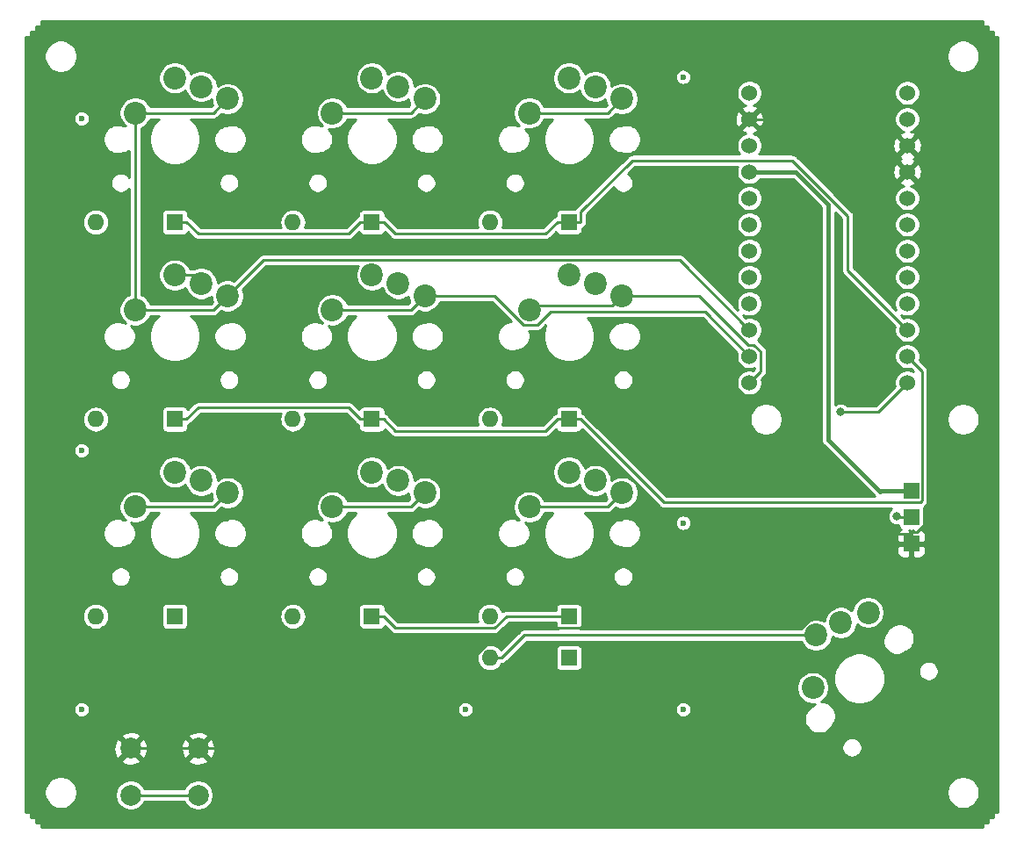
<source format=gtl>
G04 #@! TF.GenerationSoftware,KiCad,Pcbnew,(5.1.4)-1*
G04 #@! TF.CreationDate,2019-11-23T21:45:35+09:00*
G04 #@! TF.ProjectId,sakure10m,73616b75-7265-4313-906d-2e6b69636164,rev?*
G04 #@! TF.SameCoordinates,Original*
G04 #@! TF.FileFunction,Copper,L1,Top*
G04 #@! TF.FilePolarity,Positive*
%FSLAX46Y46*%
G04 Gerber Fmt 4.6, Leading zero omitted, Abs format (unit mm)*
G04 Created by KiCad (PCBNEW (5.1.4)-1) date 2019-11-23 21:45:35*
%MOMM*%
%LPD*%
G04 APERTURE LIST*
%ADD10O,1.600000X1.600000*%
%ADD11R,1.600000X1.600000*%
%ADD12C,2.000000*%
%ADD13C,2.200000*%
%ADD14R,1.524000X1.524000*%
%ADD15C,1.524000*%
%ADD16C,0.600000*%
%ADD17C,0.800000*%
%ADD18C,0.250000*%
%ADD19C,0.400000*%
%ADD20C,0.254000*%
G04 APERTURE END LIST*
D10*
X115280000Y-101400000D03*
D11*
X122900000Y-101400000D03*
D12*
X80650000Y-110150000D03*
X87150000Y-110150000D03*
X87150000Y-114650000D03*
X80650000Y-114650000D03*
D10*
X115280000Y-97400000D03*
D11*
X122900000Y-97400000D03*
D10*
X96280000Y-97400000D03*
D11*
X103900000Y-97400000D03*
D10*
X77280000Y-97400000D03*
D11*
X84900000Y-97400000D03*
D10*
X96280000Y-78400000D03*
D11*
X103900000Y-78400000D03*
D10*
X96280000Y-59400000D03*
D11*
X103900000Y-59400000D03*
D10*
X115280000Y-78400000D03*
D11*
X122900000Y-78400000D03*
D10*
X77280000Y-78400000D03*
D11*
X84900000Y-78400000D03*
D10*
X115280000Y-59400000D03*
D11*
X122900000Y-59400000D03*
D10*
X77280000Y-59400000D03*
D11*
X84900000Y-59400000D03*
D13*
X119090000Y-86860000D03*
X125440000Y-84320000D03*
X122900000Y-83500000D03*
X128000000Y-85500000D03*
D14*
X155900000Y-90400000D03*
X155900000Y-87860000D03*
X155900000Y-85320000D03*
D13*
X81090000Y-48860000D03*
X87440000Y-46320000D03*
X84900000Y-45500000D03*
X90000000Y-47500000D03*
D15*
X140291400Y-46922000D03*
X140291400Y-49462000D03*
X140291400Y-52002000D03*
X140291400Y-54542000D03*
X140291400Y-57082000D03*
X140291400Y-59622000D03*
X140291400Y-62162000D03*
X140291400Y-64702000D03*
X140291400Y-67242000D03*
X140291400Y-69782000D03*
X140291400Y-72322000D03*
X140291400Y-74862000D03*
X155511400Y-74862000D03*
X155511400Y-72322000D03*
X155511400Y-69782000D03*
X155511400Y-67242000D03*
X155511400Y-64702000D03*
X155511400Y-62162000D03*
X155511400Y-59622000D03*
X155511400Y-57082000D03*
X155511400Y-54542000D03*
X155511400Y-52002000D03*
X155511400Y-49462000D03*
X155511400Y-46922000D03*
D13*
X100090000Y-86860000D03*
X106440000Y-84320000D03*
X103900000Y-83500000D03*
X109000000Y-85500000D03*
X81090000Y-67860000D03*
X87440000Y-65320000D03*
X84900000Y-64500000D03*
X90000000Y-66500000D03*
X81090000Y-86860000D03*
X87440000Y-84320000D03*
X84900000Y-83500000D03*
X90000000Y-85500000D03*
X119090000Y-67860000D03*
X125440000Y-65320000D03*
X122900000Y-64500000D03*
X128000000Y-66500000D03*
X119090000Y-48860000D03*
X125440000Y-46320000D03*
X122900000Y-45500000D03*
X128000000Y-47500000D03*
X100090000Y-67860000D03*
X106440000Y-65320000D03*
X103900000Y-64500000D03*
X109000000Y-66500000D03*
X100090000Y-48860000D03*
X106440000Y-46320000D03*
X103900000Y-45500000D03*
X109000000Y-47500000D03*
X151748528Y-97036039D03*
X146728070Y-99228070D03*
X149103949Y-98011846D03*
X146409872Y-104298026D03*
D16*
X133900000Y-106400000D03*
X75900000Y-106400000D03*
X133900000Y-88400000D03*
X133900000Y-45400000D03*
X75900000Y-81400000D03*
X75900000Y-49400000D03*
X112900000Y-106400000D03*
D17*
X149085000Y-77698300D03*
X154492700Y-87766400D03*
D18*
X155900000Y-89415600D02*
X154478600Y-89415600D01*
X154478600Y-89415600D02*
X145368900Y-98525300D01*
X145368900Y-98525300D02*
X116563100Y-98525300D01*
X116563100Y-98525300D02*
X104938400Y-110150000D01*
X104938400Y-110150000D02*
X87150000Y-110150000D01*
X155900000Y-89415600D02*
X155900000Y-89312700D01*
X155900000Y-90400000D02*
X155900000Y-89415600D01*
X155511400Y-54542000D02*
X157448300Y-56478900D01*
X157448300Y-56478900D02*
X157448300Y-88308000D01*
X157448300Y-88308000D02*
X156443600Y-89312700D01*
X156443600Y-89312700D02*
X155900000Y-89312700D01*
X87150000Y-110150000D02*
X80650000Y-110150000D01*
X155511400Y-52002000D02*
X152971400Y-49462000D01*
X152971400Y-49462000D02*
X140291400Y-49462000D01*
X80650000Y-114650000D02*
X87150000Y-114650000D01*
D19*
X140291400Y-54542000D02*
X144758000Y-54542000D01*
X144758000Y-54542000D02*
X147900000Y-57684000D01*
X147900000Y-57684000D02*
X147900000Y-80400000D01*
X147900000Y-80400000D02*
X152900000Y-85400000D01*
X152900000Y-85400000D02*
X152980000Y-85320000D01*
X152980000Y-85320000D02*
X155900000Y-85320000D01*
X140291000Y-54542000D02*
X140291400Y-54542000D01*
D18*
X122900000Y-59400000D02*
X124025300Y-59400000D01*
X155511400Y-69782000D02*
X149765800Y-64036400D01*
X149765800Y-64036400D02*
X149765800Y-58798700D01*
X149765800Y-58798700D02*
X144400400Y-53433300D01*
X144400400Y-53433300D02*
X129007400Y-53433300D01*
X129007400Y-53433300D02*
X124025300Y-58415400D01*
X124025300Y-58415400D02*
X124025300Y-59400000D01*
X103900000Y-59400000D02*
X105025300Y-59400000D01*
X122900000Y-59400000D02*
X121774700Y-59400000D01*
X121774700Y-59400000D02*
X120649400Y-60525300D01*
X120649400Y-60525300D02*
X106150600Y-60525300D01*
X106150600Y-60525300D02*
X105025300Y-59400000D01*
X103900000Y-59400000D02*
X102774700Y-59400000D01*
X84900000Y-59400000D02*
X86025300Y-59400000D01*
X86025300Y-59400000D02*
X87150600Y-60525300D01*
X87150600Y-60525300D02*
X101649400Y-60525300D01*
X101649400Y-60525300D02*
X102774700Y-59400000D01*
X84900000Y-64500000D02*
X86620000Y-64500000D01*
X86620000Y-64500000D02*
X87440000Y-65320000D01*
X122900000Y-78400000D02*
X124025300Y-78400000D01*
X155511400Y-72322000D02*
X156987400Y-73798000D01*
X156987400Y-73798000D02*
X156987400Y-86237500D01*
X156987400Y-86237500D02*
X156790800Y-86434100D01*
X156790800Y-86434100D02*
X132059400Y-86434100D01*
X132059400Y-86434100D02*
X124025300Y-78400000D01*
X103900000Y-78400000D02*
X105025300Y-78400000D01*
X122900000Y-78400000D02*
X121774700Y-78400000D01*
X121774700Y-78400000D02*
X120649400Y-79525300D01*
X120649400Y-79525300D02*
X106150600Y-79525300D01*
X106150600Y-79525300D02*
X105025300Y-78400000D01*
X103900000Y-78400000D02*
X102774700Y-78400000D01*
X84900000Y-78400000D02*
X86025300Y-78400000D01*
X86025300Y-78400000D02*
X87150600Y-77274700D01*
X87150600Y-77274700D02*
X101649400Y-77274700D01*
X101649400Y-77274700D02*
X102774700Y-78400000D01*
X155511400Y-74862000D02*
X152675100Y-77698300D01*
X152675100Y-77698300D02*
X149085000Y-77698300D01*
X103900000Y-97400000D02*
X105025300Y-97400000D01*
X122900000Y-97400000D02*
X116871500Y-97400000D01*
X116871500Y-97400000D02*
X115746200Y-98525300D01*
X115746200Y-98525300D02*
X106150600Y-98525300D01*
X106150600Y-98525300D02*
X105025300Y-97400000D01*
X81090000Y-86860000D02*
X88640000Y-86860000D01*
X88640000Y-86860000D02*
X90000000Y-85500000D01*
X81090000Y-67860000D02*
X81090000Y-48860000D01*
X90000000Y-66500000D02*
X88640000Y-67860000D01*
X88640000Y-67860000D02*
X81090000Y-67860000D01*
X140291400Y-69782000D02*
X133562800Y-63053400D01*
X133562800Y-63053400D02*
X93446600Y-63053400D01*
X93446600Y-63053400D02*
X90000000Y-66500000D01*
X90000000Y-47500000D02*
X88640000Y-48860000D01*
X88640000Y-48860000D02*
X81090000Y-48860000D01*
X109000000Y-66500000D02*
X115714200Y-66500000D01*
X115714200Y-66500000D02*
X118510100Y-69295900D01*
X118510100Y-69295900D02*
X119851900Y-69295900D01*
X119851900Y-69295900D02*
X121093400Y-68054400D01*
X121093400Y-68054400D02*
X136023800Y-68054400D01*
X136023800Y-68054400D02*
X140291400Y-72322000D01*
X109000000Y-85500000D02*
X107640000Y-86860000D01*
X107640000Y-86860000D02*
X100090000Y-86860000D01*
X109000000Y-66500000D02*
X107640000Y-67860000D01*
X107640000Y-67860000D02*
X100090000Y-67860000D01*
X109000000Y-47500000D02*
X107640000Y-48860000D01*
X107640000Y-48860000D02*
X100090000Y-48860000D01*
X140291400Y-74862000D02*
X141381400Y-73772000D01*
X141381400Y-73772000D02*
X141381400Y-71874200D01*
X141381400Y-71874200D02*
X140718500Y-71211300D01*
X140718500Y-71211300D02*
X140182900Y-71211300D01*
X140182900Y-71211300D02*
X135471600Y-66500000D01*
X135471600Y-66500000D02*
X128000000Y-66500000D01*
X128000000Y-66500000D02*
X127055100Y-67444900D01*
X127055100Y-67444900D02*
X119505100Y-67444900D01*
X119505100Y-67444900D02*
X119090000Y-67860000D01*
X128000000Y-85500000D02*
X126640000Y-86860000D01*
X126640000Y-86860000D02*
X119090000Y-86860000D01*
X128000000Y-47500000D02*
X126640000Y-48860000D01*
X126640000Y-48860000D02*
X119090000Y-48860000D01*
X154492700Y-87766400D02*
X154719100Y-87766400D01*
X154719100Y-87766400D02*
X154812700Y-87860000D01*
X155900000Y-87860000D02*
X154812700Y-87860000D01*
X116405300Y-101400000D02*
X118577200Y-99228100D01*
X118577200Y-99228100D02*
X146728100Y-99228100D01*
X115280000Y-101400000D02*
X116405300Y-101400000D01*
D20*
G36*
X162773000Y-40400000D02*
G01*
X162775440Y-40424776D01*
X162782667Y-40448601D01*
X162794403Y-40470557D01*
X162810197Y-40489803D01*
X162829443Y-40505597D01*
X162851399Y-40517333D01*
X162875224Y-40524560D01*
X162900000Y-40527000D01*
X163273000Y-40527000D01*
X163273000Y-40900000D01*
X163275440Y-40924776D01*
X163282667Y-40948601D01*
X163294403Y-40970557D01*
X163310197Y-40989803D01*
X163329443Y-41005597D01*
X163351399Y-41017333D01*
X163375224Y-41024560D01*
X163400000Y-41027000D01*
X163773000Y-41027000D01*
X163773000Y-41400000D01*
X163775440Y-41424776D01*
X163782667Y-41448601D01*
X163794403Y-41470557D01*
X163810197Y-41489803D01*
X163829443Y-41505597D01*
X163851399Y-41517333D01*
X163875224Y-41524560D01*
X163900000Y-41527000D01*
X164273000Y-41527000D01*
X164273000Y-116273000D01*
X163900000Y-116273000D01*
X163875224Y-116275440D01*
X163851399Y-116282667D01*
X163829443Y-116294403D01*
X163810197Y-116310197D01*
X163794403Y-116329443D01*
X163782667Y-116351399D01*
X163775440Y-116375224D01*
X163773000Y-116400000D01*
X163773000Y-116773000D01*
X163400000Y-116773000D01*
X163375224Y-116775440D01*
X163351399Y-116782667D01*
X163329443Y-116794403D01*
X163310197Y-116810197D01*
X163294403Y-116829443D01*
X163282667Y-116851399D01*
X163275440Y-116875224D01*
X163273000Y-116900000D01*
X163273000Y-117273000D01*
X162900000Y-117273000D01*
X162875224Y-117275440D01*
X162851399Y-117282667D01*
X162829443Y-117294403D01*
X162810197Y-117310197D01*
X162794403Y-117329443D01*
X162782667Y-117351399D01*
X162775440Y-117375224D01*
X162773000Y-117400000D01*
X162773000Y-117773000D01*
X72027000Y-117773000D01*
X72027000Y-117400000D01*
X72024560Y-117375224D01*
X72017333Y-117351399D01*
X72005597Y-117329443D01*
X71989803Y-117310197D01*
X71970557Y-117294403D01*
X71948601Y-117282667D01*
X71924776Y-117275440D01*
X71900000Y-117273000D01*
X71527000Y-117273000D01*
X71527000Y-116900000D01*
X71524560Y-116875224D01*
X71517333Y-116851399D01*
X71505597Y-116829443D01*
X71489803Y-116810197D01*
X71470557Y-116794403D01*
X71448601Y-116782667D01*
X71424776Y-116775440D01*
X71400000Y-116773000D01*
X71027000Y-116773000D01*
X71027000Y-116400000D01*
X71024560Y-116375224D01*
X71017333Y-116351399D01*
X71005597Y-116329443D01*
X70989803Y-116310197D01*
X70970557Y-116294403D01*
X70948601Y-116282667D01*
X70924776Y-116275440D01*
X70900000Y-116273000D01*
X70527000Y-116273000D01*
X70527000Y-114244679D01*
X72323000Y-114244679D01*
X72323000Y-114555321D01*
X72383604Y-114859994D01*
X72502481Y-115146989D01*
X72675064Y-115405279D01*
X72894721Y-115624936D01*
X73153011Y-115797519D01*
X73440006Y-115916396D01*
X73744679Y-115977000D01*
X74055321Y-115977000D01*
X74359994Y-115916396D01*
X74646989Y-115797519D01*
X74905279Y-115624936D01*
X75124936Y-115405279D01*
X75297519Y-115146989D01*
X75416396Y-114859994D01*
X75477000Y-114555321D01*
X75477000Y-114504528D01*
X79173000Y-114504528D01*
X79173000Y-114795472D01*
X79229760Y-115080825D01*
X79341099Y-115349622D01*
X79502739Y-115591533D01*
X79708467Y-115797261D01*
X79950378Y-115958901D01*
X80219175Y-116070240D01*
X80504528Y-116127000D01*
X80795472Y-116127000D01*
X81080825Y-116070240D01*
X81349622Y-115958901D01*
X81591533Y-115797261D01*
X81797261Y-115591533D01*
X81958901Y-115349622D01*
X81999337Y-115252000D01*
X85800663Y-115252000D01*
X85841099Y-115349622D01*
X86002739Y-115591533D01*
X86208467Y-115797261D01*
X86450378Y-115958901D01*
X86719175Y-116070240D01*
X87004528Y-116127000D01*
X87295472Y-116127000D01*
X87580825Y-116070240D01*
X87849622Y-115958901D01*
X88091533Y-115797261D01*
X88297261Y-115591533D01*
X88458901Y-115349622D01*
X88570240Y-115080825D01*
X88627000Y-114795472D01*
X88627000Y-114504528D01*
X88575314Y-114244679D01*
X159323000Y-114244679D01*
X159323000Y-114555321D01*
X159383604Y-114859994D01*
X159502481Y-115146989D01*
X159675064Y-115405279D01*
X159894721Y-115624936D01*
X160153011Y-115797519D01*
X160440006Y-115916396D01*
X160744679Y-115977000D01*
X161055321Y-115977000D01*
X161359994Y-115916396D01*
X161646989Y-115797519D01*
X161905279Y-115624936D01*
X162124936Y-115405279D01*
X162297519Y-115146989D01*
X162416396Y-114859994D01*
X162477000Y-114555321D01*
X162477000Y-114244679D01*
X162416396Y-113940006D01*
X162297519Y-113653011D01*
X162124936Y-113394721D01*
X161905279Y-113175064D01*
X161646989Y-113002481D01*
X161359994Y-112883604D01*
X161055321Y-112823000D01*
X160744679Y-112823000D01*
X160440006Y-112883604D01*
X160153011Y-113002481D01*
X159894721Y-113175064D01*
X159675064Y-113394721D01*
X159502481Y-113653011D01*
X159383604Y-113940006D01*
X159323000Y-114244679D01*
X88575314Y-114244679D01*
X88570240Y-114219175D01*
X88458901Y-113950378D01*
X88297261Y-113708467D01*
X88091533Y-113502739D01*
X87849622Y-113341099D01*
X87580825Y-113229760D01*
X87295472Y-113173000D01*
X87004528Y-113173000D01*
X86719175Y-113229760D01*
X86450378Y-113341099D01*
X86208467Y-113502739D01*
X86002739Y-113708467D01*
X85841099Y-113950378D01*
X85800663Y-114048000D01*
X81999337Y-114048000D01*
X81958901Y-113950378D01*
X81797261Y-113708467D01*
X81591533Y-113502739D01*
X81349622Y-113341099D01*
X81080825Y-113229760D01*
X80795472Y-113173000D01*
X80504528Y-113173000D01*
X80219175Y-113229760D01*
X79950378Y-113341099D01*
X79708467Y-113502739D01*
X79502739Y-113708467D01*
X79341099Y-113950378D01*
X79229760Y-114219175D01*
X79173000Y-114504528D01*
X75477000Y-114504528D01*
X75477000Y-114244679D01*
X75416396Y-113940006D01*
X75297519Y-113653011D01*
X75124936Y-113394721D01*
X74905279Y-113175064D01*
X74646989Y-113002481D01*
X74359994Y-112883604D01*
X74055321Y-112823000D01*
X73744679Y-112823000D01*
X73440006Y-112883604D01*
X73153011Y-113002481D01*
X72894721Y-113175064D01*
X72675064Y-113394721D01*
X72502481Y-113653011D01*
X72383604Y-113940006D01*
X72323000Y-114244679D01*
X70527000Y-114244679D01*
X70527000Y-111285413D01*
X79694192Y-111285413D01*
X79789956Y-111549814D01*
X80079571Y-111690704D01*
X80391108Y-111772384D01*
X80712595Y-111791718D01*
X81031675Y-111747961D01*
X81336088Y-111642795D01*
X81510044Y-111549814D01*
X81605808Y-111285413D01*
X86194192Y-111285413D01*
X86289956Y-111549814D01*
X86579571Y-111690704D01*
X86891108Y-111772384D01*
X87212595Y-111791718D01*
X87531675Y-111747961D01*
X87836088Y-111642795D01*
X88010044Y-111549814D01*
X88105808Y-111285413D01*
X87150000Y-110329605D01*
X86194192Y-111285413D01*
X81605808Y-111285413D01*
X80650000Y-110329605D01*
X79694192Y-111285413D01*
X70527000Y-111285413D01*
X70527000Y-110212595D01*
X79008282Y-110212595D01*
X79052039Y-110531675D01*
X79157205Y-110836088D01*
X79250186Y-111010044D01*
X79514587Y-111105808D01*
X80470395Y-110150000D01*
X80829605Y-110150000D01*
X81785413Y-111105808D01*
X82049814Y-111010044D01*
X82190704Y-110720429D01*
X82272384Y-110408892D01*
X82284189Y-110212595D01*
X85508282Y-110212595D01*
X85552039Y-110531675D01*
X85657205Y-110836088D01*
X85750186Y-111010044D01*
X86014587Y-111105808D01*
X86970395Y-110150000D01*
X87329605Y-110150000D01*
X88285413Y-111105808D01*
X88549814Y-111010044D01*
X88690704Y-110720429D01*
X88772384Y-110408892D01*
X88791718Y-110087405D01*
X88774894Y-109964720D01*
X149201751Y-109964720D01*
X149201751Y-110157172D01*
X149239297Y-110345926D01*
X149312945Y-110523729D01*
X149419866Y-110683747D01*
X149555950Y-110819831D01*
X149715968Y-110926752D01*
X149893771Y-111000400D01*
X150082525Y-111037946D01*
X150274977Y-111037946D01*
X150463731Y-111000400D01*
X150641534Y-110926752D01*
X150801552Y-110819831D01*
X150937636Y-110683747D01*
X151044557Y-110523729D01*
X151118205Y-110345926D01*
X151155751Y-110157172D01*
X151155751Y-109964720D01*
X151118205Y-109775966D01*
X151044557Y-109598163D01*
X150937636Y-109438145D01*
X150801552Y-109302061D01*
X150641534Y-109195140D01*
X150463731Y-109121492D01*
X150274977Y-109083946D01*
X150082525Y-109083946D01*
X149893771Y-109121492D01*
X149715968Y-109195140D01*
X149555950Y-109302061D01*
X149419866Y-109438145D01*
X149312945Y-109598163D01*
X149239297Y-109775966D01*
X149201751Y-109964720D01*
X88774894Y-109964720D01*
X88747961Y-109768325D01*
X88642795Y-109463912D01*
X88549814Y-109289956D01*
X88285413Y-109194192D01*
X87329605Y-110150000D01*
X86970395Y-110150000D01*
X86014587Y-109194192D01*
X85750186Y-109289956D01*
X85609296Y-109579571D01*
X85527616Y-109891108D01*
X85508282Y-110212595D01*
X82284189Y-110212595D01*
X82291718Y-110087405D01*
X82247961Y-109768325D01*
X82142795Y-109463912D01*
X82049814Y-109289956D01*
X81785413Y-109194192D01*
X80829605Y-110150000D01*
X80470395Y-110150000D01*
X79514587Y-109194192D01*
X79250186Y-109289956D01*
X79109296Y-109579571D01*
X79027616Y-109891108D01*
X79008282Y-110212595D01*
X70527000Y-110212595D01*
X70527000Y-109014587D01*
X79694192Y-109014587D01*
X80650000Y-109970395D01*
X81605808Y-109014587D01*
X86194192Y-109014587D01*
X87150000Y-109970395D01*
X88105808Y-109014587D01*
X88010044Y-108750186D01*
X87720429Y-108609296D01*
X87408892Y-108527616D01*
X87087405Y-108508282D01*
X86768325Y-108552039D01*
X86463912Y-108657205D01*
X86289956Y-108750186D01*
X86194192Y-109014587D01*
X81605808Y-109014587D01*
X81510044Y-108750186D01*
X81220429Y-108609296D01*
X80908892Y-108527616D01*
X80587405Y-108508282D01*
X80268325Y-108552039D01*
X79963912Y-108657205D01*
X79789956Y-108750186D01*
X79694192Y-109014587D01*
X70527000Y-109014587D01*
X70527000Y-106323472D01*
X75123000Y-106323472D01*
X75123000Y-106476528D01*
X75152859Y-106626643D01*
X75211431Y-106768048D01*
X75296464Y-106895309D01*
X75404691Y-107003536D01*
X75531952Y-107088569D01*
X75673357Y-107147141D01*
X75823472Y-107177000D01*
X75976528Y-107177000D01*
X76126643Y-107147141D01*
X76268048Y-107088569D01*
X76395309Y-107003536D01*
X76503536Y-106895309D01*
X76588569Y-106768048D01*
X76647141Y-106626643D01*
X76677000Y-106476528D01*
X76677000Y-106323472D01*
X112123000Y-106323472D01*
X112123000Y-106476528D01*
X112152859Y-106626643D01*
X112211431Y-106768048D01*
X112296464Y-106895309D01*
X112404691Y-107003536D01*
X112531952Y-107088569D01*
X112673357Y-107147141D01*
X112823472Y-107177000D01*
X112976528Y-107177000D01*
X113126643Y-107147141D01*
X113268048Y-107088569D01*
X113395309Y-107003536D01*
X113503536Y-106895309D01*
X113588569Y-106768048D01*
X113647141Y-106626643D01*
X113677000Y-106476528D01*
X113677000Y-106323472D01*
X133123000Y-106323472D01*
X133123000Y-106476528D01*
X133152859Y-106626643D01*
X133211431Y-106768048D01*
X133296464Y-106895309D01*
X133404691Y-107003536D01*
X133531952Y-107088569D01*
X133673357Y-107147141D01*
X133823472Y-107177000D01*
X133976528Y-107177000D01*
X134126643Y-107147141D01*
X134268048Y-107088569D01*
X134395309Y-107003536D01*
X134503536Y-106895309D01*
X134588569Y-106768048D01*
X134647141Y-106626643D01*
X134677000Y-106476528D01*
X134677000Y-106323472D01*
X134647141Y-106173357D01*
X134588569Y-106031952D01*
X134503536Y-105904691D01*
X134395309Y-105796464D01*
X134268048Y-105711431D01*
X134126643Y-105652859D01*
X133976528Y-105623000D01*
X133823472Y-105623000D01*
X133673357Y-105652859D01*
X133531952Y-105711431D01*
X133404691Y-105796464D01*
X133296464Y-105904691D01*
X133211431Y-106031952D01*
X133152859Y-106173357D01*
X133123000Y-106323472D01*
X113677000Y-106323472D01*
X113647141Y-106173357D01*
X113588569Y-106031952D01*
X113503536Y-105904691D01*
X113395309Y-105796464D01*
X113268048Y-105711431D01*
X113126643Y-105652859D01*
X112976528Y-105623000D01*
X112823472Y-105623000D01*
X112673357Y-105652859D01*
X112531952Y-105711431D01*
X112404691Y-105796464D01*
X112296464Y-105904691D01*
X112211431Y-106031952D01*
X112152859Y-106173357D01*
X112123000Y-106323472D01*
X76677000Y-106323472D01*
X76647141Y-106173357D01*
X76588569Y-106031952D01*
X76503536Y-105904691D01*
X76395309Y-105796464D01*
X76268048Y-105711431D01*
X76126643Y-105652859D01*
X75976528Y-105623000D01*
X75823472Y-105623000D01*
X75673357Y-105652859D01*
X75531952Y-105711431D01*
X75404691Y-105796464D01*
X75296464Y-105904691D01*
X75211431Y-106031952D01*
X75152859Y-106173357D01*
X75123000Y-106323472D01*
X70527000Y-106323472D01*
X70527000Y-104142705D01*
X144832872Y-104142705D01*
X144832872Y-104453347D01*
X144893476Y-104758020D01*
X145012353Y-105045015D01*
X145184936Y-105303305D01*
X145404593Y-105522962D01*
X145662883Y-105695545D01*
X145949878Y-105814422D01*
X146254551Y-105875026D01*
X146565193Y-105875026D01*
X146602201Y-105867665D01*
X146461985Y-105961354D01*
X146444005Y-105979334D01*
X146334975Y-106024496D01*
X146101253Y-106180663D01*
X145902489Y-106379427D01*
X145746322Y-106613149D01*
X145638751Y-106872846D01*
X145583913Y-107148540D01*
X145583913Y-107429634D01*
X145638751Y-107705328D01*
X145746322Y-107965025D01*
X145902489Y-108198747D01*
X146101253Y-108397511D01*
X146334975Y-108553678D01*
X146594672Y-108661249D01*
X146870366Y-108716087D01*
X147151460Y-108716087D01*
X147427154Y-108661249D01*
X147686851Y-108553678D01*
X147920573Y-108397511D01*
X148119337Y-108198747D01*
X148275504Y-107965025D01*
X148320666Y-107855995D01*
X148338646Y-107838015D01*
X148483870Y-107620672D01*
X148583902Y-107379174D01*
X148634898Y-107122800D01*
X148634898Y-106861404D01*
X148583902Y-106605030D01*
X148483870Y-106363532D01*
X148338646Y-106146189D01*
X148153811Y-105961354D01*
X147936468Y-105816130D01*
X147694970Y-105716098D01*
X147438596Y-105665102D01*
X147202422Y-105665102D01*
X147415151Y-105522962D01*
X147634808Y-105303305D01*
X147807391Y-105045015D01*
X147926268Y-104758020D01*
X147986872Y-104453347D01*
X147986872Y-104142705D01*
X147926268Y-103838032D01*
X147807391Y-103551037D01*
X147634808Y-103292747D01*
X147498098Y-103156037D01*
X148423000Y-103156037D01*
X148423000Y-103643963D01*
X148518190Y-104122514D01*
X148704911Y-104573299D01*
X148975989Y-104978995D01*
X149321005Y-105324011D01*
X149726701Y-105595089D01*
X150177486Y-105781810D01*
X150656037Y-105877000D01*
X151143963Y-105877000D01*
X151622514Y-105781810D01*
X152073299Y-105595089D01*
X152478995Y-105324011D01*
X152824011Y-104978995D01*
X153095089Y-104573299D01*
X153281810Y-104122514D01*
X153377000Y-103643963D01*
X153377000Y-103156037D01*
X153281810Y-102677486D01*
X153242476Y-102582525D01*
X156583946Y-102582525D01*
X156583946Y-102774977D01*
X156621492Y-102963731D01*
X156695140Y-103141534D01*
X156802061Y-103301552D01*
X156938145Y-103437636D01*
X157098163Y-103544557D01*
X157275966Y-103618205D01*
X157464720Y-103655751D01*
X157657172Y-103655751D01*
X157845926Y-103618205D01*
X158023729Y-103544557D01*
X158183747Y-103437636D01*
X158319831Y-103301552D01*
X158426752Y-103141534D01*
X158500400Y-102963731D01*
X158537946Y-102774977D01*
X158537946Y-102582525D01*
X158500400Y-102393771D01*
X158426752Y-102215968D01*
X158319831Y-102055950D01*
X158183747Y-101919866D01*
X158023729Y-101812945D01*
X157845926Y-101739297D01*
X157657172Y-101701751D01*
X157464720Y-101701751D01*
X157275966Y-101739297D01*
X157098163Y-101812945D01*
X156938145Y-101919866D01*
X156802061Y-102055950D01*
X156695140Y-102215968D01*
X156621492Y-102393771D01*
X156583946Y-102582525D01*
X153242476Y-102582525D01*
X153095089Y-102226701D01*
X152824011Y-101821005D01*
X152478995Y-101475989D01*
X152073299Y-101204911D01*
X151622514Y-101018190D01*
X151143963Y-100923000D01*
X150656037Y-100923000D01*
X150177486Y-101018190D01*
X149726701Y-101204911D01*
X149321005Y-101475989D01*
X148975989Y-101821005D01*
X148704911Y-102226701D01*
X148518190Y-102677486D01*
X148423000Y-103156037D01*
X147498098Y-103156037D01*
X147415151Y-103073090D01*
X147156861Y-102900507D01*
X146869866Y-102781630D01*
X146565193Y-102721026D01*
X146254551Y-102721026D01*
X145949878Y-102781630D01*
X145662883Y-102900507D01*
X145404593Y-103073090D01*
X145184936Y-103292747D01*
X145012353Y-103551037D01*
X144893476Y-103838032D01*
X144832872Y-104142705D01*
X70527000Y-104142705D01*
X70527000Y-97400000D01*
X75996822Y-97400000D01*
X76021478Y-97650336D01*
X76094498Y-97891051D01*
X76213076Y-98112896D01*
X76372656Y-98307344D01*
X76567104Y-98466924D01*
X76788949Y-98585502D01*
X77029664Y-98658522D01*
X77217274Y-98677000D01*
X77342726Y-98677000D01*
X77530336Y-98658522D01*
X77771051Y-98585502D01*
X77992896Y-98466924D01*
X78187344Y-98307344D01*
X78346924Y-98112896D01*
X78465502Y-97891051D01*
X78538522Y-97650336D01*
X78563178Y-97400000D01*
X78538522Y-97149664D01*
X78465502Y-96908949D01*
X78346924Y-96687104D01*
X78275440Y-96600000D01*
X83620693Y-96600000D01*
X83620693Y-98200000D01*
X83629903Y-98293508D01*
X83657178Y-98383423D01*
X83701471Y-98466289D01*
X83761079Y-98538921D01*
X83833711Y-98598529D01*
X83916577Y-98642822D01*
X84006492Y-98670097D01*
X84100000Y-98679307D01*
X85700000Y-98679307D01*
X85793508Y-98670097D01*
X85883423Y-98642822D01*
X85966289Y-98598529D01*
X86038921Y-98538921D01*
X86098529Y-98466289D01*
X86142822Y-98383423D01*
X86170097Y-98293508D01*
X86179307Y-98200000D01*
X86179307Y-97400000D01*
X94996822Y-97400000D01*
X95021478Y-97650336D01*
X95094498Y-97891051D01*
X95213076Y-98112896D01*
X95372656Y-98307344D01*
X95567104Y-98466924D01*
X95788949Y-98585502D01*
X96029664Y-98658522D01*
X96217274Y-98677000D01*
X96342726Y-98677000D01*
X96530336Y-98658522D01*
X96771051Y-98585502D01*
X96992896Y-98466924D01*
X97187344Y-98307344D01*
X97346924Y-98112896D01*
X97465502Y-97891051D01*
X97538522Y-97650336D01*
X97563178Y-97400000D01*
X97538522Y-97149664D01*
X97465502Y-96908949D01*
X97346924Y-96687104D01*
X97275440Y-96600000D01*
X102620693Y-96600000D01*
X102620693Y-98200000D01*
X102629903Y-98293508D01*
X102657178Y-98383423D01*
X102701471Y-98466289D01*
X102761079Y-98538921D01*
X102833711Y-98598529D01*
X102916577Y-98642822D01*
X103006492Y-98670097D01*
X103100000Y-98679307D01*
X104700000Y-98679307D01*
X104793508Y-98670097D01*
X104883423Y-98642822D01*
X104966289Y-98598529D01*
X105038921Y-98538921D01*
X105098529Y-98466289D01*
X105142822Y-98383423D01*
X105146207Y-98372263D01*
X105704016Y-98930072D01*
X105722863Y-98953037D01*
X105745828Y-98971884D01*
X105814528Y-99028266D01*
X105919110Y-99084166D01*
X106032587Y-99118589D01*
X106043782Y-99119691D01*
X106121034Y-99127300D01*
X106121041Y-99127300D01*
X106150600Y-99130211D01*
X106180159Y-99127300D01*
X115716644Y-99127300D01*
X115746200Y-99130211D01*
X115775756Y-99127300D01*
X115775766Y-99127300D01*
X115864212Y-99118589D01*
X115977690Y-99084166D01*
X116082271Y-99028266D01*
X116173937Y-98953037D01*
X116192789Y-98930066D01*
X117120856Y-98002000D01*
X121620693Y-98002000D01*
X121620693Y-98200000D01*
X121629903Y-98293508D01*
X121657178Y-98383423D01*
X121701471Y-98466289D01*
X121761079Y-98538921D01*
X121833711Y-98598529D01*
X121885292Y-98626100D01*
X118606756Y-98626100D01*
X118577199Y-98623189D01*
X118547643Y-98626100D01*
X118547634Y-98626100D01*
X118459188Y-98634811D01*
X118345710Y-98669234D01*
X118241129Y-98725134D01*
X118241127Y-98725135D01*
X118241128Y-98725135D01*
X118172427Y-98781516D01*
X118172423Y-98781520D01*
X118149463Y-98800363D01*
X118130620Y-98823323D01*
X116310826Y-100643119D01*
X116187344Y-100492656D01*
X115992896Y-100333076D01*
X115771051Y-100214498D01*
X115530336Y-100141478D01*
X115342726Y-100123000D01*
X115217274Y-100123000D01*
X115029664Y-100141478D01*
X114788949Y-100214498D01*
X114567104Y-100333076D01*
X114372656Y-100492656D01*
X114213076Y-100687104D01*
X114094498Y-100908949D01*
X114021478Y-101149664D01*
X113996822Y-101400000D01*
X114021478Y-101650336D01*
X114094498Y-101891051D01*
X114213076Y-102112896D01*
X114372656Y-102307344D01*
X114567104Y-102466924D01*
X114788949Y-102585502D01*
X115029664Y-102658522D01*
X115217274Y-102677000D01*
X115342726Y-102677000D01*
X115530336Y-102658522D01*
X115771051Y-102585502D01*
X115992896Y-102466924D01*
X116187344Y-102307344D01*
X116346924Y-102112896D01*
X116404676Y-102004850D01*
X116405300Y-102004911D01*
X116434856Y-102002000D01*
X116434866Y-102002000D01*
X116523312Y-101993289D01*
X116636790Y-101958866D01*
X116741371Y-101902966D01*
X116833037Y-101827737D01*
X116851889Y-101804766D01*
X118056656Y-100600000D01*
X121620693Y-100600000D01*
X121620693Y-102200000D01*
X121629903Y-102293508D01*
X121657178Y-102383423D01*
X121701471Y-102466289D01*
X121761079Y-102538921D01*
X121833711Y-102598529D01*
X121916577Y-102642822D01*
X122006492Y-102670097D01*
X122100000Y-102679307D01*
X123700000Y-102679307D01*
X123793508Y-102670097D01*
X123883423Y-102642822D01*
X123966289Y-102598529D01*
X124038921Y-102538921D01*
X124098529Y-102466289D01*
X124142822Y-102383423D01*
X124170097Y-102293508D01*
X124179307Y-102200000D01*
X124179307Y-100600000D01*
X124170097Y-100506492D01*
X124142822Y-100416577D01*
X124098529Y-100333711D01*
X124038921Y-100261079D01*
X123966289Y-100201471D01*
X123883423Y-100157178D01*
X123793508Y-100129903D01*
X123700000Y-100120693D01*
X122100000Y-100120693D01*
X122006492Y-100129903D01*
X121916577Y-100157178D01*
X121833711Y-100201471D01*
X121761079Y-100261079D01*
X121701471Y-100333711D01*
X121657178Y-100416577D01*
X121629903Y-100506492D01*
X121620693Y-100600000D01*
X118056656Y-100600000D01*
X118826557Y-99830100D01*
X145270507Y-99830100D01*
X145330551Y-99975059D01*
X145503134Y-100233349D01*
X145722791Y-100453006D01*
X145981081Y-100625589D01*
X146268076Y-100744466D01*
X146572749Y-100805070D01*
X146883391Y-100805070D01*
X147188064Y-100744466D01*
X147475059Y-100625589D01*
X147733349Y-100453006D01*
X147953006Y-100233349D01*
X148125589Y-99975059D01*
X148244466Y-99688064D01*
X148246627Y-99677200D01*
X153165102Y-99677200D01*
X153165102Y-99938596D01*
X153216098Y-100194970D01*
X153316130Y-100436468D01*
X153461354Y-100653811D01*
X153646189Y-100838646D01*
X153863532Y-100983870D01*
X154105030Y-101083902D01*
X154361404Y-101134898D01*
X154622800Y-101134898D01*
X154879174Y-101083902D01*
X155120672Y-100983870D01*
X155338015Y-100838646D01*
X155355995Y-100820666D01*
X155465025Y-100775504D01*
X155698747Y-100619337D01*
X155897511Y-100420573D01*
X156053678Y-100186851D01*
X156161249Y-99927154D01*
X156216087Y-99651460D01*
X156216087Y-99370366D01*
X156161249Y-99094672D01*
X156053678Y-98834975D01*
X155897511Y-98601253D01*
X155698747Y-98402489D01*
X155465025Y-98246322D01*
X155205328Y-98138751D01*
X154929634Y-98083913D01*
X154648540Y-98083913D01*
X154372846Y-98138751D01*
X154113149Y-98246322D01*
X153879427Y-98402489D01*
X153680663Y-98601253D01*
X153524496Y-98834975D01*
X153479334Y-98944005D01*
X153461354Y-98961985D01*
X153316130Y-99179328D01*
X153216098Y-99420826D01*
X153165102Y-99677200D01*
X148246627Y-99677200D01*
X148305070Y-99383391D01*
X148305070Y-99374693D01*
X148356960Y-99409365D01*
X148643955Y-99528242D01*
X148948628Y-99588846D01*
X149259270Y-99588846D01*
X149563943Y-99528242D01*
X149850938Y-99409365D01*
X150109228Y-99236782D01*
X150328885Y-99017125D01*
X150501468Y-98758835D01*
X150620345Y-98471840D01*
X150675721Y-98193447D01*
X150743249Y-98260975D01*
X151001539Y-98433558D01*
X151288534Y-98552435D01*
X151593207Y-98613039D01*
X151903849Y-98613039D01*
X152208522Y-98552435D01*
X152495517Y-98433558D01*
X152753807Y-98260975D01*
X152973464Y-98041318D01*
X153146047Y-97783028D01*
X153264924Y-97496033D01*
X153325528Y-97191360D01*
X153325528Y-96880718D01*
X153264924Y-96576045D01*
X153146047Y-96289050D01*
X152973464Y-96030760D01*
X152753807Y-95811103D01*
X152495517Y-95638520D01*
X152208522Y-95519643D01*
X151903849Y-95459039D01*
X151593207Y-95459039D01*
X151288534Y-95519643D01*
X151001539Y-95638520D01*
X150743249Y-95811103D01*
X150523592Y-96030760D01*
X150351009Y-96289050D01*
X150232132Y-96576045D01*
X150176756Y-96854438D01*
X150109228Y-96786910D01*
X149850938Y-96614327D01*
X149563943Y-96495450D01*
X149259270Y-96434846D01*
X148948628Y-96434846D01*
X148643955Y-96495450D01*
X148356960Y-96614327D01*
X148098670Y-96786910D01*
X147879013Y-97006567D01*
X147706430Y-97264857D01*
X147587553Y-97551852D01*
X147526949Y-97856525D01*
X147526949Y-97865223D01*
X147475059Y-97830551D01*
X147188064Y-97711674D01*
X146883391Y-97651070D01*
X146572749Y-97651070D01*
X146268076Y-97711674D01*
X145981081Y-97830551D01*
X145722791Y-98003134D01*
X145503134Y-98222791D01*
X145330551Y-98481081D01*
X145270482Y-98626100D01*
X123914708Y-98626100D01*
X123966289Y-98598529D01*
X124038921Y-98538921D01*
X124098529Y-98466289D01*
X124142822Y-98383423D01*
X124170097Y-98293508D01*
X124179307Y-98200000D01*
X124179307Y-96600000D01*
X124170097Y-96506492D01*
X124142822Y-96416577D01*
X124098529Y-96333711D01*
X124038921Y-96261079D01*
X123966289Y-96201471D01*
X123883423Y-96157178D01*
X123793508Y-96129903D01*
X123700000Y-96120693D01*
X122100000Y-96120693D01*
X122006492Y-96129903D01*
X121916577Y-96157178D01*
X121833711Y-96201471D01*
X121761079Y-96261079D01*
X121701471Y-96333711D01*
X121657178Y-96416577D01*
X121629903Y-96506492D01*
X121620693Y-96600000D01*
X121620693Y-96798000D01*
X116901059Y-96798000D01*
X116871500Y-96795089D01*
X116841941Y-96798000D01*
X116841934Y-96798000D01*
X116764682Y-96805609D01*
X116753487Y-96806711D01*
X116640010Y-96841134D01*
X116535428Y-96897034D01*
X116476547Y-96945358D01*
X116465502Y-96908949D01*
X116346924Y-96687104D01*
X116187344Y-96492656D01*
X115992896Y-96333076D01*
X115771051Y-96214498D01*
X115530336Y-96141478D01*
X115342726Y-96123000D01*
X115217274Y-96123000D01*
X115029664Y-96141478D01*
X114788949Y-96214498D01*
X114567104Y-96333076D01*
X114372656Y-96492656D01*
X114213076Y-96687104D01*
X114094498Y-96908949D01*
X114021478Y-97149664D01*
X113996822Y-97400000D01*
X114021478Y-97650336D01*
X114094498Y-97891051D01*
X114111735Y-97923300D01*
X106399956Y-97923300D01*
X105471889Y-96995234D01*
X105453037Y-96972263D01*
X105361371Y-96897034D01*
X105256790Y-96841134D01*
X105179307Y-96817630D01*
X105179307Y-96600000D01*
X105170097Y-96506492D01*
X105142822Y-96416577D01*
X105098529Y-96333711D01*
X105038921Y-96261079D01*
X104966289Y-96201471D01*
X104883423Y-96157178D01*
X104793508Y-96129903D01*
X104700000Y-96120693D01*
X103100000Y-96120693D01*
X103006492Y-96129903D01*
X102916577Y-96157178D01*
X102833711Y-96201471D01*
X102761079Y-96261079D01*
X102701471Y-96333711D01*
X102657178Y-96416577D01*
X102629903Y-96506492D01*
X102620693Y-96600000D01*
X97275440Y-96600000D01*
X97187344Y-96492656D01*
X96992896Y-96333076D01*
X96771051Y-96214498D01*
X96530336Y-96141478D01*
X96342726Y-96123000D01*
X96217274Y-96123000D01*
X96029664Y-96141478D01*
X95788949Y-96214498D01*
X95567104Y-96333076D01*
X95372656Y-96492656D01*
X95213076Y-96687104D01*
X95094498Y-96908949D01*
X95021478Y-97149664D01*
X94996822Y-97400000D01*
X86179307Y-97400000D01*
X86179307Y-96600000D01*
X86170097Y-96506492D01*
X86142822Y-96416577D01*
X86098529Y-96333711D01*
X86038921Y-96261079D01*
X85966289Y-96201471D01*
X85883423Y-96157178D01*
X85793508Y-96129903D01*
X85700000Y-96120693D01*
X84100000Y-96120693D01*
X84006492Y-96129903D01*
X83916577Y-96157178D01*
X83833711Y-96201471D01*
X83761079Y-96261079D01*
X83701471Y-96333711D01*
X83657178Y-96416577D01*
X83629903Y-96506492D01*
X83620693Y-96600000D01*
X78275440Y-96600000D01*
X78187344Y-96492656D01*
X77992896Y-96333076D01*
X77771051Y-96214498D01*
X77530336Y-96141478D01*
X77342726Y-96123000D01*
X77217274Y-96123000D01*
X77029664Y-96141478D01*
X76788949Y-96214498D01*
X76567104Y-96333076D01*
X76372656Y-96492656D01*
X76213076Y-96687104D01*
X76094498Y-96908949D01*
X76021478Y-97149664D01*
X75996822Y-97400000D01*
X70527000Y-97400000D01*
X70527000Y-93503774D01*
X78703000Y-93503774D01*
X78703000Y-93696226D01*
X78740546Y-93884980D01*
X78814194Y-94062783D01*
X78921115Y-94222801D01*
X79057199Y-94358885D01*
X79217217Y-94465806D01*
X79395020Y-94539454D01*
X79583774Y-94577000D01*
X79776226Y-94577000D01*
X79964980Y-94539454D01*
X80142783Y-94465806D01*
X80302801Y-94358885D01*
X80438885Y-94222801D01*
X80545806Y-94062783D01*
X80619454Y-93884980D01*
X80657000Y-93696226D01*
X80657000Y-93503774D01*
X89143000Y-93503774D01*
X89143000Y-93696226D01*
X89180546Y-93884980D01*
X89254194Y-94062783D01*
X89361115Y-94222801D01*
X89497199Y-94358885D01*
X89657217Y-94465806D01*
X89835020Y-94539454D01*
X90023774Y-94577000D01*
X90216226Y-94577000D01*
X90404980Y-94539454D01*
X90582783Y-94465806D01*
X90742801Y-94358885D01*
X90878885Y-94222801D01*
X90985806Y-94062783D01*
X91059454Y-93884980D01*
X91097000Y-93696226D01*
X91097000Y-93503774D01*
X97703000Y-93503774D01*
X97703000Y-93696226D01*
X97740546Y-93884980D01*
X97814194Y-94062783D01*
X97921115Y-94222801D01*
X98057199Y-94358885D01*
X98217217Y-94465806D01*
X98395020Y-94539454D01*
X98583774Y-94577000D01*
X98776226Y-94577000D01*
X98964980Y-94539454D01*
X99142783Y-94465806D01*
X99302801Y-94358885D01*
X99438885Y-94222801D01*
X99545806Y-94062783D01*
X99619454Y-93884980D01*
X99657000Y-93696226D01*
X99657000Y-93503774D01*
X108143000Y-93503774D01*
X108143000Y-93696226D01*
X108180546Y-93884980D01*
X108254194Y-94062783D01*
X108361115Y-94222801D01*
X108497199Y-94358885D01*
X108657217Y-94465806D01*
X108835020Y-94539454D01*
X109023774Y-94577000D01*
X109216226Y-94577000D01*
X109404980Y-94539454D01*
X109582783Y-94465806D01*
X109742801Y-94358885D01*
X109878885Y-94222801D01*
X109985806Y-94062783D01*
X110059454Y-93884980D01*
X110097000Y-93696226D01*
X110097000Y-93503774D01*
X116703000Y-93503774D01*
X116703000Y-93696226D01*
X116740546Y-93884980D01*
X116814194Y-94062783D01*
X116921115Y-94222801D01*
X117057199Y-94358885D01*
X117217217Y-94465806D01*
X117395020Y-94539454D01*
X117583774Y-94577000D01*
X117776226Y-94577000D01*
X117964980Y-94539454D01*
X118142783Y-94465806D01*
X118302801Y-94358885D01*
X118438885Y-94222801D01*
X118545806Y-94062783D01*
X118619454Y-93884980D01*
X118657000Y-93696226D01*
X118657000Y-93503774D01*
X127143000Y-93503774D01*
X127143000Y-93696226D01*
X127180546Y-93884980D01*
X127254194Y-94062783D01*
X127361115Y-94222801D01*
X127497199Y-94358885D01*
X127657217Y-94465806D01*
X127835020Y-94539454D01*
X128023774Y-94577000D01*
X128216226Y-94577000D01*
X128404980Y-94539454D01*
X128582783Y-94465806D01*
X128742801Y-94358885D01*
X128878885Y-94222801D01*
X128985806Y-94062783D01*
X129059454Y-93884980D01*
X129097000Y-93696226D01*
X129097000Y-93503774D01*
X129059454Y-93315020D01*
X128985806Y-93137217D01*
X128878885Y-92977199D01*
X128742801Y-92841115D01*
X128582783Y-92734194D01*
X128404980Y-92660546D01*
X128216226Y-92623000D01*
X128023774Y-92623000D01*
X127835020Y-92660546D01*
X127657217Y-92734194D01*
X127497199Y-92841115D01*
X127361115Y-92977199D01*
X127254194Y-93137217D01*
X127180546Y-93315020D01*
X127143000Y-93503774D01*
X118657000Y-93503774D01*
X118619454Y-93315020D01*
X118545806Y-93137217D01*
X118438885Y-92977199D01*
X118302801Y-92841115D01*
X118142783Y-92734194D01*
X117964980Y-92660546D01*
X117776226Y-92623000D01*
X117583774Y-92623000D01*
X117395020Y-92660546D01*
X117217217Y-92734194D01*
X117057199Y-92841115D01*
X116921115Y-92977199D01*
X116814194Y-93137217D01*
X116740546Y-93315020D01*
X116703000Y-93503774D01*
X110097000Y-93503774D01*
X110059454Y-93315020D01*
X109985806Y-93137217D01*
X109878885Y-92977199D01*
X109742801Y-92841115D01*
X109582783Y-92734194D01*
X109404980Y-92660546D01*
X109216226Y-92623000D01*
X109023774Y-92623000D01*
X108835020Y-92660546D01*
X108657217Y-92734194D01*
X108497199Y-92841115D01*
X108361115Y-92977199D01*
X108254194Y-93137217D01*
X108180546Y-93315020D01*
X108143000Y-93503774D01*
X99657000Y-93503774D01*
X99619454Y-93315020D01*
X99545806Y-93137217D01*
X99438885Y-92977199D01*
X99302801Y-92841115D01*
X99142783Y-92734194D01*
X98964980Y-92660546D01*
X98776226Y-92623000D01*
X98583774Y-92623000D01*
X98395020Y-92660546D01*
X98217217Y-92734194D01*
X98057199Y-92841115D01*
X97921115Y-92977199D01*
X97814194Y-93137217D01*
X97740546Y-93315020D01*
X97703000Y-93503774D01*
X91097000Y-93503774D01*
X91059454Y-93315020D01*
X90985806Y-93137217D01*
X90878885Y-92977199D01*
X90742801Y-92841115D01*
X90582783Y-92734194D01*
X90404980Y-92660546D01*
X90216226Y-92623000D01*
X90023774Y-92623000D01*
X89835020Y-92660546D01*
X89657217Y-92734194D01*
X89497199Y-92841115D01*
X89361115Y-92977199D01*
X89254194Y-93137217D01*
X89180546Y-93315020D01*
X89143000Y-93503774D01*
X80657000Y-93503774D01*
X80619454Y-93315020D01*
X80545806Y-93137217D01*
X80438885Y-92977199D01*
X80302801Y-92841115D01*
X80142783Y-92734194D01*
X79964980Y-92660546D01*
X79776226Y-92623000D01*
X79583774Y-92623000D01*
X79395020Y-92660546D01*
X79217217Y-92734194D01*
X79057199Y-92841115D01*
X78921115Y-92977199D01*
X78814194Y-93137217D01*
X78740546Y-93315020D01*
X78703000Y-93503774D01*
X70527000Y-93503774D01*
X70527000Y-89259453D01*
X77973000Y-89259453D01*
X77973000Y-89540547D01*
X78027838Y-89816241D01*
X78135409Y-90075938D01*
X78291576Y-90309660D01*
X78490340Y-90508424D01*
X78724062Y-90664591D01*
X78983759Y-90772162D01*
X79259453Y-90827000D01*
X79540547Y-90827000D01*
X79816241Y-90772162D01*
X79925271Y-90727000D01*
X79950698Y-90727000D01*
X80207072Y-90676004D01*
X80448570Y-90575972D01*
X80665913Y-90430748D01*
X80850748Y-90245913D01*
X80995972Y-90028570D01*
X81096004Y-89787072D01*
X81147000Y-89530698D01*
X81147000Y-89269302D01*
X81096004Y-89012928D01*
X80995972Y-88771430D01*
X80850748Y-88554087D01*
X80683747Y-88387086D01*
X80934679Y-88437000D01*
X81245321Y-88437000D01*
X81549994Y-88376396D01*
X81836989Y-88257519D01*
X82095279Y-88084936D01*
X82314936Y-87865279D01*
X82487519Y-87606989D01*
X82547575Y-87462000D01*
X83341941Y-87462000D01*
X83321005Y-87475989D01*
X82975989Y-87821005D01*
X82704911Y-88226701D01*
X82518190Y-88677486D01*
X82423000Y-89156037D01*
X82423000Y-89643963D01*
X82518190Y-90122514D01*
X82704911Y-90573299D01*
X82975989Y-90978995D01*
X83321005Y-91324011D01*
X83726701Y-91595089D01*
X84177486Y-91781810D01*
X84656037Y-91877000D01*
X85143963Y-91877000D01*
X85622514Y-91781810D01*
X86073299Y-91595089D01*
X86478995Y-91324011D01*
X86824011Y-90978995D01*
X87095089Y-90573299D01*
X87281810Y-90122514D01*
X87377000Y-89643963D01*
X87377000Y-89269302D01*
X88653000Y-89269302D01*
X88653000Y-89530698D01*
X88703996Y-89787072D01*
X88804028Y-90028570D01*
X88949252Y-90245913D01*
X89134087Y-90430748D01*
X89351430Y-90575972D01*
X89592928Y-90676004D01*
X89849302Y-90727000D01*
X89874729Y-90727000D01*
X89983759Y-90772162D01*
X90259453Y-90827000D01*
X90540547Y-90827000D01*
X90816241Y-90772162D01*
X91075938Y-90664591D01*
X91309660Y-90508424D01*
X91508424Y-90309660D01*
X91664591Y-90075938D01*
X91772162Y-89816241D01*
X91827000Y-89540547D01*
X91827000Y-89259453D01*
X96973000Y-89259453D01*
X96973000Y-89540547D01*
X97027838Y-89816241D01*
X97135409Y-90075938D01*
X97291576Y-90309660D01*
X97490340Y-90508424D01*
X97724062Y-90664591D01*
X97983759Y-90772162D01*
X98259453Y-90827000D01*
X98540547Y-90827000D01*
X98816241Y-90772162D01*
X98925271Y-90727000D01*
X98950698Y-90727000D01*
X99207072Y-90676004D01*
X99448570Y-90575972D01*
X99665913Y-90430748D01*
X99850748Y-90245913D01*
X99995972Y-90028570D01*
X100096004Y-89787072D01*
X100147000Y-89530698D01*
X100147000Y-89269302D01*
X100096004Y-89012928D01*
X99995972Y-88771430D01*
X99850748Y-88554087D01*
X99683747Y-88387086D01*
X99934679Y-88437000D01*
X100245321Y-88437000D01*
X100549994Y-88376396D01*
X100836989Y-88257519D01*
X101095279Y-88084936D01*
X101314936Y-87865279D01*
X101487519Y-87606989D01*
X101547575Y-87462000D01*
X102341941Y-87462000D01*
X102321005Y-87475989D01*
X101975989Y-87821005D01*
X101704911Y-88226701D01*
X101518190Y-88677486D01*
X101423000Y-89156037D01*
X101423000Y-89643963D01*
X101518190Y-90122514D01*
X101704911Y-90573299D01*
X101975989Y-90978995D01*
X102321005Y-91324011D01*
X102726701Y-91595089D01*
X103177486Y-91781810D01*
X103656037Y-91877000D01*
X104143963Y-91877000D01*
X104622514Y-91781810D01*
X105073299Y-91595089D01*
X105478995Y-91324011D01*
X105824011Y-90978995D01*
X106095089Y-90573299D01*
X106281810Y-90122514D01*
X106377000Y-89643963D01*
X106377000Y-89269302D01*
X107653000Y-89269302D01*
X107653000Y-89530698D01*
X107703996Y-89787072D01*
X107804028Y-90028570D01*
X107949252Y-90245913D01*
X108134087Y-90430748D01*
X108351430Y-90575972D01*
X108592928Y-90676004D01*
X108849302Y-90727000D01*
X108874729Y-90727000D01*
X108983759Y-90772162D01*
X109259453Y-90827000D01*
X109540547Y-90827000D01*
X109816241Y-90772162D01*
X110075938Y-90664591D01*
X110309660Y-90508424D01*
X110508424Y-90309660D01*
X110664591Y-90075938D01*
X110772162Y-89816241D01*
X110827000Y-89540547D01*
X110827000Y-89259453D01*
X115973000Y-89259453D01*
X115973000Y-89540547D01*
X116027838Y-89816241D01*
X116135409Y-90075938D01*
X116291576Y-90309660D01*
X116490340Y-90508424D01*
X116724062Y-90664591D01*
X116983759Y-90772162D01*
X117259453Y-90827000D01*
X117540547Y-90827000D01*
X117816241Y-90772162D01*
X117925271Y-90727000D01*
X117950698Y-90727000D01*
X118207072Y-90676004D01*
X118448570Y-90575972D01*
X118665913Y-90430748D01*
X118850748Y-90245913D01*
X118995972Y-90028570D01*
X119096004Y-89787072D01*
X119147000Y-89530698D01*
X119147000Y-89269302D01*
X119096004Y-89012928D01*
X118995972Y-88771430D01*
X118850748Y-88554087D01*
X118683747Y-88387086D01*
X118934679Y-88437000D01*
X119245321Y-88437000D01*
X119549994Y-88376396D01*
X119836989Y-88257519D01*
X120095279Y-88084936D01*
X120314936Y-87865279D01*
X120487519Y-87606989D01*
X120547575Y-87462000D01*
X121341941Y-87462000D01*
X121321005Y-87475989D01*
X120975989Y-87821005D01*
X120704911Y-88226701D01*
X120518190Y-88677486D01*
X120423000Y-89156037D01*
X120423000Y-89643963D01*
X120518190Y-90122514D01*
X120704911Y-90573299D01*
X120975989Y-90978995D01*
X121321005Y-91324011D01*
X121726701Y-91595089D01*
X122177486Y-91781810D01*
X122656037Y-91877000D01*
X123143963Y-91877000D01*
X123622514Y-91781810D01*
X124073299Y-91595089D01*
X124478995Y-91324011D01*
X124641006Y-91162000D01*
X154499928Y-91162000D01*
X154512188Y-91286482D01*
X154548498Y-91406180D01*
X154607463Y-91516494D01*
X154686815Y-91613185D01*
X154783506Y-91692537D01*
X154893820Y-91751502D01*
X155013518Y-91787812D01*
X155138000Y-91800072D01*
X155614250Y-91797000D01*
X155773000Y-91638250D01*
X155773000Y-90527000D01*
X156027000Y-90527000D01*
X156027000Y-91638250D01*
X156185750Y-91797000D01*
X156662000Y-91800072D01*
X156786482Y-91787812D01*
X156906180Y-91751502D01*
X157016494Y-91692537D01*
X157113185Y-91613185D01*
X157192537Y-91516494D01*
X157251502Y-91406180D01*
X157287812Y-91286482D01*
X157300072Y-91162000D01*
X157297000Y-90685750D01*
X157138250Y-90527000D01*
X156027000Y-90527000D01*
X155773000Y-90527000D01*
X154661750Y-90527000D01*
X154503000Y-90685750D01*
X154499928Y-91162000D01*
X124641006Y-91162000D01*
X124824011Y-90978995D01*
X125095089Y-90573299D01*
X125281810Y-90122514D01*
X125377000Y-89643963D01*
X125377000Y-89269302D01*
X126653000Y-89269302D01*
X126653000Y-89530698D01*
X126703996Y-89787072D01*
X126804028Y-90028570D01*
X126949252Y-90245913D01*
X127134087Y-90430748D01*
X127351430Y-90575972D01*
X127592928Y-90676004D01*
X127849302Y-90727000D01*
X127874729Y-90727000D01*
X127983759Y-90772162D01*
X128259453Y-90827000D01*
X128540547Y-90827000D01*
X128816241Y-90772162D01*
X129075938Y-90664591D01*
X129309660Y-90508424D01*
X129508424Y-90309660D01*
X129664591Y-90075938D01*
X129772162Y-89816241D01*
X129827000Y-89540547D01*
X129827000Y-89259453D01*
X129772162Y-88983759D01*
X129664591Y-88724062D01*
X129508424Y-88490340D01*
X129341556Y-88323472D01*
X133123000Y-88323472D01*
X133123000Y-88476528D01*
X133152859Y-88626643D01*
X133211431Y-88768048D01*
X133296464Y-88895309D01*
X133404691Y-89003536D01*
X133531952Y-89088569D01*
X133673357Y-89147141D01*
X133823472Y-89177000D01*
X133976528Y-89177000D01*
X134126643Y-89147141D01*
X134268048Y-89088569D01*
X134395309Y-89003536D01*
X134503536Y-88895309D01*
X134588569Y-88768048D01*
X134647141Y-88626643D01*
X134677000Y-88476528D01*
X134677000Y-88323472D01*
X134647141Y-88173357D01*
X134588569Y-88031952D01*
X134503536Y-87904691D01*
X134395309Y-87796464D01*
X134268048Y-87711431D01*
X134126643Y-87652859D01*
X133976528Y-87623000D01*
X133823472Y-87623000D01*
X133673357Y-87652859D01*
X133531952Y-87711431D01*
X133404691Y-87796464D01*
X133296464Y-87904691D01*
X133211431Y-88031952D01*
X133152859Y-88173357D01*
X133123000Y-88323472D01*
X129341556Y-88323472D01*
X129309660Y-88291576D01*
X129075938Y-88135409D01*
X128816241Y-88027838D01*
X128540547Y-87973000D01*
X128259453Y-87973000D01*
X127983759Y-88027838D01*
X127874729Y-88073000D01*
X127849302Y-88073000D01*
X127592928Y-88123996D01*
X127351430Y-88224028D01*
X127134087Y-88369252D01*
X126949252Y-88554087D01*
X126804028Y-88771430D01*
X126703996Y-89012928D01*
X126653000Y-89269302D01*
X125377000Y-89269302D01*
X125377000Y-89156037D01*
X125281810Y-88677486D01*
X125095089Y-88226701D01*
X124824011Y-87821005D01*
X124478995Y-87475989D01*
X124458059Y-87462000D01*
X126610444Y-87462000D01*
X126640000Y-87464911D01*
X126669556Y-87462000D01*
X126669566Y-87462000D01*
X126758012Y-87453289D01*
X126871490Y-87418866D01*
X126976071Y-87362966D01*
X127067737Y-87287737D01*
X127086589Y-87264766D01*
X127395016Y-86956339D01*
X127540006Y-87016396D01*
X127844679Y-87077000D01*
X128155321Y-87077000D01*
X128459994Y-87016396D01*
X128746989Y-86897519D01*
X129005279Y-86724936D01*
X129224936Y-86505279D01*
X129397519Y-86246989D01*
X129516396Y-85959994D01*
X129577000Y-85655321D01*
X129577000Y-85344679D01*
X129516396Y-85040006D01*
X129397519Y-84753011D01*
X129224936Y-84494721D01*
X129005279Y-84275064D01*
X128746989Y-84102481D01*
X128459994Y-83983604D01*
X128155321Y-83923000D01*
X127844679Y-83923000D01*
X127540006Y-83983604D01*
X127253011Y-84102481D01*
X127017000Y-84260178D01*
X127017000Y-84164679D01*
X126956396Y-83860006D01*
X126837519Y-83573011D01*
X126664936Y-83314721D01*
X126445279Y-83095064D01*
X126186989Y-82922481D01*
X125899994Y-82803604D01*
X125595321Y-82743000D01*
X125284679Y-82743000D01*
X124980006Y-82803604D01*
X124693011Y-82922481D01*
X124434721Y-83095064D01*
X124428571Y-83101214D01*
X124416396Y-83040006D01*
X124297519Y-82753011D01*
X124124936Y-82494721D01*
X123905279Y-82275064D01*
X123646989Y-82102481D01*
X123359994Y-81983604D01*
X123055321Y-81923000D01*
X122744679Y-81923000D01*
X122440006Y-81983604D01*
X122153011Y-82102481D01*
X121894721Y-82275064D01*
X121675064Y-82494721D01*
X121502481Y-82753011D01*
X121383604Y-83040006D01*
X121323000Y-83344679D01*
X121323000Y-83655321D01*
X121383604Y-83959994D01*
X121502481Y-84246989D01*
X121675064Y-84505279D01*
X121894721Y-84724936D01*
X122153011Y-84897519D01*
X122440006Y-85016396D01*
X122744679Y-85077000D01*
X123055321Y-85077000D01*
X123359994Y-85016396D01*
X123646989Y-84897519D01*
X123905279Y-84724936D01*
X123911429Y-84718786D01*
X123923604Y-84779994D01*
X124042481Y-85066989D01*
X124215064Y-85325279D01*
X124434721Y-85544936D01*
X124693011Y-85717519D01*
X124980006Y-85836396D01*
X125284679Y-85897000D01*
X125595321Y-85897000D01*
X125899994Y-85836396D01*
X126186989Y-85717519D01*
X126423000Y-85559822D01*
X126423000Y-85655321D01*
X126483604Y-85959994D01*
X126543661Y-86104984D01*
X126390645Y-86258000D01*
X120547575Y-86258000D01*
X120487519Y-86113011D01*
X120314936Y-85854721D01*
X120095279Y-85635064D01*
X119836989Y-85462481D01*
X119549994Y-85343604D01*
X119245321Y-85283000D01*
X118934679Y-85283000D01*
X118630006Y-85343604D01*
X118343011Y-85462481D01*
X118084721Y-85635064D01*
X117865064Y-85854721D01*
X117692481Y-86113011D01*
X117573604Y-86400006D01*
X117513000Y-86704679D01*
X117513000Y-87015321D01*
X117573604Y-87319994D01*
X117692481Y-87606989D01*
X117865064Y-87865279D01*
X118084721Y-88084936D01*
X118116095Y-88105900D01*
X117950698Y-88073000D01*
X117925271Y-88073000D01*
X117816241Y-88027838D01*
X117540547Y-87973000D01*
X117259453Y-87973000D01*
X116983759Y-88027838D01*
X116724062Y-88135409D01*
X116490340Y-88291576D01*
X116291576Y-88490340D01*
X116135409Y-88724062D01*
X116027838Y-88983759D01*
X115973000Y-89259453D01*
X110827000Y-89259453D01*
X110772162Y-88983759D01*
X110664591Y-88724062D01*
X110508424Y-88490340D01*
X110309660Y-88291576D01*
X110075938Y-88135409D01*
X109816241Y-88027838D01*
X109540547Y-87973000D01*
X109259453Y-87973000D01*
X108983759Y-88027838D01*
X108874729Y-88073000D01*
X108849302Y-88073000D01*
X108592928Y-88123996D01*
X108351430Y-88224028D01*
X108134087Y-88369252D01*
X107949252Y-88554087D01*
X107804028Y-88771430D01*
X107703996Y-89012928D01*
X107653000Y-89269302D01*
X106377000Y-89269302D01*
X106377000Y-89156037D01*
X106281810Y-88677486D01*
X106095089Y-88226701D01*
X105824011Y-87821005D01*
X105478995Y-87475989D01*
X105458059Y-87462000D01*
X107610444Y-87462000D01*
X107640000Y-87464911D01*
X107669556Y-87462000D01*
X107669566Y-87462000D01*
X107758012Y-87453289D01*
X107871490Y-87418866D01*
X107976071Y-87362966D01*
X108067737Y-87287737D01*
X108086589Y-87264766D01*
X108395016Y-86956339D01*
X108540006Y-87016396D01*
X108844679Y-87077000D01*
X109155321Y-87077000D01*
X109459994Y-87016396D01*
X109746989Y-86897519D01*
X110005279Y-86724936D01*
X110224936Y-86505279D01*
X110397519Y-86246989D01*
X110516396Y-85959994D01*
X110577000Y-85655321D01*
X110577000Y-85344679D01*
X110516396Y-85040006D01*
X110397519Y-84753011D01*
X110224936Y-84494721D01*
X110005279Y-84275064D01*
X109746989Y-84102481D01*
X109459994Y-83983604D01*
X109155321Y-83923000D01*
X108844679Y-83923000D01*
X108540006Y-83983604D01*
X108253011Y-84102481D01*
X108017000Y-84260178D01*
X108017000Y-84164679D01*
X107956396Y-83860006D01*
X107837519Y-83573011D01*
X107664936Y-83314721D01*
X107445279Y-83095064D01*
X107186989Y-82922481D01*
X106899994Y-82803604D01*
X106595321Y-82743000D01*
X106284679Y-82743000D01*
X105980006Y-82803604D01*
X105693011Y-82922481D01*
X105434721Y-83095064D01*
X105428571Y-83101214D01*
X105416396Y-83040006D01*
X105297519Y-82753011D01*
X105124936Y-82494721D01*
X104905279Y-82275064D01*
X104646989Y-82102481D01*
X104359994Y-81983604D01*
X104055321Y-81923000D01*
X103744679Y-81923000D01*
X103440006Y-81983604D01*
X103153011Y-82102481D01*
X102894721Y-82275064D01*
X102675064Y-82494721D01*
X102502481Y-82753011D01*
X102383604Y-83040006D01*
X102323000Y-83344679D01*
X102323000Y-83655321D01*
X102383604Y-83959994D01*
X102502481Y-84246989D01*
X102675064Y-84505279D01*
X102894721Y-84724936D01*
X103153011Y-84897519D01*
X103440006Y-85016396D01*
X103744679Y-85077000D01*
X104055321Y-85077000D01*
X104359994Y-85016396D01*
X104646989Y-84897519D01*
X104905279Y-84724936D01*
X104911429Y-84718786D01*
X104923604Y-84779994D01*
X105042481Y-85066989D01*
X105215064Y-85325279D01*
X105434721Y-85544936D01*
X105693011Y-85717519D01*
X105980006Y-85836396D01*
X106284679Y-85897000D01*
X106595321Y-85897000D01*
X106899994Y-85836396D01*
X107186989Y-85717519D01*
X107423000Y-85559822D01*
X107423000Y-85655321D01*
X107483604Y-85959994D01*
X107543661Y-86104984D01*
X107390645Y-86258000D01*
X101547575Y-86258000D01*
X101487519Y-86113011D01*
X101314936Y-85854721D01*
X101095279Y-85635064D01*
X100836989Y-85462481D01*
X100549994Y-85343604D01*
X100245321Y-85283000D01*
X99934679Y-85283000D01*
X99630006Y-85343604D01*
X99343011Y-85462481D01*
X99084721Y-85635064D01*
X98865064Y-85854721D01*
X98692481Y-86113011D01*
X98573604Y-86400006D01*
X98513000Y-86704679D01*
X98513000Y-87015321D01*
X98573604Y-87319994D01*
X98692481Y-87606989D01*
X98865064Y-87865279D01*
X99084721Y-88084936D01*
X99116095Y-88105900D01*
X98950698Y-88073000D01*
X98925271Y-88073000D01*
X98816241Y-88027838D01*
X98540547Y-87973000D01*
X98259453Y-87973000D01*
X97983759Y-88027838D01*
X97724062Y-88135409D01*
X97490340Y-88291576D01*
X97291576Y-88490340D01*
X97135409Y-88724062D01*
X97027838Y-88983759D01*
X96973000Y-89259453D01*
X91827000Y-89259453D01*
X91772162Y-88983759D01*
X91664591Y-88724062D01*
X91508424Y-88490340D01*
X91309660Y-88291576D01*
X91075938Y-88135409D01*
X90816241Y-88027838D01*
X90540547Y-87973000D01*
X90259453Y-87973000D01*
X89983759Y-88027838D01*
X89874729Y-88073000D01*
X89849302Y-88073000D01*
X89592928Y-88123996D01*
X89351430Y-88224028D01*
X89134087Y-88369252D01*
X88949252Y-88554087D01*
X88804028Y-88771430D01*
X88703996Y-89012928D01*
X88653000Y-89269302D01*
X87377000Y-89269302D01*
X87377000Y-89156037D01*
X87281810Y-88677486D01*
X87095089Y-88226701D01*
X86824011Y-87821005D01*
X86478995Y-87475989D01*
X86458059Y-87462000D01*
X88610444Y-87462000D01*
X88640000Y-87464911D01*
X88669556Y-87462000D01*
X88669566Y-87462000D01*
X88758012Y-87453289D01*
X88871490Y-87418866D01*
X88976071Y-87362966D01*
X89067737Y-87287737D01*
X89086589Y-87264766D01*
X89395016Y-86956339D01*
X89540006Y-87016396D01*
X89844679Y-87077000D01*
X90155321Y-87077000D01*
X90459994Y-87016396D01*
X90746989Y-86897519D01*
X91005279Y-86724936D01*
X91224936Y-86505279D01*
X91397519Y-86246989D01*
X91516396Y-85959994D01*
X91577000Y-85655321D01*
X91577000Y-85344679D01*
X91516396Y-85040006D01*
X91397519Y-84753011D01*
X91224936Y-84494721D01*
X91005279Y-84275064D01*
X90746989Y-84102481D01*
X90459994Y-83983604D01*
X90155321Y-83923000D01*
X89844679Y-83923000D01*
X89540006Y-83983604D01*
X89253011Y-84102481D01*
X89017000Y-84260178D01*
X89017000Y-84164679D01*
X88956396Y-83860006D01*
X88837519Y-83573011D01*
X88664936Y-83314721D01*
X88445279Y-83095064D01*
X88186989Y-82922481D01*
X87899994Y-82803604D01*
X87595321Y-82743000D01*
X87284679Y-82743000D01*
X86980006Y-82803604D01*
X86693011Y-82922481D01*
X86434721Y-83095064D01*
X86428571Y-83101214D01*
X86416396Y-83040006D01*
X86297519Y-82753011D01*
X86124936Y-82494721D01*
X85905279Y-82275064D01*
X85646989Y-82102481D01*
X85359994Y-81983604D01*
X85055321Y-81923000D01*
X84744679Y-81923000D01*
X84440006Y-81983604D01*
X84153011Y-82102481D01*
X83894721Y-82275064D01*
X83675064Y-82494721D01*
X83502481Y-82753011D01*
X83383604Y-83040006D01*
X83323000Y-83344679D01*
X83323000Y-83655321D01*
X83383604Y-83959994D01*
X83502481Y-84246989D01*
X83675064Y-84505279D01*
X83894721Y-84724936D01*
X84153011Y-84897519D01*
X84440006Y-85016396D01*
X84744679Y-85077000D01*
X85055321Y-85077000D01*
X85359994Y-85016396D01*
X85646989Y-84897519D01*
X85905279Y-84724936D01*
X85911429Y-84718786D01*
X85923604Y-84779994D01*
X86042481Y-85066989D01*
X86215064Y-85325279D01*
X86434721Y-85544936D01*
X86693011Y-85717519D01*
X86980006Y-85836396D01*
X87284679Y-85897000D01*
X87595321Y-85897000D01*
X87899994Y-85836396D01*
X88186989Y-85717519D01*
X88423000Y-85559822D01*
X88423000Y-85655321D01*
X88483604Y-85959994D01*
X88543661Y-86104984D01*
X88390645Y-86258000D01*
X82547575Y-86258000D01*
X82487519Y-86113011D01*
X82314936Y-85854721D01*
X82095279Y-85635064D01*
X81836989Y-85462481D01*
X81549994Y-85343604D01*
X81245321Y-85283000D01*
X80934679Y-85283000D01*
X80630006Y-85343604D01*
X80343011Y-85462481D01*
X80084721Y-85635064D01*
X79865064Y-85854721D01*
X79692481Y-86113011D01*
X79573604Y-86400006D01*
X79513000Y-86704679D01*
X79513000Y-87015321D01*
X79573604Y-87319994D01*
X79692481Y-87606989D01*
X79865064Y-87865279D01*
X80084721Y-88084936D01*
X80116095Y-88105900D01*
X79950698Y-88073000D01*
X79925271Y-88073000D01*
X79816241Y-88027838D01*
X79540547Y-87973000D01*
X79259453Y-87973000D01*
X78983759Y-88027838D01*
X78724062Y-88135409D01*
X78490340Y-88291576D01*
X78291576Y-88490340D01*
X78135409Y-88724062D01*
X78027838Y-88983759D01*
X77973000Y-89259453D01*
X70527000Y-89259453D01*
X70527000Y-81323472D01*
X75123000Y-81323472D01*
X75123000Y-81476528D01*
X75152859Y-81626643D01*
X75211431Y-81768048D01*
X75296464Y-81895309D01*
X75404691Y-82003536D01*
X75531952Y-82088569D01*
X75673357Y-82147141D01*
X75823472Y-82177000D01*
X75976528Y-82177000D01*
X76126643Y-82147141D01*
X76268048Y-82088569D01*
X76395309Y-82003536D01*
X76503536Y-81895309D01*
X76588569Y-81768048D01*
X76647141Y-81626643D01*
X76677000Y-81476528D01*
X76677000Y-81323472D01*
X76647141Y-81173357D01*
X76588569Y-81031952D01*
X76503536Y-80904691D01*
X76395309Y-80796464D01*
X76268048Y-80711431D01*
X76126643Y-80652859D01*
X75976528Y-80623000D01*
X75823472Y-80623000D01*
X75673357Y-80652859D01*
X75531952Y-80711431D01*
X75404691Y-80796464D01*
X75296464Y-80904691D01*
X75211431Y-81031952D01*
X75152859Y-81173357D01*
X75123000Y-81323472D01*
X70527000Y-81323472D01*
X70527000Y-78400000D01*
X75996822Y-78400000D01*
X76021478Y-78650336D01*
X76094498Y-78891051D01*
X76213076Y-79112896D01*
X76372656Y-79307344D01*
X76567104Y-79466924D01*
X76788949Y-79585502D01*
X77029664Y-79658522D01*
X77217274Y-79677000D01*
X77342726Y-79677000D01*
X77530336Y-79658522D01*
X77771051Y-79585502D01*
X77992896Y-79466924D01*
X78187344Y-79307344D01*
X78346924Y-79112896D01*
X78465502Y-78891051D01*
X78538522Y-78650336D01*
X78563178Y-78400000D01*
X78538522Y-78149664D01*
X78465502Y-77908949D01*
X78346924Y-77687104D01*
X78187344Y-77492656D01*
X77992896Y-77333076D01*
X77771051Y-77214498D01*
X77530336Y-77141478D01*
X77342726Y-77123000D01*
X77217274Y-77123000D01*
X77029664Y-77141478D01*
X76788949Y-77214498D01*
X76567104Y-77333076D01*
X76372656Y-77492656D01*
X76213076Y-77687104D01*
X76094498Y-77908949D01*
X76021478Y-78149664D01*
X75996822Y-78400000D01*
X70527000Y-78400000D01*
X70527000Y-74503774D01*
X78703000Y-74503774D01*
X78703000Y-74696226D01*
X78740546Y-74884980D01*
X78814194Y-75062783D01*
X78921115Y-75222801D01*
X79057199Y-75358885D01*
X79217217Y-75465806D01*
X79395020Y-75539454D01*
X79583774Y-75577000D01*
X79776226Y-75577000D01*
X79964980Y-75539454D01*
X80142783Y-75465806D01*
X80302801Y-75358885D01*
X80438885Y-75222801D01*
X80545806Y-75062783D01*
X80619454Y-74884980D01*
X80657000Y-74696226D01*
X80657000Y-74503774D01*
X89143000Y-74503774D01*
X89143000Y-74696226D01*
X89180546Y-74884980D01*
X89254194Y-75062783D01*
X89361115Y-75222801D01*
X89497199Y-75358885D01*
X89657217Y-75465806D01*
X89835020Y-75539454D01*
X90023774Y-75577000D01*
X90216226Y-75577000D01*
X90404980Y-75539454D01*
X90582783Y-75465806D01*
X90742801Y-75358885D01*
X90878885Y-75222801D01*
X90985806Y-75062783D01*
X91059454Y-74884980D01*
X91097000Y-74696226D01*
X91097000Y-74503774D01*
X97703000Y-74503774D01*
X97703000Y-74696226D01*
X97740546Y-74884980D01*
X97814194Y-75062783D01*
X97921115Y-75222801D01*
X98057199Y-75358885D01*
X98217217Y-75465806D01*
X98395020Y-75539454D01*
X98583774Y-75577000D01*
X98776226Y-75577000D01*
X98964980Y-75539454D01*
X99142783Y-75465806D01*
X99302801Y-75358885D01*
X99438885Y-75222801D01*
X99545806Y-75062783D01*
X99619454Y-74884980D01*
X99657000Y-74696226D01*
X99657000Y-74503774D01*
X108143000Y-74503774D01*
X108143000Y-74696226D01*
X108180546Y-74884980D01*
X108254194Y-75062783D01*
X108361115Y-75222801D01*
X108497199Y-75358885D01*
X108657217Y-75465806D01*
X108835020Y-75539454D01*
X109023774Y-75577000D01*
X109216226Y-75577000D01*
X109404980Y-75539454D01*
X109582783Y-75465806D01*
X109742801Y-75358885D01*
X109878885Y-75222801D01*
X109985806Y-75062783D01*
X110059454Y-74884980D01*
X110097000Y-74696226D01*
X110097000Y-74503774D01*
X116703000Y-74503774D01*
X116703000Y-74696226D01*
X116740546Y-74884980D01*
X116814194Y-75062783D01*
X116921115Y-75222801D01*
X117057199Y-75358885D01*
X117217217Y-75465806D01*
X117395020Y-75539454D01*
X117583774Y-75577000D01*
X117776226Y-75577000D01*
X117964980Y-75539454D01*
X118142783Y-75465806D01*
X118302801Y-75358885D01*
X118438885Y-75222801D01*
X118545806Y-75062783D01*
X118619454Y-74884980D01*
X118657000Y-74696226D01*
X118657000Y-74503774D01*
X127143000Y-74503774D01*
X127143000Y-74696226D01*
X127180546Y-74884980D01*
X127254194Y-75062783D01*
X127361115Y-75222801D01*
X127497199Y-75358885D01*
X127657217Y-75465806D01*
X127835020Y-75539454D01*
X128023774Y-75577000D01*
X128216226Y-75577000D01*
X128404980Y-75539454D01*
X128582783Y-75465806D01*
X128742801Y-75358885D01*
X128878885Y-75222801D01*
X128985806Y-75062783D01*
X129059454Y-74884980D01*
X129097000Y-74696226D01*
X129097000Y-74503774D01*
X129059454Y-74315020D01*
X128985806Y-74137217D01*
X128878885Y-73977199D01*
X128742801Y-73841115D01*
X128582783Y-73734194D01*
X128404980Y-73660546D01*
X128216226Y-73623000D01*
X128023774Y-73623000D01*
X127835020Y-73660546D01*
X127657217Y-73734194D01*
X127497199Y-73841115D01*
X127361115Y-73977199D01*
X127254194Y-74137217D01*
X127180546Y-74315020D01*
X127143000Y-74503774D01*
X118657000Y-74503774D01*
X118619454Y-74315020D01*
X118545806Y-74137217D01*
X118438885Y-73977199D01*
X118302801Y-73841115D01*
X118142783Y-73734194D01*
X117964980Y-73660546D01*
X117776226Y-73623000D01*
X117583774Y-73623000D01*
X117395020Y-73660546D01*
X117217217Y-73734194D01*
X117057199Y-73841115D01*
X116921115Y-73977199D01*
X116814194Y-74137217D01*
X116740546Y-74315020D01*
X116703000Y-74503774D01*
X110097000Y-74503774D01*
X110059454Y-74315020D01*
X109985806Y-74137217D01*
X109878885Y-73977199D01*
X109742801Y-73841115D01*
X109582783Y-73734194D01*
X109404980Y-73660546D01*
X109216226Y-73623000D01*
X109023774Y-73623000D01*
X108835020Y-73660546D01*
X108657217Y-73734194D01*
X108497199Y-73841115D01*
X108361115Y-73977199D01*
X108254194Y-74137217D01*
X108180546Y-74315020D01*
X108143000Y-74503774D01*
X99657000Y-74503774D01*
X99619454Y-74315020D01*
X99545806Y-74137217D01*
X99438885Y-73977199D01*
X99302801Y-73841115D01*
X99142783Y-73734194D01*
X98964980Y-73660546D01*
X98776226Y-73623000D01*
X98583774Y-73623000D01*
X98395020Y-73660546D01*
X98217217Y-73734194D01*
X98057199Y-73841115D01*
X97921115Y-73977199D01*
X97814194Y-74137217D01*
X97740546Y-74315020D01*
X97703000Y-74503774D01*
X91097000Y-74503774D01*
X91059454Y-74315020D01*
X90985806Y-74137217D01*
X90878885Y-73977199D01*
X90742801Y-73841115D01*
X90582783Y-73734194D01*
X90404980Y-73660546D01*
X90216226Y-73623000D01*
X90023774Y-73623000D01*
X89835020Y-73660546D01*
X89657217Y-73734194D01*
X89497199Y-73841115D01*
X89361115Y-73977199D01*
X89254194Y-74137217D01*
X89180546Y-74315020D01*
X89143000Y-74503774D01*
X80657000Y-74503774D01*
X80619454Y-74315020D01*
X80545806Y-74137217D01*
X80438885Y-73977199D01*
X80302801Y-73841115D01*
X80142783Y-73734194D01*
X79964980Y-73660546D01*
X79776226Y-73623000D01*
X79583774Y-73623000D01*
X79395020Y-73660546D01*
X79217217Y-73734194D01*
X79057199Y-73841115D01*
X78921115Y-73977199D01*
X78814194Y-74137217D01*
X78740546Y-74315020D01*
X78703000Y-74503774D01*
X70527000Y-74503774D01*
X70527000Y-59400000D01*
X75996822Y-59400000D01*
X76021478Y-59650336D01*
X76094498Y-59891051D01*
X76213076Y-60112896D01*
X76372656Y-60307344D01*
X76567104Y-60466924D01*
X76788949Y-60585502D01*
X77029664Y-60658522D01*
X77217274Y-60677000D01*
X77342726Y-60677000D01*
X77530336Y-60658522D01*
X77771051Y-60585502D01*
X77992896Y-60466924D01*
X78187344Y-60307344D01*
X78346924Y-60112896D01*
X78465502Y-59891051D01*
X78538522Y-59650336D01*
X78563178Y-59400000D01*
X78538522Y-59149664D01*
X78465502Y-58908949D01*
X78346924Y-58687104D01*
X78187344Y-58492656D01*
X77992896Y-58333076D01*
X77771051Y-58214498D01*
X77530336Y-58141478D01*
X77342726Y-58123000D01*
X77217274Y-58123000D01*
X77029664Y-58141478D01*
X76788949Y-58214498D01*
X76567104Y-58333076D01*
X76372656Y-58492656D01*
X76213076Y-58687104D01*
X76094498Y-58908949D01*
X76021478Y-59149664D01*
X75996822Y-59400000D01*
X70527000Y-59400000D01*
X70527000Y-51259453D01*
X77973000Y-51259453D01*
X77973000Y-51540547D01*
X78027838Y-51816241D01*
X78135409Y-52075938D01*
X78291576Y-52309660D01*
X78490340Y-52508424D01*
X78724062Y-52664591D01*
X78983759Y-52772162D01*
X79259453Y-52827000D01*
X79540547Y-52827000D01*
X79816241Y-52772162D01*
X79925271Y-52727000D01*
X79950698Y-52727000D01*
X80207072Y-52676004D01*
X80448570Y-52575972D01*
X80488001Y-52549625D01*
X80488001Y-55050706D01*
X80438885Y-54977199D01*
X80302801Y-54841115D01*
X80142783Y-54734194D01*
X79964980Y-54660546D01*
X79776226Y-54623000D01*
X79583774Y-54623000D01*
X79395020Y-54660546D01*
X79217217Y-54734194D01*
X79057199Y-54841115D01*
X78921115Y-54977199D01*
X78814194Y-55137217D01*
X78740546Y-55315020D01*
X78703000Y-55503774D01*
X78703000Y-55696226D01*
X78740546Y-55884980D01*
X78814194Y-56062783D01*
X78921115Y-56222801D01*
X79057199Y-56358885D01*
X79217217Y-56465806D01*
X79395020Y-56539454D01*
X79583774Y-56577000D01*
X79776226Y-56577000D01*
X79964980Y-56539454D01*
X80142783Y-56465806D01*
X80302801Y-56358885D01*
X80438885Y-56222801D01*
X80488001Y-56149295D01*
X80488000Y-66402425D01*
X80343011Y-66462481D01*
X80084721Y-66635064D01*
X79865064Y-66854721D01*
X79692481Y-67113011D01*
X79573604Y-67400006D01*
X79513000Y-67704679D01*
X79513000Y-68015321D01*
X79573604Y-68319994D01*
X79692481Y-68606989D01*
X79865064Y-68865279D01*
X80084721Y-69084936D01*
X80116095Y-69105900D01*
X79950698Y-69073000D01*
X79925271Y-69073000D01*
X79816241Y-69027838D01*
X79540547Y-68973000D01*
X79259453Y-68973000D01*
X78983759Y-69027838D01*
X78724062Y-69135409D01*
X78490340Y-69291576D01*
X78291576Y-69490340D01*
X78135409Y-69724062D01*
X78027838Y-69983759D01*
X77973000Y-70259453D01*
X77973000Y-70540547D01*
X78027838Y-70816241D01*
X78135409Y-71075938D01*
X78291576Y-71309660D01*
X78490340Y-71508424D01*
X78724062Y-71664591D01*
X78983759Y-71772162D01*
X79259453Y-71827000D01*
X79540547Y-71827000D01*
X79816241Y-71772162D01*
X79925271Y-71727000D01*
X79950698Y-71727000D01*
X80207072Y-71676004D01*
X80448570Y-71575972D01*
X80665913Y-71430748D01*
X80850748Y-71245913D01*
X80995972Y-71028570D01*
X81096004Y-70787072D01*
X81147000Y-70530698D01*
X81147000Y-70269302D01*
X81096004Y-70012928D01*
X80995972Y-69771430D01*
X80850748Y-69554087D01*
X80683747Y-69387086D01*
X80934679Y-69437000D01*
X81245321Y-69437000D01*
X81549994Y-69376396D01*
X81836989Y-69257519D01*
X82095279Y-69084936D01*
X82314936Y-68865279D01*
X82487519Y-68606989D01*
X82547575Y-68462000D01*
X83341941Y-68462000D01*
X83321005Y-68475989D01*
X82975989Y-68821005D01*
X82704911Y-69226701D01*
X82518190Y-69677486D01*
X82423000Y-70156037D01*
X82423000Y-70643963D01*
X82518190Y-71122514D01*
X82704911Y-71573299D01*
X82975989Y-71978995D01*
X83321005Y-72324011D01*
X83726701Y-72595089D01*
X84177486Y-72781810D01*
X84656037Y-72877000D01*
X85143963Y-72877000D01*
X85622514Y-72781810D01*
X86073299Y-72595089D01*
X86478995Y-72324011D01*
X86824011Y-71978995D01*
X87095089Y-71573299D01*
X87281810Y-71122514D01*
X87377000Y-70643963D01*
X87377000Y-70269302D01*
X88653000Y-70269302D01*
X88653000Y-70530698D01*
X88703996Y-70787072D01*
X88804028Y-71028570D01*
X88949252Y-71245913D01*
X89134087Y-71430748D01*
X89351430Y-71575972D01*
X89592928Y-71676004D01*
X89849302Y-71727000D01*
X89874729Y-71727000D01*
X89983759Y-71772162D01*
X90259453Y-71827000D01*
X90540547Y-71827000D01*
X90816241Y-71772162D01*
X91075938Y-71664591D01*
X91309660Y-71508424D01*
X91508424Y-71309660D01*
X91664591Y-71075938D01*
X91772162Y-70816241D01*
X91827000Y-70540547D01*
X91827000Y-70259453D01*
X91772162Y-69983759D01*
X91664591Y-69724062D01*
X91508424Y-69490340D01*
X91309660Y-69291576D01*
X91075938Y-69135409D01*
X90816241Y-69027838D01*
X90540547Y-68973000D01*
X90259453Y-68973000D01*
X89983759Y-69027838D01*
X89874729Y-69073000D01*
X89849302Y-69073000D01*
X89592928Y-69123996D01*
X89351430Y-69224028D01*
X89134087Y-69369252D01*
X88949252Y-69554087D01*
X88804028Y-69771430D01*
X88703996Y-70012928D01*
X88653000Y-70269302D01*
X87377000Y-70269302D01*
X87377000Y-70156037D01*
X87281810Y-69677486D01*
X87095089Y-69226701D01*
X86824011Y-68821005D01*
X86478995Y-68475989D01*
X86458059Y-68462000D01*
X88610444Y-68462000D01*
X88640000Y-68464911D01*
X88669556Y-68462000D01*
X88669566Y-68462000D01*
X88758012Y-68453289D01*
X88871490Y-68418866D01*
X88976071Y-68362966D01*
X89067737Y-68287737D01*
X89086589Y-68264766D01*
X89395016Y-67956339D01*
X89540006Y-68016396D01*
X89844679Y-68077000D01*
X90155321Y-68077000D01*
X90459994Y-68016396D01*
X90746989Y-67897519D01*
X91005279Y-67724936D01*
X91224936Y-67505279D01*
X91397519Y-67246989D01*
X91516396Y-66959994D01*
X91577000Y-66655321D01*
X91577000Y-66344679D01*
X91516396Y-66040006D01*
X91456339Y-65895016D01*
X93695957Y-63655400D01*
X102567702Y-63655400D01*
X102502481Y-63753011D01*
X102383604Y-64040006D01*
X102323000Y-64344679D01*
X102323000Y-64655321D01*
X102383604Y-64959994D01*
X102502481Y-65246989D01*
X102675064Y-65505279D01*
X102894721Y-65724936D01*
X103153011Y-65897519D01*
X103440006Y-66016396D01*
X103744679Y-66077000D01*
X104055321Y-66077000D01*
X104359994Y-66016396D01*
X104646989Y-65897519D01*
X104905279Y-65724936D01*
X104911429Y-65718786D01*
X104923604Y-65779994D01*
X105042481Y-66066989D01*
X105215064Y-66325279D01*
X105434721Y-66544936D01*
X105693011Y-66717519D01*
X105980006Y-66836396D01*
X106284679Y-66897000D01*
X106595321Y-66897000D01*
X106899994Y-66836396D01*
X107186989Y-66717519D01*
X107423000Y-66559822D01*
X107423000Y-66655321D01*
X107483604Y-66959994D01*
X107543661Y-67104984D01*
X107390645Y-67258000D01*
X101547575Y-67258000D01*
X101487519Y-67113011D01*
X101314936Y-66854721D01*
X101095279Y-66635064D01*
X100836989Y-66462481D01*
X100549994Y-66343604D01*
X100245321Y-66283000D01*
X99934679Y-66283000D01*
X99630006Y-66343604D01*
X99343011Y-66462481D01*
X99084721Y-66635064D01*
X98865064Y-66854721D01*
X98692481Y-67113011D01*
X98573604Y-67400006D01*
X98513000Y-67704679D01*
X98513000Y-68015321D01*
X98573604Y-68319994D01*
X98692481Y-68606989D01*
X98865064Y-68865279D01*
X99084721Y-69084936D01*
X99116095Y-69105900D01*
X98950698Y-69073000D01*
X98925271Y-69073000D01*
X98816241Y-69027838D01*
X98540547Y-68973000D01*
X98259453Y-68973000D01*
X97983759Y-69027838D01*
X97724062Y-69135409D01*
X97490340Y-69291576D01*
X97291576Y-69490340D01*
X97135409Y-69724062D01*
X97027838Y-69983759D01*
X96973000Y-70259453D01*
X96973000Y-70540547D01*
X97027838Y-70816241D01*
X97135409Y-71075938D01*
X97291576Y-71309660D01*
X97490340Y-71508424D01*
X97724062Y-71664591D01*
X97983759Y-71772162D01*
X98259453Y-71827000D01*
X98540547Y-71827000D01*
X98816241Y-71772162D01*
X98925271Y-71727000D01*
X98950698Y-71727000D01*
X99207072Y-71676004D01*
X99448570Y-71575972D01*
X99665913Y-71430748D01*
X99850748Y-71245913D01*
X99995972Y-71028570D01*
X100096004Y-70787072D01*
X100147000Y-70530698D01*
X100147000Y-70269302D01*
X100096004Y-70012928D01*
X99995972Y-69771430D01*
X99850748Y-69554087D01*
X99683747Y-69387086D01*
X99934679Y-69437000D01*
X100245321Y-69437000D01*
X100549994Y-69376396D01*
X100836989Y-69257519D01*
X101095279Y-69084936D01*
X101314936Y-68865279D01*
X101487519Y-68606989D01*
X101547575Y-68462000D01*
X102341941Y-68462000D01*
X102321005Y-68475989D01*
X101975989Y-68821005D01*
X101704911Y-69226701D01*
X101518190Y-69677486D01*
X101423000Y-70156037D01*
X101423000Y-70643963D01*
X101518190Y-71122514D01*
X101704911Y-71573299D01*
X101975989Y-71978995D01*
X102321005Y-72324011D01*
X102726701Y-72595089D01*
X103177486Y-72781810D01*
X103656037Y-72877000D01*
X104143963Y-72877000D01*
X104622514Y-72781810D01*
X105073299Y-72595089D01*
X105478995Y-72324011D01*
X105824011Y-71978995D01*
X106095089Y-71573299D01*
X106281810Y-71122514D01*
X106377000Y-70643963D01*
X106377000Y-70269302D01*
X107653000Y-70269302D01*
X107653000Y-70530698D01*
X107703996Y-70787072D01*
X107804028Y-71028570D01*
X107949252Y-71245913D01*
X108134087Y-71430748D01*
X108351430Y-71575972D01*
X108592928Y-71676004D01*
X108849302Y-71727000D01*
X108874729Y-71727000D01*
X108983759Y-71772162D01*
X109259453Y-71827000D01*
X109540547Y-71827000D01*
X109816241Y-71772162D01*
X110075938Y-71664591D01*
X110309660Y-71508424D01*
X110508424Y-71309660D01*
X110664591Y-71075938D01*
X110772162Y-70816241D01*
X110827000Y-70540547D01*
X110827000Y-70259453D01*
X110772162Y-69983759D01*
X110664591Y-69724062D01*
X110508424Y-69490340D01*
X110309660Y-69291576D01*
X110075938Y-69135409D01*
X109816241Y-69027838D01*
X109540547Y-68973000D01*
X109259453Y-68973000D01*
X108983759Y-69027838D01*
X108874729Y-69073000D01*
X108849302Y-69073000D01*
X108592928Y-69123996D01*
X108351430Y-69224028D01*
X108134087Y-69369252D01*
X107949252Y-69554087D01*
X107804028Y-69771430D01*
X107703996Y-70012928D01*
X107653000Y-70269302D01*
X106377000Y-70269302D01*
X106377000Y-70156037D01*
X106281810Y-69677486D01*
X106095089Y-69226701D01*
X105824011Y-68821005D01*
X105478995Y-68475989D01*
X105458059Y-68462000D01*
X107610444Y-68462000D01*
X107640000Y-68464911D01*
X107669556Y-68462000D01*
X107669566Y-68462000D01*
X107758012Y-68453289D01*
X107871490Y-68418866D01*
X107976071Y-68362966D01*
X108067737Y-68287737D01*
X108086589Y-68264766D01*
X108395016Y-67956339D01*
X108540006Y-68016396D01*
X108844679Y-68077000D01*
X109155321Y-68077000D01*
X109459994Y-68016396D01*
X109746989Y-67897519D01*
X110005279Y-67724936D01*
X110224936Y-67505279D01*
X110397519Y-67246989D01*
X110457575Y-67102000D01*
X115464845Y-67102000D01*
X117335844Y-68973000D01*
X117259453Y-68973000D01*
X116983759Y-69027838D01*
X116724062Y-69135409D01*
X116490340Y-69291576D01*
X116291576Y-69490340D01*
X116135409Y-69724062D01*
X116027838Y-69983759D01*
X115973000Y-70259453D01*
X115973000Y-70540547D01*
X116027838Y-70816241D01*
X116135409Y-71075938D01*
X116291576Y-71309660D01*
X116490340Y-71508424D01*
X116724062Y-71664591D01*
X116983759Y-71772162D01*
X117259453Y-71827000D01*
X117540547Y-71827000D01*
X117816241Y-71772162D01*
X117925271Y-71727000D01*
X117950698Y-71727000D01*
X118207072Y-71676004D01*
X118448570Y-71575972D01*
X118665913Y-71430748D01*
X118850748Y-71245913D01*
X118995972Y-71028570D01*
X119096004Y-70787072D01*
X119147000Y-70530698D01*
X119147000Y-70269302D01*
X119096004Y-70012928D01*
X119048358Y-69897900D01*
X119822344Y-69897900D01*
X119851900Y-69900811D01*
X119881456Y-69897900D01*
X119881466Y-69897900D01*
X119969912Y-69889189D01*
X120083390Y-69854766D01*
X120187971Y-69798866D01*
X120279637Y-69723637D01*
X120298489Y-69700666D01*
X120657151Y-69342005D01*
X120518190Y-69677486D01*
X120423000Y-70156037D01*
X120423000Y-70643963D01*
X120518190Y-71122514D01*
X120704911Y-71573299D01*
X120975989Y-71978995D01*
X121321005Y-72324011D01*
X121726701Y-72595089D01*
X122177486Y-72781810D01*
X122656037Y-72877000D01*
X123143963Y-72877000D01*
X123622514Y-72781810D01*
X124073299Y-72595089D01*
X124478995Y-72324011D01*
X124824011Y-71978995D01*
X125095089Y-71573299D01*
X125281810Y-71122514D01*
X125377000Y-70643963D01*
X125377000Y-70269302D01*
X126653000Y-70269302D01*
X126653000Y-70530698D01*
X126703996Y-70787072D01*
X126804028Y-71028570D01*
X126949252Y-71245913D01*
X127134087Y-71430748D01*
X127351430Y-71575972D01*
X127592928Y-71676004D01*
X127849302Y-71727000D01*
X127874729Y-71727000D01*
X127983759Y-71772162D01*
X128259453Y-71827000D01*
X128540547Y-71827000D01*
X128816241Y-71772162D01*
X129075938Y-71664591D01*
X129309660Y-71508424D01*
X129508424Y-71309660D01*
X129664591Y-71075938D01*
X129772162Y-70816241D01*
X129827000Y-70540547D01*
X129827000Y-70259453D01*
X129772162Y-69983759D01*
X129664591Y-69724062D01*
X129508424Y-69490340D01*
X129309660Y-69291576D01*
X129075938Y-69135409D01*
X128816241Y-69027838D01*
X128540547Y-68973000D01*
X128259453Y-68973000D01*
X127983759Y-69027838D01*
X127874729Y-69073000D01*
X127849302Y-69073000D01*
X127592928Y-69123996D01*
X127351430Y-69224028D01*
X127134087Y-69369252D01*
X126949252Y-69554087D01*
X126804028Y-69771430D01*
X126703996Y-70012928D01*
X126653000Y-70269302D01*
X125377000Y-70269302D01*
X125377000Y-70156037D01*
X125281810Y-69677486D01*
X125095089Y-69226701D01*
X124824011Y-68821005D01*
X124659406Y-68656400D01*
X135774445Y-68656400D01*
X139096468Y-71978424D01*
X139052400Y-72199969D01*
X139052400Y-72444031D01*
X139100014Y-72683403D01*
X139193412Y-72908887D01*
X139329006Y-73111816D01*
X139501584Y-73284394D01*
X139704513Y-73419988D01*
X139929997Y-73513386D01*
X140169369Y-73561000D01*
X140413431Y-73561000D01*
X140652803Y-73513386D01*
X140779400Y-73460948D01*
X140779400Y-73522644D01*
X140634976Y-73667068D01*
X140413431Y-73623000D01*
X140169369Y-73623000D01*
X139929997Y-73670614D01*
X139704513Y-73764012D01*
X139501584Y-73899606D01*
X139329006Y-74072184D01*
X139193412Y-74275113D01*
X139100014Y-74500597D01*
X139052400Y-74739969D01*
X139052400Y-74984031D01*
X139100014Y-75223403D01*
X139193412Y-75448887D01*
X139329006Y-75651816D01*
X139501584Y-75824394D01*
X139704513Y-75959988D01*
X139929997Y-76053386D01*
X140169369Y-76101000D01*
X140413431Y-76101000D01*
X140652803Y-76053386D01*
X140878287Y-75959988D01*
X141081216Y-75824394D01*
X141253794Y-75651816D01*
X141389388Y-75448887D01*
X141482786Y-75223403D01*
X141530400Y-74984031D01*
X141530400Y-74739969D01*
X141486332Y-74518424D01*
X141786173Y-74218583D01*
X141809137Y-74199737D01*
X141884366Y-74108071D01*
X141940266Y-74003490D01*
X141974689Y-73890012D01*
X141983400Y-73801566D01*
X141983400Y-73801557D01*
X141986311Y-73772000D01*
X141983400Y-73742444D01*
X141983400Y-71903756D01*
X141986311Y-71874199D01*
X141983400Y-71844643D01*
X141983400Y-71844634D01*
X141974689Y-71756188D01*
X141940266Y-71642710D01*
X141884366Y-71538129D01*
X141859988Y-71508424D01*
X141827984Y-71469427D01*
X141827980Y-71469423D01*
X141809137Y-71446463D01*
X141786177Y-71427620D01*
X141165088Y-70806533D01*
X141146237Y-70783563D01*
X141089011Y-70736599D01*
X141253794Y-70571816D01*
X141389388Y-70368887D01*
X141482786Y-70143403D01*
X141530400Y-69904031D01*
X141530400Y-69659969D01*
X141482786Y-69420597D01*
X141389388Y-69195113D01*
X141253794Y-68992184D01*
X141081216Y-68819606D01*
X140878287Y-68684012D01*
X140652803Y-68590614D01*
X140413431Y-68543000D01*
X140169369Y-68543000D01*
X139947825Y-68587068D01*
X139693156Y-68332400D01*
X139704513Y-68339988D01*
X139929997Y-68433386D01*
X140169369Y-68481000D01*
X140413431Y-68481000D01*
X140652803Y-68433386D01*
X140878287Y-68339988D01*
X141081216Y-68204394D01*
X141253794Y-68031816D01*
X141389388Y-67828887D01*
X141482786Y-67603403D01*
X141530400Y-67364031D01*
X141530400Y-67119969D01*
X141482786Y-66880597D01*
X141389388Y-66655113D01*
X141253794Y-66452184D01*
X141081216Y-66279606D01*
X140878287Y-66144012D01*
X140652803Y-66050614D01*
X140413431Y-66003000D01*
X140169369Y-66003000D01*
X139929997Y-66050614D01*
X139704513Y-66144012D01*
X139501584Y-66279606D01*
X139329006Y-66452184D01*
X139193412Y-66655113D01*
X139100014Y-66880597D01*
X139052400Y-67119969D01*
X139052400Y-67364031D01*
X139100014Y-67603403D01*
X139193412Y-67828887D01*
X139201001Y-67840244D01*
X135940725Y-64579969D01*
X139052400Y-64579969D01*
X139052400Y-64824031D01*
X139100014Y-65063403D01*
X139193412Y-65288887D01*
X139329006Y-65491816D01*
X139501584Y-65664394D01*
X139704513Y-65799988D01*
X139929997Y-65893386D01*
X140169369Y-65941000D01*
X140413431Y-65941000D01*
X140652803Y-65893386D01*
X140878287Y-65799988D01*
X141081216Y-65664394D01*
X141253794Y-65491816D01*
X141389388Y-65288887D01*
X141482786Y-65063403D01*
X141530400Y-64824031D01*
X141530400Y-64579969D01*
X141482786Y-64340597D01*
X141389388Y-64115113D01*
X141253794Y-63912184D01*
X141081216Y-63739606D01*
X140878287Y-63604012D01*
X140652803Y-63510614D01*
X140413431Y-63463000D01*
X140169369Y-63463000D01*
X139929997Y-63510614D01*
X139704513Y-63604012D01*
X139501584Y-63739606D01*
X139329006Y-63912184D01*
X139193412Y-64115113D01*
X139100014Y-64340597D01*
X139052400Y-64579969D01*
X135940725Y-64579969D01*
X134009389Y-62648634D01*
X133990537Y-62625663D01*
X133898871Y-62550434D01*
X133794290Y-62494534D01*
X133680812Y-62460111D01*
X133592366Y-62451400D01*
X133592356Y-62451400D01*
X133562800Y-62448489D01*
X133533244Y-62451400D01*
X93476156Y-62451400D01*
X93446599Y-62448489D01*
X93417043Y-62451400D01*
X93417034Y-62451400D01*
X93328588Y-62460111D01*
X93215110Y-62494534D01*
X93110529Y-62550434D01*
X93110527Y-62550435D01*
X93110528Y-62550435D01*
X93041827Y-62606816D01*
X93041823Y-62606820D01*
X93018863Y-62625663D01*
X93000020Y-62648623D01*
X90604984Y-65043661D01*
X90459994Y-64983604D01*
X90155321Y-64923000D01*
X89844679Y-64923000D01*
X89540006Y-64983604D01*
X89253011Y-65102481D01*
X89017000Y-65260178D01*
X89017000Y-65164679D01*
X88956396Y-64860006D01*
X88837519Y-64573011D01*
X88664936Y-64314721D01*
X88445279Y-64095064D01*
X88186989Y-63922481D01*
X87899994Y-63803604D01*
X87595321Y-63743000D01*
X87284679Y-63743000D01*
X86980006Y-63803604D01*
X86732414Y-63906160D01*
X86649566Y-63898000D01*
X86649556Y-63898000D01*
X86620000Y-63895089D01*
X86590444Y-63898000D01*
X86357575Y-63898000D01*
X86297519Y-63753011D01*
X86124936Y-63494721D01*
X85905279Y-63275064D01*
X85646989Y-63102481D01*
X85359994Y-62983604D01*
X85055321Y-62923000D01*
X84744679Y-62923000D01*
X84440006Y-62983604D01*
X84153011Y-63102481D01*
X83894721Y-63275064D01*
X83675064Y-63494721D01*
X83502481Y-63753011D01*
X83383604Y-64040006D01*
X83323000Y-64344679D01*
X83323000Y-64655321D01*
X83383604Y-64959994D01*
X83502481Y-65246989D01*
X83675064Y-65505279D01*
X83894721Y-65724936D01*
X84153011Y-65897519D01*
X84440006Y-66016396D01*
X84744679Y-66077000D01*
X85055321Y-66077000D01*
X85359994Y-66016396D01*
X85646989Y-65897519D01*
X85905279Y-65724936D01*
X85911429Y-65718786D01*
X85923604Y-65779994D01*
X86042481Y-66066989D01*
X86215064Y-66325279D01*
X86434721Y-66544936D01*
X86693011Y-66717519D01*
X86980006Y-66836396D01*
X87284679Y-66897000D01*
X87595321Y-66897000D01*
X87899994Y-66836396D01*
X88186989Y-66717519D01*
X88423000Y-66559822D01*
X88423000Y-66655321D01*
X88483604Y-66959994D01*
X88543661Y-67104984D01*
X88390645Y-67258000D01*
X82547575Y-67258000D01*
X82487519Y-67113011D01*
X82314936Y-66854721D01*
X82095279Y-66635064D01*
X81836989Y-66462481D01*
X81692000Y-66402425D01*
X81692000Y-62039969D01*
X139052400Y-62039969D01*
X139052400Y-62284031D01*
X139100014Y-62523403D01*
X139193412Y-62748887D01*
X139329006Y-62951816D01*
X139501584Y-63124394D01*
X139704513Y-63259988D01*
X139929997Y-63353386D01*
X140169369Y-63401000D01*
X140413431Y-63401000D01*
X140652803Y-63353386D01*
X140878287Y-63259988D01*
X141081216Y-63124394D01*
X141253794Y-62951816D01*
X141389388Y-62748887D01*
X141482786Y-62523403D01*
X141530400Y-62284031D01*
X141530400Y-62039969D01*
X141482786Y-61800597D01*
X141389388Y-61575113D01*
X141253794Y-61372184D01*
X141081216Y-61199606D01*
X140878287Y-61064012D01*
X140652803Y-60970614D01*
X140413431Y-60923000D01*
X140169369Y-60923000D01*
X139929997Y-60970614D01*
X139704513Y-61064012D01*
X139501584Y-61199606D01*
X139329006Y-61372184D01*
X139193412Y-61575113D01*
X139100014Y-61800597D01*
X139052400Y-62039969D01*
X81692000Y-62039969D01*
X81692000Y-58600000D01*
X83620693Y-58600000D01*
X83620693Y-60200000D01*
X83629903Y-60293508D01*
X83657178Y-60383423D01*
X83701471Y-60466289D01*
X83761079Y-60538921D01*
X83833711Y-60598529D01*
X83916577Y-60642822D01*
X84006492Y-60670097D01*
X84100000Y-60679307D01*
X85700000Y-60679307D01*
X85793508Y-60670097D01*
X85883423Y-60642822D01*
X85966289Y-60598529D01*
X86038921Y-60538921D01*
X86098529Y-60466289D01*
X86142822Y-60383423D01*
X86146207Y-60372263D01*
X86704016Y-60930072D01*
X86722863Y-60953037D01*
X86745828Y-60971884D01*
X86814528Y-61028266D01*
X86919110Y-61084166D01*
X87032587Y-61118589D01*
X87043782Y-61119691D01*
X87121034Y-61127300D01*
X87121041Y-61127300D01*
X87150600Y-61130211D01*
X87180159Y-61127300D01*
X101619844Y-61127300D01*
X101649400Y-61130211D01*
X101678956Y-61127300D01*
X101678966Y-61127300D01*
X101767412Y-61118589D01*
X101880890Y-61084166D01*
X101985471Y-61028266D01*
X102077137Y-60953037D01*
X102095989Y-60930066D01*
X102653793Y-60372263D01*
X102657178Y-60383423D01*
X102701471Y-60466289D01*
X102761079Y-60538921D01*
X102833711Y-60598529D01*
X102916577Y-60642822D01*
X103006492Y-60670097D01*
X103100000Y-60679307D01*
X104700000Y-60679307D01*
X104793508Y-60670097D01*
X104883423Y-60642822D01*
X104966289Y-60598529D01*
X105038921Y-60538921D01*
X105098529Y-60466289D01*
X105142822Y-60383423D01*
X105146207Y-60372263D01*
X105704016Y-60930072D01*
X105722863Y-60953037D01*
X105745828Y-60971884D01*
X105814528Y-61028266D01*
X105919110Y-61084166D01*
X106032587Y-61118589D01*
X106043782Y-61119691D01*
X106121034Y-61127300D01*
X106121041Y-61127300D01*
X106150600Y-61130211D01*
X106180159Y-61127300D01*
X120619844Y-61127300D01*
X120649400Y-61130211D01*
X120678956Y-61127300D01*
X120678966Y-61127300D01*
X120767412Y-61118589D01*
X120880890Y-61084166D01*
X120985471Y-61028266D01*
X121077137Y-60953037D01*
X121095989Y-60930066D01*
X121653793Y-60372263D01*
X121657178Y-60383423D01*
X121701471Y-60466289D01*
X121761079Y-60538921D01*
X121833711Y-60598529D01*
X121916577Y-60642822D01*
X122006492Y-60670097D01*
X122100000Y-60679307D01*
X123700000Y-60679307D01*
X123793508Y-60670097D01*
X123883423Y-60642822D01*
X123966289Y-60598529D01*
X124038921Y-60538921D01*
X124098529Y-60466289D01*
X124142822Y-60383423D01*
X124170097Y-60293508D01*
X124179307Y-60200000D01*
X124179307Y-59982370D01*
X124256790Y-59958866D01*
X124361371Y-59902966D01*
X124453037Y-59827737D01*
X124528266Y-59736071D01*
X124584166Y-59631490D01*
X124618589Y-59518012D01*
X124620366Y-59499969D01*
X139052400Y-59499969D01*
X139052400Y-59744031D01*
X139100014Y-59983403D01*
X139193412Y-60208887D01*
X139329006Y-60411816D01*
X139501584Y-60584394D01*
X139704513Y-60719988D01*
X139929997Y-60813386D01*
X140169369Y-60861000D01*
X140413431Y-60861000D01*
X140652803Y-60813386D01*
X140878287Y-60719988D01*
X141081216Y-60584394D01*
X141253794Y-60411816D01*
X141389388Y-60208887D01*
X141482786Y-59983403D01*
X141530400Y-59744031D01*
X141530400Y-59499969D01*
X141482786Y-59260597D01*
X141389388Y-59035113D01*
X141253794Y-58832184D01*
X141081216Y-58659606D01*
X140878287Y-58524012D01*
X140652803Y-58430614D01*
X140413431Y-58383000D01*
X140169369Y-58383000D01*
X139929997Y-58430614D01*
X139704513Y-58524012D01*
X139501584Y-58659606D01*
X139329006Y-58832184D01*
X139193412Y-59035113D01*
X139100014Y-59260597D01*
X139052400Y-59499969D01*
X124620366Y-59499969D01*
X124630212Y-59400000D01*
X124627300Y-59370434D01*
X124627300Y-58664755D01*
X126332086Y-56959969D01*
X139052400Y-56959969D01*
X139052400Y-57204031D01*
X139100014Y-57443403D01*
X139193412Y-57668887D01*
X139329006Y-57871816D01*
X139501584Y-58044394D01*
X139704513Y-58179988D01*
X139929997Y-58273386D01*
X140169369Y-58321000D01*
X140413431Y-58321000D01*
X140652803Y-58273386D01*
X140878287Y-58179988D01*
X141081216Y-58044394D01*
X141253794Y-57871816D01*
X141389388Y-57668887D01*
X141482786Y-57443403D01*
X141530400Y-57204031D01*
X141530400Y-56959969D01*
X141482786Y-56720597D01*
X141389388Y-56495113D01*
X141253794Y-56292184D01*
X141081216Y-56119606D01*
X140878287Y-55984012D01*
X140652803Y-55890614D01*
X140413431Y-55843000D01*
X140169369Y-55843000D01*
X139929997Y-55890614D01*
X139704513Y-55984012D01*
X139501584Y-56119606D01*
X139329006Y-56292184D01*
X139193412Y-56495113D01*
X139100014Y-56720597D01*
X139052400Y-56959969D01*
X126332086Y-56959969D01*
X127246895Y-56045161D01*
X127254194Y-56062783D01*
X127361115Y-56222801D01*
X127497199Y-56358885D01*
X127657217Y-56465806D01*
X127835020Y-56539454D01*
X128023774Y-56577000D01*
X128216226Y-56577000D01*
X128404980Y-56539454D01*
X128582783Y-56465806D01*
X128742801Y-56358885D01*
X128878885Y-56222801D01*
X128985806Y-56062783D01*
X129059454Y-55884980D01*
X129097000Y-55696226D01*
X129097000Y-55503774D01*
X129059454Y-55315020D01*
X128985806Y-55137217D01*
X128878885Y-54977199D01*
X128742801Y-54841115D01*
X128582783Y-54734194D01*
X128565162Y-54726895D01*
X129256757Y-54035300D01*
X139160198Y-54035300D01*
X139100014Y-54180597D01*
X139052400Y-54419969D01*
X139052400Y-54664031D01*
X139100014Y-54903403D01*
X139193412Y-55128887D01*
X139329006Y-55331816D01*
X139501584Y-55504394D01*
X139704513Y-55639988D01*
X139929997Y-55733386D01*
X140169369Y-55781000D01*
X140413431Y-55781000D01*
X140652803Y-55733386D01*
X140878287Y-55639988D01*
X141081216Y-55504394D01*
X141253794Y-55331816D01*
X141329176Y-55219000D01*
X144477578Y-55219000D01*
X147223000Y-57964422D01*
X147223001Y-80366745D01*
X147219726Y-80400000D01*
X147232796Y-80532714D01*
X147271508Y-80660329D01*
X147334372Y-80777940D01*
X147397776Y-80855198D01*
X147397779Y-80855201D01*
X147418974Y-80881027D01*
X147444800Y-80902222D01*
X152374677Y-85832100D01*
X132308757Y-85832100D01*
X124721335Y-78244679D01*
X140323000Y-78244679D01*
X140323000Y-78555321D01*
X140383604Y-78859994D01*
X140502481Y-79146989D01*
X140675064Y-79405279D01*
X140894721Y-79624936D01*
X141153011Y-79797519D01*
X141440006Y-79916396D01*
X141744679Y-79977000D01*
X142055321Y-79977000D01*
X142359994Y-79916396D01*
X142646989Y-79797519D01*
X142905279Y-79624936D01*
X143124936Y-79405279D01*
X143297519Y-79146989D01*
X143416396Y-78859994D01*
X143477000Y-78555321D01*
X143477000Y-78244679D01*
X143416396Y-77940006D01*
X143297519Y-77653011D01*
X143124936Y-77394721D01*
X142905279Y-77175064D01*
X142646989Y-77002481D01*
X142359994Y-76883604D01*
X142055321Y-76823000D01*
X141744679Y-76823000D01*
X141440006Y-76883604D01*
X141153011Y-77002481D01*
X140894721Y-77175064D01*
X140675064Y-77394721D01*
X140502481Y-77653011D01*
X140383604Y-77940006D01*
X140323000Y-78244679D01*
X124721335Y-78244679D01*
X124471889Y-77995234D01*
X124453037Y-77972263D01*
X124361371Y-77897034D01*
X124256790Y-77841134D01*
X124179307Y-77817630D01*
X124179307Y-77600000D01*
X124170097Y-77506492D01*
X124142822Y-77416577D01*
X124098529Y-77333711D01*
X124038921Y-77261079D01*
X123966289Y-77201471D01*
X123883423Y-77157178D01*
X123793508Y-77129903D01*
X123700000Y-77120693D01*
X122100000Y-77120693D01*
X122006492Y-77129903D01*
X121916577Y-77157178D01*
X121833711Y-77201471D01*
X121761079Y-77261079D01*
X121701471Y-77333711D01*
X121657178Y-77416577D01*
X121629903Y-77506492D01*
X121620693Y-77600000D01*
X121620693Y-77817630D01*
X121543210Y-77841134D01*
X121438628Y-77897034D01*
X121398717Y-77929789D01*
X121346963Y-77972263D01*
X121328116Y-77995228D01*
X120400045Y-78923300D01*
X116448265Y-78923300D01*
X116465502Y-78891051D01*
X116538522Y-78650336D01*
X116563178Y-78400000D01*
X116538522Y-78149664D01*
X116465502Y-77908949D01*
X116346924Y-77687104D01*
X116187344Y-77492656D01*
X115992896Y-77333076D01*
X115771051Y-77214498D01*
X115530336Y-77141478D01*
X115342726Y-77123000D01*
X115217274Y-77123000D01*
X115029664Y-77141478D01*
X114788949Y-77214498D01*
X114567104Y-77333076D01*
X114372656Y-77492656D01*
X114213076Y-77687104D01*
X114094498Y-77908949D01*
X114021478Y-78149664D01*
X113996822Y-78400000D01*
X114021478Y-78650336D01*
X114094498Y-78891051D01*
X114111735Y-78923300D01*
X106399956Y-78923300D01*
X105471889Y-77995234D01*
X105453037Y-77972263D01*
X105361371Y-77897034D01*
X105256790Y-77841134D01*
X105179307Y-77817630D01*
X105179307Y-77600000D01*
X105170097Y-77506492D01*
X105142822Y-77416577D01*
X105098529Y-77333711D01*
X105038921Y-77261079D01*
X104966289Y-77201471D01*
X104883423Y-77157178D01*
X104793508Y-77129903D01*
X104700000Y-77120693D01*
X103100000Y-77120693D01*
X103006492Y-77129903D01*
X102916577Y-77157178D01*
X102833711Y-77201471D01*
X102761079Y-77261079D01*
X102701471Y-77333711D01*
X102657178Y-77416577D01*
X102653793Y-77427737D01*
X102095989Y-76869934D01*
X102077137Y-76846963D01*
X101985471Y-76771734D01*
X101880890Y-76715834D01*
X101767412Y-76681411D01*
X101678966Y-76672700D01*
X101678956Y-76672700D01*
X101649400Y-76669789D01*
X101619844Y-76672700D01*
X87180159Y-76672700D01*
X87150600Y-76669789D01*
X87121041Y-76672700D01*
X87121034Y-76672700D01*
X87043782Y-76680309D01*
X87032587Y-76681411D01*
X86919110Y-76715834D01*
X86814528Y-76771734D01*
X86754133Y-76821300D01*
X86722863Y-76846963D01*
X86704016Y-76869928D01*
X86146207Y-77427737D01*
X86142822Y-77416577D01*
X86098529Y-77333711D01*
X86038921Y-77261079D01*
X85966289Y-77201471D01*
X85883423Y-77157178D01*
X85793508Y-77129903D01*
X85700000Y-77120693D01*
X84100000Y-77120693D01*
X84006492Y-77129903D01*
X83916577Y-77157178D01*
X83833711Y-77201471D01*
X83761079Y-77261079D01*
X83701471Y-77333711D01*
X83657178Y-77416577D01*
X83629903Y-77506492D01*
X83620693Y-77600000D01*
X83620693Y-79200000D01*
X83629903Y-79293508D01*
X83657178Y-79383423D01*
X83701471Y-79466289D01*
X83761079Y-79538921D01*
X83833711Y-79598529D01*
X83916577Y-79642822D01*
X84006492Y-79670097D01*
X84100000Y-79679307D01*
X85700000Y-79679307D01*
X85793508Y-79670097D01*
X85883423Y-79642822D01*
X85966289Y-79598529D01*
X86038921Y-79538921D01*
X86098529Y-79466289D01*
X86142822Y-79383423D01*
X86170097Y-79293508D01*
X86179307Y-79200000D01*
X86179307Y-78982370D01*
X86256790Y-78958866D01*
X86361371Y-78902966D01*
X86453037Y-78827737D01*
X86471889Y-78804766D01*
X87399956Y-77876700D01*
X95111735Y-77876700D01*
X95094498Y-77908949D01*
X95021478Y-78149664D01*
X94996822Y-78400000D01*
X95021478Y-78650336D01*
X95094498Y-78891051D01*
X95213076Y-79112896D01*
X95372656Y-79307344D01*
X95567104Y-79466924D01*
X95788949Y-79585502D01*
X96029664Y-79658522D01*
X96217274Y-79677000D01*
X96342726Y-79677000D01*
X96530336Y-79658522D01*
X96771051Y-79585502D01*
X96992896Y-79466924D01*
X97187344Y-79307344D01*
X97346924Y-79112896D01*
X97465502Y-78891051D01*
X97538522Y-78650336D01*
X97563178Y-78400000D01*
X97538522Y-78149664D01*
X97465502Y-77908949D01*
X97448265Y-77876700D01*
X101400045Y-77876700D01*
X102328115Y-78804771D01*
X102346963Y-78827737D01*
X102369928Y-78846584D01*
X102438628Y-78902966D01*
X102543210Y-78958866D01*
X102620693Y-78982370D01*
X102620693Y-79200000D01*
X102629903Y-79293508D01*
X102657178Y-79383423D01*
X102701471Y-79466289D01*
X102761079Y-79538921D01*
X102833711Y-79598529D01*
X102916577Y-79642822D01*
X103006492Y-79670097D01*
X103100000Y-79679307D01*
X104700000Y-79679307D01*
X104793508Y-79670097D01*
X104883423Y-79642822D01*
X104966289Y-79598529D01*
X105038921Y-79538921D01*
X105098529Y-79466289D01*
X105142822Y-79383423D01*
X105146207Y-79372263D01*
X105704016Y-79930072D01*
X105722863Y-79953037D01*
X105745828Y-79971884D01*
X105814528Y-80028266D01*
X105919110Y-80084166D01*
X106032587Y-80118589D01*
X106043782Y-80119691D01*
X106121034Y-80127300D01*
X106121041Y-80127300D01*
X106150600Y-80130211D01*
X106180159Y-80127300D01*
X120619844Y-80127300D01*
X120649400Y-80130211D01*
X120678956Y-80127300D01*
X120678966Y-80127300D01*
X120767412Y-80118589D01*
X120880890Y-80084166D01*
X120985471Y-80028266D01*
X121077137Y-79953037D01*
X121095989Y-79930066D01*
X121653793Y-79372263D01*
X121657178Y-79383423D01*
X121701471Y-79466289D01*
X121761079Y-79538921D01*
X121833711Y-79598529D01*
X121916577Y-79642822D01*
X122006492Y-79670097D01*
X122100000Y-79679307D01*
X123700000Y-79679307D01*
X123793508Y-79670097D01*
X123883423Y-79642822D01*
X123966289Y-79598529D01*
X124038921Y-79538921D01*
X124098529Y-79466289D01*
X124142822Y-79383423D01*
X124146207Y-79372263D01*
X131612820Y-86838877D01*
X131631663Y-86861837D01*
X131654623Y-86880680D01*
X131654627Y-86880684D01*
X131665248Y-86889400D01*
X131723329Y-86937066D01*
X131827910Y-86992966D01*
X131941388Y-87027389D01*
X132029834Y-87036100D01*
X132029843Y-87036100D01*
X132059399Y-87039011D01*
X132088956Y-87036100D01*
X154007114Y-87036100D01*
X153933645Y-87085190D01*
X153811490Y-87207345D01*
X153715513Y-87350985D01*
X153649403Y-87510589D01*
X153615700Y-87680023D01*
X153615700Y-87852777D01*
X153649403Y-88022211D01*
X153715513Y-88181815D01*
X153811490Y-88325455D01*
X153933645Y-88447610D01*
X154077285Y-88543587D01*
X154236889Y-88609697D01*
X154406323Y-88643400D01*
X154579077Y-88643400D01*
X154659230Y-88627456D01*
X154667903Y-88715508D01*
X154695178Y-88805423D01*
X154739471Y-88888289D01*
X154799079Y-88960921D01*
X154871711Y-89020529D01*
X154913097Y-89042650D01*
X154893820Y-89048498D01*
X154783506Y-89107463D01*
X154686815Y-89186815D01*
X154607463Y-89283506D01*
X154548498Y-89393820D01*
X154512188Y-89513518D01*
X154499928Y-89638000D01*
X154503000Y-90114250D01*
X154661750Y-90273000D01*
X155773000Y-90273000D01*
X155773000Y-90253000D01*
X156027000Y-90253000D01*
X156027000Y-90273000D01*
X157138250Y-90273000D01*
X157297000Y-90114250D01*
X157300072Y-89638000D01*
X157287812Y-89513518D01*
X157251502Y-89393820D01*
X157192537Y-89283506D01*
X157113185Y-89186815D01*
X157016494Y-89107463D01*
X156906180Y-89048498D01*
X156886903Y-89042650D01*
X156928289Y-89020529D01*
X157000921Y-88960921D01*
X157060529Y-88888289D01*
X157104822Y-88805423D01*
X157132097Y-88715508D01*
X157141307Y-88622000D01*
X157141307Y-87098000D01*
X157132097Y-87004492D01*
X157113768Y-86944070D01*
X157126871Y-86937066D01*
X157218537Y-86861837D01*
X157237388Y-86838867D01*
X157392171Y-86684085D01*
X157415137Y-86665237D01*
X157490366Y-86573571D01*
X157546266Y-86468990D01*
X157580689Y-86355512D01*
X157589400Y-86267066D01*
X157589400Y-86267057D01*
X157592311Y-86237501D01*
X157589400Y-86207944D01*
X157589400Y-78244679D01*
X159323000Y-78244679D01*
X159323000Y-78555321D01*
X159383604Y-78859994D01*
X159502481Y-79146989D01*
X159675064Y-79405279D01*
X159894721Y-79624936D01*
X160153011Y-79797519D01*
X160440006Y-79916396D01*
X160744679Y-79977000D01*
X161055321Y-79977000D01*
X161359994Y-79916396D01*
X161646989Y-79797519D01*
X161905279Y-79624936D01*
X162124936Y-79405279D01*
X162297519Y-79146989D01*
X162416396Y-78859994D01*
X162477000Y-78555321D01*
X162477000Y-78244679D01*
X162416396Y-77940006D01*
X162297519Y-77653011D01*
X162124936Y-77394721D01*
X161905279Y-77175064D01*
X161646989Y-77002481D01*
X161359994Y-76883604D01*
X161055321Y-76823000D01*
X160744679Y-76823000D01*
X160440006Y-76883604D01*
X160153011Y-77002481D01*
X159894721Y-77175064D01*
X159675064Y-77394721D01*
X159502481Y-77653011D01*
X159383604Y-77940006D01*
X159323000Y-78244679D01*
X157589400Y-78244679D01*
X157589400Y-73827556D01*
X157592311Y-73797999D01*
X157589400Y-73768443D01*
X157589400Y-73768434D01*
X157580689Y-73679988D01*
X157546266Y-73566510D01*
X157490366Y-73461929D01*
X157455946Y-73419988D01*
X157433984Y-73393227D01*
X157433980Y-73393223D01*
X157415137Y-73370263D01*
X157392178Y-73351421D01*
X156706332Y-72665576D01*
X156750400Y-72444031D01*
X156750400Y-72199969D01*
X156702786Y-71960597D01*
X156609388Y-71735113D01*
X156473794Y-71532184D01*
X156301216Y-71359606D01*
X156098287Y-71224012D01*
X155872803Y-71130614D01*
X155633431Y-71083000D01*
X155389369Y-71083000D01*
X155149997Y-71130614D01*
X154924513Y-71224012D01*
X154721584Y-71359606D01*
X154549006Y-71532184D01*
X154413412Y-71735113D01*
X154320014Y-71960597D01*
X154272400Y-72199969D01*
X154272400Y-72444031D01*
X154320014Y-72683403D01*
X154413412Y-72908887D01*
X154549006Y-73111816D01*
X154721584Y-73284394D01*
X154924513Y-73419988D01*
X155149997Y-73513386D01*
X155389369Y-73561000D01*
X155633431Y-73561000D01*
X155854976Y-73516932D01*
X156109645Y-73771601D01*
X156098287Y-73764012D01*
X155872803Y-73670614D01*
X155633431Y-73623000D01*
X155389369Y-73623000D01*
X155149997Y-73670614D01*
X154924513Y-73764012D01*
X154721584Y-73899606D01*
X154549006Y-74072184D01*
X154413412Y-74275113D01*
X154320014Y-74500597D01*
X154272400Y-74739969D01*
X154272400Y-74984031D01*
X154316468Y-75205576D01*
X152425745Y-77096300D01*
X149723265Y-77096300D01*
X149644055Y-77017090D01*
X149500415Y-76921113D01*
X149340811Y-76855003D01*
X149171377Y-76821300D01*
X148998623Y-76821300D01*
X148829189Y-76855003D01*
X148669585Y-76921113D01*
X148577000Y-76982976D01*
X148577000Y-58461257D01*
X149163801Y-59048058D01*
X149163800Y-64006844D01*
X149160889Y-64036400D01*
X149163800Y-64065956D01*
X149163800Y-64065965D01*
X149172511Y-64154411D01*
X149206934Y-64267889D01*
X149262834Y-64372470D01*
X149338063Y-64464137D01*
X149361034Y-64482989D01*
X154316468Y-69438425D01*
X154272400Y-69659969D01*
X154272400Y-69904031D01*
X154320014Y-70143403D01*
X154413412Y-70368887D01*
X154549006Y-70571816D01*
X154721584Y-70744394D01*
X154924513Y-70879988D01*
X155149997Y-70973386D01*
X155389369Y-71021000D01*
X155633431Y-71021000D01*
X155872803Y-70973386D01*
X156098287Y-70879988D01*
X156301216Y-70744394D01*
X156473794Y-70571816D01*
X156609388Y-70368887D01*
X156702786Y-70143403D01*
X156750400Y-69904031D01*
X156750400Y-69659969D01*
X156702786Y-69420597D01*
X156609388Y-69195113D01*
X156473794Y-68992184D01*
X156301216Y-68819606D01*
X156098287Y-68684012D01*
X155872803Y-68590614D01*
X155633431Y-68543000D01*
X155389369Y-68543000D01*
X155167825Y-68587068D01*
X154913156Y-68332400D01*
X154924513Y-68339988D01*
X155149997Y-68433386D01*
X155389369Y-68481000D01*
X155633431Y-68481000D01*
X155872803Y-68433386D01*
X156098287Y-68339988D01*
X156301216Y-68204394D01*
X156473794Y-68031816D01*
X156609388Y-67828887D01*
X156702786Y-67603403D01*
X156750400Y-67364031D01*
X156750400Y-67119969D01*
X156702786Y-66880597D01*
X156609388Y-66655113D01*
X156473794Y-66452184D01*
X156301216Y-66279606D01*
X156098287Y-66144012D01*
X155872803Y-66050614D01*
X155633431Y-66003000D01*
X155389369Y-66003000D01*
X155149997Y-66050614D01*
X154924513Y-66144012D01*
X154721584Y-66279606D01*
X154549006Y-66452184D01*
X154413412Y-66655113D01*
X154320014Y-66880597D01*
X154272400Y-67119969D01*
X154272400Y-67364031D01*
X154320014Y-67603403D01*
X154413412Y-67828887D01*
X154421001Y-67840244D01*
X151160725Y-64579969D01*
X154272400Y-64579969D01*
X154272400Y-64824031D01*
X154320014Y-65063403D01*
X154413412Y-65288887D01*
X154549006Y-65491816D01*
X154721584Y-65664394D01*
X154924513Y-65799988D01*
X155149997Y-65893386D01*
X155389369Y-65941000D01*
X155633431Y-65941000D01*
X155872803Y-65893386D01*
X156098287Y-65799988D01*
X156301216Y-65664394D01*
X156473794Y-65491816D01*
X156609388Y-65288887D01*
X156702786Y-65063403D01*
X156750400Y-64824031D01*
X156750400Y-64579969D01*
X156702786Y-64340597D01*
X156609388Y-64115113D01*
X156473794Y-63912184D01*
X156301216Y-63739606D01*
X156098287Y-63604012D01*
X155872803Y-63510614D01*
X155633431Y-63463000D01*
X155389369Y-63463000D01*
X155149997Y-63510614D01*
X154924513Y-63604012D01*
X154721584Y-63739606D01*
X154549006Y-63912184D01*
X154413412Y-64115113D01*
X154320014Y-64340597D01*
X154272400Y-64579969D01*
X151160725Y-64579969D01*
X150367800Y-63787045D01*
X150367800Y-62039969D01*
X154272400Y-62039969D01*
X154272400Y-62284031D01*
X154320014Y-62523403D01*
X154413412Y-62748887D01*
X154549006Y-62951816D01*
X154721584Y-63124394D01*
X154924513Y-63259988D01*
X155149997Y-63353386D01*
X155389369Y-63401000D01*
X155633431Y-63401000D01*
X155872803Y-63353386D01*
X156098287Y-63259988D01*
X156301216Y-63124394D01*
X156473794Y-62951816D01*
X156609388Y-62748887D01*
X156702786Y-62523403D01*
X156750400Y-62284031D01*
X156750400Y-62039969D01*
X156702786Y-61800597D01*
X156609388Y-61575113D01*
X156473794Y-61372184D01*
X156301216Y-61199606D01*
X156098287Y-61064012D01*
X155872803Y-60970614D01*
X155633431Y-60923000D01*
X155389369Y-60923000D01*
X155149997Y-60970614D01*
X154924513Y-61064012D01*
X154721584Y-61199606D01*
X154549006Y-61372184D01*
X154413412Y-61575113D01*
X154320014Y-61800597D01*
X154272400Y-62039969D01*
X150367800Y-62039969D01*
X150367800Y-59499969D01*
X154272400Y-59499969D01*
X154272400Y-59744031D01*
X154320014Y-59983403D01*
X154413412Y-60208887D01*
X154549006Y-60411816D01*
X154721584Y-60584394D01*
X154924513Y-60719988D01*
X155149997Y-60813386D01*
X155389369Y-60861000D01*
X155633431Y-60861000D01*
X155872803Y-60813386D01*
X156098287Y-60719988D01*
X156301216Y-60584394D01*
X156473794Y-60411816D01*
X156609388Y-60208887D01*
X156702786Y-59983403D01*
X156750400Y-59744031D01*
X156750400Y-59499969D01*
X156702786Y-59260597D01*
X156609388Y-59035113D01*
X156473794Y-58832184D01*
X156301216Y-58659606D01*
X156098287Y-58524012D01*
X155872803Y-58430614D01*
X155633431Y-58383000D01*
X155389369Y-58383000D01*
X155149997Y-58430614D01*
X154924513Y-58524012D01*
X154721584Y-58659606D01*
X154549006Y-58832184D01*
X154413412Y-59035113D01*
X154320014Y-59260597D01*
X154272400Y-59499969D01*
X150367800Y-59499969D01*
X150367800Y-58828256D01*
X150370711Y-58798699D01*
X150367800Y-58769143D01*
X150367800Y-58769134D01*
X150359089Y-58680688D01*
X150324666Y-58567210D01*
X150268766Y-58462629D01*
X150230006Y-58415400D01*
X150212384Y-58393927D01*
X150212380Y-58393923D01*
X150193537Y-58370963D01*
X150170577Y-58352120D01*
X148778426Y-56959969D01*
X154272400Y-56959969D01*
X154272400Y-57204031D01*
X154320014Y-57443403D01*
X154413412Y-57668887D01*
X154549006Y-57871816D01*
X154721584Y-58044394D01*
X154924513Y-58179988D01*
X155149997Y-58273386D01*
X155389369Y-58321000D01*
X155633431Y-58321000D01*
X155872803Y-58273386D01*
X156098287Y-58179988D01*
X156301216Y-58044394D01*
X156473794Y-57871816D01*
X156609388Y-57668887D01*
X156702786Y-57443403D01*
X156750400Y-57204031D01*
X156750400Y-56959969D01*
X156702786Y-56720597D01*
X156609388Y-56495113D01*
X156473794Y-56292184D01*
X156301216Y-56119606D01*
X156098287Y-55984012D01*
X155880659Y-55893868D01*
X156114423Y-55809636D01*
X156230380Y-55747656D01*
X156297360Y-55507565D01*
X155511400Y-54721605D01*
X154725440Y-55507565D01*
X154792420Y-55747656D01*
X155041448Y-55864756D01*
X155148375Y-55891286D01*
X154924513Y-55984012D01*
X154721584Y-56119606D01*
X154549006Y-56292184D01*
X154413412Y-56495113D01*
X154320014Y-56720597D01*
X154272400Y-56959969D01*
X148778426Y-56959969D01*
X146432473Y-54614017D01*
X154109490Y-54614017D01*
X154150478Y-54886133D01*
X154243764Y-55145023D01*
X154305744Y-55260980D01*
X154545835Y-55327960D01*
X155331795Y-54542000D01*
X155691005Y-54542000D01*
X156476965Y-55327960D01*
X156717056Y-55260980D01*
X156834156Y-55011952D01*
X156900423Y-54744865D01*
X156913310Y-54469983D01*
X156872322Y-54197867D01*
X156779036Y-53938977D01*
X156717056Y-53823020D01*
X156476965Y-53756040D01*
X155691005Y-54542000D01*
X155331795Y-54542000D01*
X154545835Y-53756040D01*
X154305744Y-53823020D01*
X154188644Y-54072048D01*
X154122377Y-54339135D01*
X154109490Y-54614017D01*
X146432473Y-54614017D01*
X144846989Y-53028534D01*
X144828137Y-53005563D01*
X144781837Y-52967565D01*
X154725440Y-52967565D01*
X154792420Y-53207656D01*
X154923044Y-53269079D01*
X154908377Y-53274364D01*
X154792420Y-53336344D01*
X154725440Y-53576435D01*
X155511400Y-54362395D01*
X156297360Y-53576435D01*
X156230380Y-53336344D01*
X156099756Y-53274921D01*
X156114423Y-53269636D01*
X156230380Y-53207656D01*
X156297360Y-52967565D01*
X155511400Y-52181605D01*
X154725440Y-52967565D01*
X144781837Y-52967565D01*
X144736471Y-52930334D01*
X144631890Y-52874434D01*
X144518412Y-52840011D01*
X144429966Y-52831300D01*
X144429956Y-52831300D01*
X144400400Y-52828389D01*
X144370844Y-52831300D01*
X141214310Y-52831300D01*
X141253794Y-52791816D01*
X141389388Y-52588887D01*
X141482786Y-52363403D01*
X141530400Y-52124031D01*
X141530400Y-52074017D01*
X154109490Y-52074017D01*
X154150478Y-52346133D01*
X154243764Y-52605023D01*
X154305744Y-52720980D01*
X154545835Y-52787960D01*
X155331795Y-52002000D01*
X155691005Y-52002000D01*
X156476965Y-52787960D01*
X156717056Y-52720980D01*
X156834156Y-52471952D01*
X156900423Y-52204865D01*
X156913310Y-51929983D01*
X156872322Y-51657867D01*
X156779036Y-51398977D01*
X156717056Y-51283020D01*
X156476965Y-51216040D01*
X155691005Y-52002000D01*
X155331795Y-52002000D01*
X154545835Y-51216040D01*
X154305744Y-51283020D01*
X154188644Y-51532048D01*
X154122377Y-51799135D01*
X154109490Y-52074017D01*
X141530400Y-52074017D01*
X141530400Y-51879969D01*
X141482786Y-51640597D01*
X141389388Y-51415113D01*
X141253794Y-51212184D01*
X141081216Y-51039606D01*
X140878287Y-50904012D01*
X140660659Y-50813868D01*
X140894423Y-50729636D01*
X141010380Y-50667656D01*
X141077360Y-50427565D01*
X140291400Y-49641605D01*
X139505440Y-50427565D01*
X139572420Y-50667656D01*
X139821448Y-50784756D01*
X139928375Y-50811286D01*
X139704513Y-50904012D01*
X139501584Y-51039606D01*
X139329006Y-51212184D01*
X139193412Y-51415113D01*
X139100014Y-51640597D01*
X139052400Y-51879969D01*
X139052400Y-52124031D01*
X139100014Y-52363403D01*
X139193412Y-52588887D01*
X139329006Y-52791816D01*
X139368490Y-52831300D01*
X129036956Y-52831300D01*
X129007399Y-52828389D01*
X128977843Y-52831300D01*
X128977834Y-52831300D01*
X128889388Y-52840011D01*
X128775910Y-52874434D01*
X128671329Y-52930334D01*
X128671327Y-52930335D01*
X128671328Y-52930335D01*
X128602627Y-52986716D01*
X128602623Y-52986720D01*
X128579663Y-53005563D01*
X128560820Y-53028523D01*
X123620534Y-57968811D01*
X123597563Y-57987663D01*
X123522334Y-58079330D01*
X123500225Y-58120693D01*
X122100000Y-58120693D01*
X122006492Y-58129903D01*
X121916577Y-58157178D01*
X121833711Y-58201471D01*
X121761079Y-58261079D01*
X121701471Y-58333711D01*
X121657178Y-58416577D01*
X121629903Y-58506492D01*
X121620693Y-58600000D01*
X121620693Y-58817630D01*
X121543210Y-58841134D01*
X121438628Y-58897034D01*
X121414651Y-58916712D01*
X121346963Y-58972263D01*
X121328116Y-58995228D01*
X120400045Y-59923300D01*
X116448265Y-59923300D01*
X116465502Y-59891051D01*
X116538522Y-59650336D01*
X116563178Y-59400000D01*
X116538522Y-59149664D01*
X116465502Y-58908949D01*
X116346924Y-58687104D01*
X116187344Y-58492656D01*
X115992896Y-58333076D01*
X115771051Y-58214498D01*
X115530336Y-58141478D01*
X115342726Y-58123000D01*
X115217274Y-58123000D01*
X115029664Y-58141478D01*
X114788949Y-58214498D01*
X114567104Y-58333076D01*
X114372656Y-58492656D01*
X114213076Y-58687104D01*
X114094498Y-58908949D01*
X114021478Y-59149664D01*
X113996822Y-59400000D01*
X114021478Y-59650336D01*
X114094498Y-59891051D01*
X114111735Y-59923300D01*
X106399956Y-59923300D01*
X105471889Y-58995234D01*
X105453037Y-58972263D01*
X105361371Y-58897034D01*
X105256790Y-58841134D01*
X105179307Y-58817630D01*
X105179307Y-58600000D01*
X105170097Y-58506492D01*
X105142822Y-58416577D01*
X105098529Y-58333711D01*
X105038921Y-58261079D01*
X104966289Y-58201471D01*
X104883423Y-58157178D01*
X104793508Y-58129903D01*
X104700000Y-58120693D01*
X103100000Y-58120693D01*
X103006492Y-58129903D01*
X102916577Y-58157178D01*
X102833711Y-58201471D01*
X102761079Y-58261079D01*
X102701471Y-58333711D01*
X102657178Y-58416577D01*
X102629903Y-58506492D01*
X102620693Y-58600000D01*
X102620693Y-58817630D01*
X102543210Y-58841134D01*
X102438628Y-58897034D01*
X102414651Y-58916712D01*
X102346963Y-58972263D01*
X102328116Y-58995228D01*
X101400045Y-59923300D01*
X97448265Y-59923300D01*
X97465502Y-59891051D01*
X97538522Y-59650336D01*
X97563178Y-59400000D01*
X97538522Y-59149664D01*
X97465502Y-58908949D01*
X97346924Y-58687104D01*
X97187344Y-58492656D01*
X96992896Y-58333076D01*
X96771051Y-58214498D01*
X96530336Y-58141478D01*
X96342726Y-58123000D01*
X96217274Y-58123000D01*
X96029664Y-58141478D01*
X95788949Y-58214498D01*
X95567104Y-58333076D01*
X95372656Y-58492656D01*
X95213076Y-58687104D01*
X95094498Y-58908949D01*
X95021478Y-59149664D01*
X94996822Y-59400000D01*
X95021478Y-59650336D01*
X95094498Y-59891051D01*
X95111735Y-59923300D01*
X87399956Y-59923300D01*
X86471889Y-58995234D01*
X86453037Y-58972263D01*
X86361371Y-58897034D01*
X86256790Y-58841134D01*
X86179307Y-58817630D01*
X86179307Y-58600000D01*
X86170097Y-58506492D01*
X86142822Y-58416577D01*
X86098529Y-58333711D01*
X86038921Y-58261079D01*
X85966289Y-58201471D01*
X85883423Y-58157178D01*
X85793508Y-58129903D01*
X85700000Y-58120693D01*
X84100000Y-58120693D01*
X84006492Y-58129903D01*
X83916577Y-58157178D01*
X83833711Y-58201471D01*
X83761079Y-58261079D01*
X83701471Y-58333711D01*
X83657178Y-58416577D01*
X83629903Y-58506492D01*
X83620693Y-58600000D01*
X81692000Y-58600000D01*
X81692000Y-55503774D01*
X89143000Y-55503774D01*
X89143000Y-55696226D01*
X89180546Y-55884980D01*
X89254194Y-56062783D01*
X89361115Y-56222801D01*
X89497199Y-56358885D01*
X89657217Y-56465806D01*
X89835020Y-56539454D01*
X90023774Y-56577000D01*
X90216226Y-56577000D01*
X90404980Y-56539454D01*
X90582783Y-56465806D01*
X90742801Y-56358885D01*
X90878885Y-56222801D01*
X90985806Y-56062783D01*
X91059454Y-55884980D01*
X91097000Y-55696226D01*
X91097000Y-55503774D01*
X97703000Y-55503774D01*
X97703000Y-55696226D01*
X97740546Y-55884980D01*
X97814194Y-56062783D01*
X97921115Y-56222801D01*
X98057199Y-56358885D01*
X98217217Y-56465806D01*
X98395020Y-56539454D01*
X98583774Y-56577000D01*
X98776226Y-56577000D01*
X98964980Y-56539454D01*
X99142783Y-56465806D01*
X99302801Y-56358885D01*
X99438885Y-56222801D01*
X99545806Y-56062783D01*
X99619454Y-55884980D01*
X99657000Y-55696226D01*
X99657000Y-55503774D01*
X108143000Y-55503774D01*
X108143000Y-55696226D01*
X108180546Y-55884980D01*
X108254194Y-56062783D01*
X108361115Y-56222801D01*
X108497199Y-56358885D01*
X108657217Y-56465806D01*
X108835020Y-56539454D01*
X109023774Y-56577000D01*
X109216226Y-56577000D01*
X109404980Y-56539454D01*
X109582783Y-56465806D01*
X109742801Y-56358885D01*
X109878885Y-56222801D01*
X109985806Y-56062783D01*
X110059454Y-55884980D01*
X110097000Y-55696226D01*
X110097000Y-55503774D01*
X116703000Y-55503774D01*
X116703000Y-55696226D01*
X116740546Y-55884980D01*
X116814194Y-56062783D01*
X116921115Y-56222801D01*
X117057199Y-56358885D01*
X117217217Y-56465806D01*
X117395020Y-56539454D01*
X117583774Y-56577000D01*
X117776226Y-56577000D01*
X117964980Y-56539454D01*
X118142783Y-56465806D01*
X118302801Y-56358885D01*
X118438885Y-56222801D01*
X118545806Y-56062783D01*
X118619454Y-55884980D01*
X118657000Y-55696226D01*
X118657000Y-55503774D01*
X118619454Y-55315020D01*
X118545806Y-55137217D01*
X118438885Y-54977199D01*
X118302801Y-54841115D01*
X118142783Y-54734194D01*
X117964980Y-54660546D01*
X117776226Y-54623000D01*
X117583774Y-54623000D01*
X117395020Y-54660546D01*
X117217217Y-54734194D01*
X117057199Y-54841115D01*
X116921115Y-54977199D01*
X116814194Y-55137217D01*
X116740546Y-55315020D01*
X116703000Y-55503774D01*
X110097000Y-55503774D01*
X110059454Y-55315020D01*
X109985806Y-55137217D01*
X109878885Y-54977199D01*
X109742801Y-54841115D01*
X109582783Y-54734194D01*
X109404980Y-54660546D01*
X109216226Y-54623000D01*
X109023774Y-54623000D01*
X108835020Y-54660546D01*
X108657217Y-54734194D01*
X108497199Y-54841115D01*
X108361115Y-54977199D01*
X108254194Y-55137217D01*
X108180546Y-55315020D01*
X108143000Y-55503774D01*
X99657000Y-55503774D01*
X99619454Y-55315020D01*
X99545806Y-55137217D01*
X99438885Y-54977199D01*
X99302801Y-54841115D01*
X99142783Y-54734194D01*
X98964980Y-54660546D01*
X98776226Y-54623000D01*
X98583774Y-54623000D01*
X98395020Y-54660546D01*
X98217217Y-54734194D01*
X98057199Y-54841115D01*
X97921115Y-54977199D01*
X97814194Y-55137217D01*
X97740546Y-55315020D01*
X97703000Y-55503774D01*
X91097000Y-55503774D01*
X91059454Y-55315020D01*
X90985806Y-55137217D01*
X90878885Y-54977199D01*
X90742801Y-54841115D01*
X90582783Y-54734194D01*
X90404980Y-54660546D01*
X90216226Y-54623000D01*
X90023774Y-54623000D01*
X89835020Y-54660546D01*
X89657217Y-54734194D01*
X89497199Y-54841115D01*
X89361115Y-54977199D01*
X89254194Y-55137217D01*
X89180546Y-55315020D01*
X89143000Y-55503774D01*
X81692000Y-55503774D01*
X81692000Y-50317575D01*
X81836989Y-50257519D01*
X82095279Y-50084936D01*
X82314936Y-49865279D01*
X82487519Y-49606989D01*
X82547575Y-49462000D01*
X83341941Y-49462000D01*
X83321005Y-49475989D01*
X82975989Y-49821005D01*
X82704911Y-50226701D01*
X82518190Y-50677486D01*
X82423000Y-51156037D01*
X82423000Y-51643963D01*
X82518190Y-52122514D01*
X82704911Y-52573299D01*
X82975989Y-52978995D01*
X83321005Y-53324011D01*
X83726701Y-53595089D01*
X84177486Y-53781810D01*
X84656037Y-53877000D01*
X85143963Y-53877000D01*
X85622514Y-53781810D01*
X86073299Y-53595089D01*
X86478995Y-53324011D01*
X86824011Y-52978995D01*
X87095089Y-52573299D01*
X87281810Y-52122514D01*
X87377000Y-51643963D01*
X87377000Y-51269302D01*
X88653000Y-51269302D01*
X88653000Y-51530698D01*
X88703996Y-51787072D01*
X88804028Y-52028570D01*
X88949252Y-52245913D01*
X89134087Y-52430748D01*
X89351430Y-52575972D01*
X89592928Y-52676004D01*
X89849302Y-52727000D01*
X89874729Y-52727000D01*
X89983759Y-52772162D01*
X90259453Y-52827000D01*
X90540547Y-52827000D01*
X90816241Y-52772162D01*
X91075938Y-52664591D01*
X91309660Y-52508424D01*
X91508424Y-52309660D01*
X91664591Y-52075938D01*
X91772162Y-51816241D01*
X91827000Y-51540547D01*
X91827000Y-51259453D01*
X96973000Y-51259453D01*
X96973000Y-51540547D01*
X97027838Y-51816241D01*
X97135409Y-52075938D01*
X97291576Y-52309660D01*
X97490340Y-52508424D01*
X97724062Y-52664591D01*
X97983759Y-52772162D01*
X98259453Y-52827000D01*
X98540547Y-52827000D01*
X98816241Y-52772162D01*
X98925271Y-52727000D01*
X98950698Y-52727000D01*
X99207072Y-52676004D01*
X99448570Y-52575972D01*
X99665913Y-52430748D01*
X99850748Y-52245913D01*
X99995972Y-52028570D01*
X100096004Y-51787072D01*
X100147000Y-51530698D01*
X100147000Y-51269302D01*
X100096004Y-51012928D01*
X99995972Y-50771430D01*
X99850748Y-50554087D01*
X99683747Y-50387086D01*
X99934679Y-50437000D01*
X100245321Y-50437000D01*
X100549994Y-50376396D01*
X100836989Y-50257519D01*
X101095279Y-50084936D01*
X101314936Y-49865279D01*
X101487519Y-49606989D01*
X101547575Y-49462000D01*
X102341941Y-49462000D01*
X102321005Y-49475989D01*
X101975989Y-49821005D01*
X101704911Y-50226701D01*
X101518190Y-50677486D01*
X101423000Y-51156037D01*
X101423000Y-51643963D01*
X101518190Y-52122514D01*
X101704911Y-52573299D01*
X101975989Y-52978995D01*
X102321005Y-53324011D01*
X102726701Y-53595089D01*
X103177486Y-53781810D01*
X103656037Y-53877000D01*
X104143963Y-53877000D01*
X104622514Y-53781810D01*
X105073299Y-53595089D01*
X105478995Y-53324011D01*
X105824011Y-52978995D01*
X106095089Y-52573299D01*
X106281810Y-52122514D01*
X106377000Y-51643963D01*
X106377000Y-51269302D01*
X107653000Y-51269302D01*
X107653000Y-51530698D01*
X107703996Y-51787072D01*
X107804028Y-52028570D01*
X107949252Y-52245913D01*
X108134087Y-52430748D01*
X108351430Y-52575972D01*
X108592928Y-52676004D01*
X108849302Y-52727000D01*
X108874729Y-52727000D01*
X108983759Y-52772162D01*
X109259453Y-52827000D01*
X109540547Y-52827000D01*
X109816241Y-52772162D01*
X110075938Y-52664591D01*
X110309660Y-52508424D01*
X110508424Y-52309660D01*
X110664591Y-52075938D01*
X110772162Y-51816241D01*
X110827000Y-51540547D01*
X110827000Y-51259453D01*
X115973000Y-51259453D01*
X115973000Y-51540547D01*
X116027838Y-51816241D01*
X116135409Y-52075938D01*
X116291576Y-52309660D01*
X116490340Y-52508424D01*
X116724062Y-52664591D01*
X116983759Y-52772162D01*
X117259453Y-52827000D01*
X117540547Y-52827000D01*
X117816241Y-52772162D01*
X117925271Y-52727000D01*
X117950698Y-52727000D01*
X118207072Y-52676004D01*
X118448570Y-52575972D01*
X118665913Y-52430748D01*
X118850748Y-52245913D01*
X118995972Y-52028570D01*
X119096004Y-51787072D01*
X119147000Y-51530698D01*
X119147000Y-51269302D01*
X119096004Y-51012928D01*
X118995972Y-50771430D01*
X118850748Y-50554087D01*
X118683747Y-50387086D01*
X118934679Y-50437000D01*
X119245321Y-50437000D01*
X119549994Y-50376396D01*
X119836989Y-50257519D01*
X120095279Y-50084936D01*
X120314936Y-49865279D01*
X120487519Y-49606989D01*
X120547575Y-49462000D01*
X121341941Y-49462000D01*
X121321005Y-49475989D01*
X120975989Y-49821005D01*
X120704911Y-50226701D01*
X120518190Y-50677486D01*
X120423000Y-51156037D01*
X120423000Y-51643963D01*
X120518190Y-52122514D01*
X120704911Y-52573299D01*
X120975989Y-52978995D01*
X121321005Y-53324011D01*
X121726701Y-53595089D01*
X122177486Y-53781810D01*
X122656037Y-53877000D01*
X123143963Y-53877000D01*
X123622514Y-53781810D01*
X124073299Y-53595089D01*
X124478995Y-53324011D01*
X124824011Y-52978995D01*
X125095089Y-52573299D01*
X125281810Y-52122514D01*
X125377000Y-51643963D01*
X125377000Y-51269302D01*
X126653000Y-51269302D01*
X126653000Y-51530698D01*
X126703996Y-51787072D01*
X126804028Y-52028570D01*
X126949252Y-52245913D01*
X127134087Y-52430748D01*
X127351430Y-52575972D01*
X127592928Y-52676004D01*
X127849302Y-52727000D01*
X127874729Y-52727000D01*
X127983759Y-52772162D01*
X128259453Y-52827000D01*
X128540547Y-52827000D01*
X128816241Y-52772162D01*
X129075938Y-52664591D01*
X129309660Y-52508424D01*
X129508424Y-52309660D01*
X129664591Y-52075938D01*
X129772162Y-51816241D01*
X129827000Y-51540547D01*
X129827000Y-51259453D01*
X129772162Y-50983759D01*
X129664591Y-50724062D01*
X129508424Y-50490340D01*
X129309660Y-50291576D01*
X129075938Y-50135409D01*
X128816241Y-50027838D01*
X128540547Y-49973000D01*
X128259453Y-49973000D01*
X127983759Y-50027838D01*
X127874729Y-50073000D01*
X127849302Y-50073000D01*
X127592928Y-50123996D01*
X127351430Y-50224028D01*
X127134087Y-50369252D01*
X126949252Y-50554087D01*
X126804028Y-50771430D01*
X126703996Y-51012928D01*
X126653000Y-51269302D01*
X125377000Y-51269302D01*
X125377000Y-51156037D01*
X125281810Y-50677486D01*
X125095089Y-50226701D01*
X124824011Y-49821005D01*
X124537023Y-49534017D01*
X138889490Y-49534017D01*
X138930478Y-49806133D01*
X139023764Y-50065023D01*
X139085744Y-50180980D01*
X139325835Y-50247960D01*
X140111795Y-49462000D01*
X140471005Y-49462000D01*
X141256965Y-50247960D01*
X141497056Y-50180980D01*
X141614156Y-49931952D01*
X141680423Y-49664865D01*
X141693310Y-49389983D01*
X141685777Y-49339969D01*
X154272400Y-49339969D01*
X154272400Y-49584031D01*
X154320014Y-49823403D01*
X154413412Y-50048887D01*
X154549006Y-50251816D01*
X154721584Y-50424394D01*
X154924513Y-50559988D01*
X155142141Y-50650132D01*
X154908377Y-50734364D01*
X154792420Y-50796344D01*
X154725440Y-51036435D01*
X155511400Y-51822395D01*
X156297360Y-51036435D01*
X156230380Y-50796344D01*
X155981352Y-50679244D01*
X155874425Y-50652714D01*
X156098287Y-50559988D01*
X156301216Y-50424394D01*
X156473794Y-50251816D01*
X156609388Y-50048887D01*
X156702786Y-49823403D01*
X156750400Y-49584031D01*
X156750400Y-49339969D01*
X156702786Y-49100597D01*
X156609388Y-48875113D01*
X156473794Y-48672184D01*
X156301216Y-48499606D01*
X156098287Y-48364012D01*
X155872803Y-48270614D01*
X155633431Y-48223000D01*
X155389369Y-48223000D01*
X155149997Y-48270614D01*
X154924513Y-48364012D01*
X154721584Y-48499606D01*
X154549006Y-48672184D01*
X154413412Y-48875113D01*
X154320014Y-49100597D01*
X154272400Y-49339969D01*
X141685777Y-49339969D01*
X141652322Y-49117867D01*
X141559036Y-48858977D01*
X141497056Y-48743020D01*
X141256965Y-48676040D01*
X140471005Y-49462000D01*
X140111795Y-49462000D01*
X139325835Y-48676040D01*
X139085744Y-48743020D01*
X138968644Y-48992048D01*
X138902377Y-49259135D01*
X138889490Y-49534017D01*
X124537023Y-49534017D01*
X124478995Y-49475989D01*
X124458059Y-49462000D01*
X126610444Y-49462000D01*
X126640000Y-49464911D01*
X126669556Y-49462000D01*
X126669566Y-49462000D01*
X126758012Y-49453289D01*
X126871490Y-49418866D01*
X126976071Y-49362966D01*
X127067737Y-49287737D01*
X127086589Y-49264766D01*
X127395016Y-48956339D01*
X127540006Y-49016396D01*
X127844679Y-49077000D01*
X128155321Y-49077000D01*
X128459994Y-49016396D01*
X128746989Y-48897519D01*
X129005279Y-48724936D01*
X129224936Y-48505279D01*
X129397519Y-48246989D01*
X129516396Y-47959994D01*
X129577000Y-47655321D01*
X129577000Y-47344679D01*
X129516396Y-47040006D01*
X129416970Y-46799969D01*
X139052400Y-46799969D01*
X139052400Y-47044031D01*
X139100014Y-47283403D01*
X139193412Y-47508887D01*
X139329006Y-47711816D01*
X139501584Y-47884394D01*
X139704513Y-48019988D01*
X139922141Y-48110132D01*
X139688377Y-48194364D01*
X139572420Y-48256344D01*
X139505440Y-48496435D01*
X140291400Y-49282395D01*
X141077360Y-48496435D01*
X141010380Y-48256344D01*
X140761352Y-48139244D01*
X140654425Y-48112714D01*
X140878287Y-48019988D01*
X141081216Y-47884394D01*
X141253794Y-47711816D01*
X141389388Y-47508887D01*
X141482786Y-47283403D01*
X141530400Y-47044031D01*
X141530400Y-46799969D01*
X154272400Y-46799969D01*
X154272400Y-47044031D01*
X154320014Y-47283403D01*
X154413412Y-47508887D01*
X154549006Y-47711816D01*
X154721584Y-47884394D01*
X154924513Y-48019988D01*
X155149997Y-48113386D01*
X155389369Y-48161000D01*
X155633431Y-48161000D01*
X155872803Y-48113386D01*
X156098287Y-48019988D01*
X156301216Y-47884394D01*
X156473794Y-47711816D01*
X156609388Y-47508887D01*
X156702786Y-47283403D01*
X156750400Y-47044031D01*
X156750400Y-46799969D01*
X156702786Y-46560597D01*
X156609388Y-46335113D01*
X156473794Y-46132184D01*
X156301216Y-45959606D01*
X156098287Y-45824012D01*
X155872803Y-45730614D01*
X155633431Y-45683000D01*
X155389369Y-45683000D01*
X155149997Y-45730614D01*
X154924513Y-45824012D01*
X154721584Y-45959606D01*
X154549006Y-46132184D01*
X154413412Y-46335113D01*
X154320014Y-46560597D01*
X154272400Y-46799969D01*
X141530400Y-46799969D01*
X141482786Y-46560597D01*
X141389388Y-46335113D01*
X141253794Y-46132184D01*
X141081216Y-45959606D01*
X140878287Y-45824012D01*
X140652803Y-45730614D01*
X140413431Y-45683000D01*
X140169369Y-45683000D01*
X139929997Y-45730614D01*
X139704513Y-45824012D01*
X139501584Y-45959606D01*
X139329006Y-46132184D01*
X139193412Y-46335113D01*
X139100014Y-46560597D01*
X139052400Y-46799969D01*
X129416970Y-46799969D01*
X129397519Y-46753011D01*
X129224936Y-46494721D01*
X129005279Y-46275064D01*
X128746989Y-46102481D01*
X128459994Y-45983604D01*
X128155321Y-45923000D01*
X127844679Y-45923000D01*
X127540006Y-45983604D01*
X127253011Y-46102481D01*
X127017000Y-46260178D01*
X127017000Y-46164679D01*
X126956396Y-45860006D01*
X126837519Y-45573011D01*
X126670784Y-45323472D01*
X133123000Y-45323472D01*
X133123000Y-45476528D01*
X133152859Y-45626643D01*
X133211431Y-45768048D01*
X133296464Y-45895309D01*
X133404691Y-46003536D01*
X133531952Y-46088569D01*
X133673357Y-46147141D01*
X133823472Y-46177000D01*
X133976528Y-46177000D01*
X134126643Y-46147141D01*
X134268048Y-46088569D01*
X134395309Y-46003536D01*
X134503536Y-45895309D01*
X134588569Y-45768048D01*
X134647141Y-45626643D01*
X134677000Y-45476528D01*
X134677000Y-45323472D01*
X134647141Y-45173357D01*
X134588569Y-45031952D01*
X134503536Y-44904691D01*
X134395309Y-44796464D01*
X134268048Y-44711431D01*
X134126643Y-44652859D01*
X133976528Y-44623000D01*
X133823472Y-44623000D01*
X133673357Y-44652859D01*
X133531952Y-44711431D01*
X133404691Y-44796464D01*
X133296464Y-44904691D01*
X133211431Y-45031952D01*
X133152859Y-45173357D01*
X133123000Y-45323472D01*
X126670784Y-45323472D01*
X126664936Y-45314721D01*
X126445279Y-45095064D01*
X126186989Y-44922481D01*
X125899994Y-44803604D01*
X125595321Y-44743000D01*
X125284679Y-44743000D01*
X124980006Y-44803604D01*
X124693011Y-44922481D01*
X124434721Y-45095064D01*
X124428571Y-45101214D01*
X124416396Y-45040006D01*
X124297519Y-44753011D01*
X124124936Y-44494721D01*
X123905279Y-44275064D01*
X123646989Y-44102481D01*
X123359994Y-43983604D01*
X123055321Y-43923000D01*
X122744679Y-43923000D01*
X122440006Y-43983604D01*
X122153011Y-44102481D01*
X121894721Y-44275064D01*
X121675064Y-44494721D01*
X121502481Y-44753011D01*
X121383604Y-45040006D01*
X121323000Y-45344679D01*
X121323000Y-45655321D01*
X121383604Y-45959994D01*
X121502481Y-46246989D01*
X121675064Y-46505279D01*
X121894721Y-46724936D01*
X122153011Y-46897519D01*
X122440006Y-47016396D01*
X122744679Y-47077000D01*
X123055321Y-47077000D01*
X123359994Y-47016396D01*
X123646989Y-46897519D01*
X123905279Y-46724936D01*
X123911429Y-46718786D01*
X123923604Y-46779994D01*
X124042481Y-47066989D01*
X124215064Y-47325279D01*
X124434721Y-47544936D01*
X124693011Y-47717519D01*
X124980006Y-47836396D01*
X125284679Y-47897000D01*
X125595321Y-47897000D01*
X125899994Y-47836396D01*
X126186989Y-47717519D01*
X126423000Y-47559822D01*
X126423000Y-47655321D01*
X126483604Y-47959994D01*
X126543661Y-48104984D01*
X126390645Y-48258000D01*
X120547575Y-48258000D01*
X120487519Y-48113011D01*
X120314936Y-47854721D01*
X120095279Y-47635064D01*
X119836989Y-47462481D01*
X119549994Y-47343604D01*
X119245321Y-47283000D01*
X118934679Y-47283000D01*
X118630006Y-47343604D01*
X118343011Y-47462481D01*
X118084721Y-47635064D01*
X117865064Y-47854721D01*
X117692481Y-48113011D01*
X117573604Y-48400006D01*
X117513000Y-48704679D01*
X117513000Y-49015321D01*
X117573604Y-49319994D01*
X117692481Y-49606989D01*
X117865064Y-49865279D01*
X118084721Y-50084936D01*
X118116095Y-50105900D01*
X117950698Y-50073000D01*
X117925271Y-50073000D01*
X117816241Y-50027838D01*
X117540547Y-49973000D01*
X117259453Y-49973000D01*
X116983759Y-50027838D01*
X116724062Y-50135409D01*
X116490340Y-50291576D01*
X116291576Y-50490340D01*
X116135409Y-50724062D01*
X116027838Y-50983759D01*
X115973000Y-51259453D01*
X110827000Y-51259453D01*
X110772162Y-50983759D01*
X110664591Y-50724062D01*
X110508424Y-50490340D01*
X110309660Y-50291576D01*
X110075938Y-50135409D01*
X109816241Y-50027838D01*
X109540547Y-49973000D01*
X109259453Y-49973000D01*
X108983759Y-50027838D01*
X108874729Y-50073000D01*
X108849302Y-50073000D01*
X108592928Y-50123996D01*
X108351430Y-50224028D01*
X108134087Y-50369252D01*
X107949252Y-50554087D01*
X107804028Y-50771430D01*
X107703996Y-51012928D01*
X107653000Y-51269302D01*
X106377000Y-51269302D01*
X106377000Y-51156037D01*
X106281810Y-50677486D01*
X106095089Y-50226701D01*
X105824011Y-49821005D01*
X105478995Y-49475989D01*
X105458059Y-49462000D01*
X107610444Y-49462000D01*
X107640000Y-49464911D01*
X107669556Y-49462000D01*
X107669566Y-49462000D01*
X107758012Y-49453289D01*
X107871490Y-49418866D01*
X107976071Y-49362966D01*
X108067737Y-49287737D01*
X108086589Y-49264766D01*
X108395016Y-48956339D01*
X108540006Y-49016396D01*
X108844679Y-49077000D01*
X109155321Y-49077000D01*
X109459994Y-49016396D01*
X109746989Y-48897519D01*
X110005279Y-48724936D01*
X110224936Y-48505279D01*
X110397519Y-48246989D01*
X110516396Y-47959994D01*
X110577000Y-47655321D01*
X110577000Y-47344679D01*
X110516396Y-47040006D01*
X110397519Y-46753011D01*
X110224936Y-46494721D01*
X110005279Y-46275064D01*
X109746989Y-46102481D01*
X109459994Y-45983604D01*
X109155321Y-45923000D01*
X108844679Y-45923000D01*
X108540006Y-45983604D01*
X108253011Y-46102481D01*
X108017000Y-46260178D01*
X108017000Y-46164679D01*
X107956396Y-45860006D01*
X107837519Y-45573011D01*
X107664936Y-45314721D01*
X107445279Y-45095064D01*
X107186989Y-44922481D01*
X106899994Y-44803604D01*
X106595321Y-44743000D01*
X106284679Y-44743000D01*
X105980006Y-44803604D01*
X105693011Y-44922481D01*
X105434721Y-45095064D01*
X105428571Y-45101214D01*
X105416396Y-45040006D01*
X105297519Y-44753011D01*
X105124936Y-44494721D01*
X104905279Y-44275064D01*
X104646989Y-44102481D01*
X104359994Y-43983604D01*
X104055321Y-43923000D01*
X103744679Y-43923000D01*
X103440006Y-43983604D01*
X103153011Y-44102481D01*
X102894721Y-44275064D01*
X102675064Y-44494721D01*
X102502481Y-44753011D01*
X102383604Y-45040006D01*
X102323000Y-45344679D01*
X102323000Y-45655321D01*
X102383604Y-45959994D01*
X102502481Y-46246989D01*
X102675064Y-46505279D01*
X102894721Y-46724936D01*
X103153011Y-46897519D01*
X103440006Y-47016396D01*
X103744679Y-47077000D01*
X104055321Y-47077000D01*
X104359994Y-47016396D01*
X104646989Y-46897519D01*
X104905279Y-46724936D01*
X104911429Y-46718786D01*
X104923604Y-46779994D01*
X105042481Y-47066989D01*
X105215064Y-47325279D01*
X105434721Y-47544936D01*
X105693011Y-47717519D01*
X105980006Y-47836396D01*
X106284679Y-47897000D01*
X106595321Y-47897000D01*
X106899994Y-47836396D01*
X107186989Y-47717519D01*
X107423000Y-47559822D01*
X107423000Y-47655321D01*
X107483604Y-47959994D01*
X107543661Y-48104984D01*
X107390645Y-48258000D01*
X101547575Y-48258000D01*
X101487519Y-48113011D01*
X101314936Y-47854721D01*
X101095279Y-47635064D01*
X100836989Y-47462481D01*
X100549994Y-47343604D01*
X100245321Y-47283000D01*
X99934679Y-47283000D01*
X99630006Y-47343604D01*
X99343011Y-47462481D01*
X99084721Y-47635064D01*
X98865064Y-47854721D01*
X98692481Y-48113011D01*
X98573604Y-48400006D01*
X98513000Y-48704679D01*
X98513000Y-49015321D01*
X98573604Y-49319994D01*
X98692481Y-49606989D01*
X98865064Y-49865279D01*
X99084721Y-50084936D01*
X99116095Y-50105900D01*
X98950698Y-50073000D01*
X98925271Y-50073000D01*
X98816241Y-50027838D01*
X98540547Y-49973000D01*
X98259453Y-49973000D01*
X97983759Y-50027838D01*
X97724062Y-50135409D01*
X97490340Y-50291576D01*
X97291576Y-50490340D01*
X97135409Y-50724062D01*
X97027838Y-50983759D01*
X96973000Y-51259453D01*
X91827000Y-51259453D01*
X91772162Y-50983759D01*
X91664591Y-50724062D01*
X91508424Y-50490340D01*
X91309660Y-50291576D01*
X91075938Y-50135409D01*
X90816241Y-50027838D01*
X90540547Y-49973000D01*
X90259453Y-49973000D01*
X89983759Y-50027838D01*
X89874729Y-50073000D01*
X89849302Y-50073000D01*
X89592928Y-50123996D01*
X89351430Y-50224028D01*
X89134087Y-50369252D01*
X88949252Y-50554087D01*
X88804028Y-50771430D01*
X88703996Y-51012928D01*
X88653000Y-51269302D01*
X87377000Y-51269302D01*
X87377000Y-51156037D01*
X87281810Y-50677486D01*
X87095089Y-50226701D01*
X86824011Y-49821005D01*
X86478995Y-49475989D01*
X86458059Y-49462000D01*
X88610444Y-49462000D01*
X88640000Y-49464911D01*
X88669556Y-49462000D01*
X88669566Y-49462000D01*
X88758012Y-49453289D01*
X88871490Y-49418866D01*
X88976071Y-49362966D01*
X89067737Y-49287737D01*
X89086589Y-49264766D01*
X89395016Y-48956339D01*
X89540006Y-49016396D01*
X89844679Y-49077000D01*
X90155321Y-49077000D01*
X90459994Y-49016396D01*
X90746989Y-48897519D01*
X91005279Y-48724936D01*
X91224936Y-48505279D01*
X91397519Y-48246989D01*
X91516396Y-47959994D01*
X91577000Y-47655321D01*
X91577000Y-47344679D01*
X91516396Y-47040006D01*
X91397519Y-46753011D01*
X91224936Y-46494721D01*
X91005279Y-46275064D01*
X90746989Y-46102481D01*
X90459994Y-45983604D01*
X90155321Y-45923000D01*
X89844679Y-45923000D01*
X89540006Y-45983604D01*
X89253011Y-46102481D01*
X89017000Y-46260178D01*
X89017000Y-46164679D01*
X88956396Y-45860006D01*
X88837519Y-45573011D01*
X88664936Y-45314721D01*
X88445279Y-45095064D01*
X88186989Y-44922481D01*
X87899994Y-44803604D01*
X87595321Y-44743000D01*
X87284679Y-44743000D01*
X86980006Y-44803604D01*
X86693011Y-44922481D01*
X86434721Y-45095064D01*
X86428571Y-45101214D01*
X86416396Y-45040006D01*
X86297519Y-44753011D01*
X86124936Y-44494721D01*
X85905279Y-44275064D01*
X85646989Y-44102481D01*
X85359994Y-43983604D01*
X85055321Y-43923000D01*
X84744679Y-43923000D01*
X84440006Y-43983604D01*
X84153011Y-44102481D01*
X83894721Y-44275064D01*
X83675064Y-44494721D01*
X83502481Y-44753011D01*
X83383604Y-45040006D01*
X83323000Y-45344679D01*
X83323000Y-45655321D01*
X83383604Y-45959994D01*
X83502481Y-46246989D01*
X83675064Y-46505279D01*
X83894721Y-46724936D01*
X84153011Y-46897519D01*
X84440006Y-47016396D01*
X84744679Y-47077000D01*
X85055321Y-47077000D01*
X85359994Y-47016396D01*
X85646989Y-46897519D01*
X85905279Y-46724936D01*
X85911429Y-46718786D01*
X85923604Y-46779994D01*
X86042481Y-47066989D01*
X86215064Y-47325279D01*
X86434721Y-47544936D01*
X86693011Y-47717519D01*
X86980006Y-47836396D01*
X87284679Y-47897000D01*
X87595321Y-47897000D01*
X87899994Y-47836396D01*
X88186989Y-47717519D01*
X88423000Y-47559822D01*
X88423000Y-47655321D01*
X88483604Y-47959994D01*
X88543661Y-48104984D01*
X88390645Y-48258000D01*
X82547575Y-48258000D01*
X82487519Y-48113011D01*
X82314936Y-47854721D01*
X82095279Y-47635064D01*
X81836989Y-47462481D01*
X81549994Y-47343604D01*
X81245321Y-47283000D01*
X80934679Y-47283000D01*
X80630006Y-47343604D01*
X80343011Y-47462481D01*
X80084721Y-47635064D01*
X79865064Y-47854721D01*
X79692481Y-48113011D01*
X79573604Y-48400006D01*
X79513000Y-48704679D01*
X79513000Y-49015321D01*
X79573604Y-49319994D01*
X79692481Y-49606989D01*
X79865064Y-49865279D01*
X80084721Y-50084936D01*
X80116095Y-50105900D01*
X79950698Y-50073000D01*
X79925271Y-50073000D01*
X79816241Y-50027838D01*
X79540547Y-49973000D01*
X79259453Y-49973000D01*
X78983759Y-50027838D01*
X78724062Y-50135409D01*
X78490340Y-50291576D01*
X78291576Y-50490340D01*
X78135409Y-50724062D01*
X78027838Y-50983759D01*
X77973000Y-51259453D01*
X70527000Y-51259453D01*
X70527000Y-49323472D01*
X75123000Y-49323472D01*
X75123000Y-49476528D01*
X75152859Y-49626643D01*
X75211431Y-49768048D01*
X75296464Y-49895309D01*
X75404691Y-50003536D01*
X75531952Y-50088569D01*
X75673357Y-50147141D01*
X75823472Y-50177000D01*
X75976528Y-50177000D01*
X76126643Y-50147141D01*
X76268048Y-50088569D01*
X76395309Y-50003536D01*
X76503536Y-49895309D01*
X76588569Y-49768048D01*
X76647141Y-49626643D01*
X76677000Y-49476528D01*
X76677000Y-49323472D01*
X76647141Y-49173357D01*
X76588569Y-49031952D01*
X76503536Y-48904691D01*
X76395309Y-48796464D01*
X76268048Y-48711431D01*
X76126643Y-48652859D01*
X75976528Y-48623000D01*
X75823472Y-48623000D01*
X75673357Y-48652859D01*
X75531952Y-48711431D01*
X75404691Y-48796464D01*
X75296464Y-48904691D01*
X75211431Y-49031952D01*
X75152859Y-49173357D01*
X75123000Y-49323472D01*
X70527000Y-49323472D01*
X70527000Y-43244679D01*
X72323000Y-43244679D01*
X72323000Y-43555321D01*
X72383604Y-43859994D01*
X72502481Y-44146989D01*
X72675064Y-44405279D01*
X72894721Y-44624936D01*
X73153011Y-44797519D01*
X73440006Y-44916396D01*
X73744679Y-44977000D01*
X74055321Y-44977000D01*
X74359994Y-44916396D01*
X74646989Y-44797519D01*
X74905279Y-44624936D01*
X75124936Y-44405279D01*
X75297519Y-44146989D01*
X75416396Y-43859994D01*
X75477000Y-43555321D01*
X75477000Y-43244679D01*
X159323000Y-43244679D01*
X159323000Y-43555321D01*
X159383604Y-43859994D01*
X159502481Y-44146989D01*
X159675064Y-44405279D01*
X159894721Y-44624936D01*
X160153011Y-44797519D01*
X160440006Y-44916396D01*
X160744679Y-44977000D01*
X161055321Y-44977000D01*
X161359994Y-44916396D01*
X161646989Y-44797519D01*
X161905279Y-44624936D01*
X162124936Y-44405279D01*
X162297519Y-44146989D01*
X162416396Y-43859994D01*
X162477000Y-43555321D01*
X162477000Y-43244679D01*
X162416396Y-42940006D01*
X162297519Y-42653011D01*
X162124936Y-42394721D01*
X161905279Y-42175064D01*
X161646989Y-42002481D01*
X161359994Y-41883604D01*
X161055321Y-41823000D01*
X160744679Y-41823000D01*
X160440006Y-41883604D01*
X160153011Y-42002481D01*
X159894721Y-42175064D01*
X159675064Y-42394721D01*
X159502481Y-42653011D01*
X159383604Y-42940006D01*
X159323000Y-43244679D01*
X75477000Y-43244679D01*
X75416396Y-42940006D01*
X75297519Y-42653011D01*
X75124936Y-42394721D01*
X74905279Y-42175064D01*
X74646989Y-42002481D01*
X74359994Y-41883604D01*
X74055321Y-41823000D01*
X73744679Y-41823000D01*
X73440006Y-41883604D01*
X73153011Y-42002481D01*
X72894721Y-42175064D01*
X72675064Y-42394721D01*
X72502481Y-42653011D01*
X72383604Y-42940006D01*
X72323000Y-43244679D01*
X70527000Y-43244679D01*
X70527000Y-41527000D01*
X70900000Y-41527000D01*
X70924776Y-41524560D01*
X70948601Y-41517333D01*
X70970557Y-41505597D01*
X70989803Y-41489803D01*
X71005597Y-41470557D01*
X71017333Y-41448601D01*
X71024560Y-41424776D01*
X71027000Y-41400000D01*
X71027000Y-41027000D01*
X71400000Y-41027000D01*
X71424776Y-41024560D01*
X71448601Y-41017333D01*
X71470557Y-41005597D01*
X71489803Y-40989803D01*
X71505597Y-40970557D01*
X71517333Y-40948601D01*
X71524560Y-40924776D01*
X71527000Y-40900000D01*
X71527000Y-40527000D01*
X71900000Y-40527000D01*
X71924776Y-40524560D01*
X71948601Y-40517333D01*
X71970557Y-40505597D01*
X71989803Y-40489803D01*
X72005597Y-40470557D01*
X72017333Y-40448601D01*
X72024560Y-40424776D01*
X72027000Y-40400000D01*
X72027000Y-40027000D01*
X162773000Y-40027000D01*
X162773000Y-40400000D01*
X162773000Y-40400000D01*
G37*
X162773000Y-40400000D02*
X162775440Y-40424776D01*
X162782667Y-40448601D01*
X162794403Y-40470557D01*
X162810197Y-40489803D01*
X162829443Y-40505597D01*
X162851399Y-40517333D01*
X162875224Y-40524560D01*
X162900000Y-40527000D01*
X163273000Y-40527000D01*
X163273000Y-40900000D01*
X163275440Y-40924776D01*
X163282667Y-40948601D01*
X163294403Y-40970557D01*
X163310197Y-40989803D01*
X163329443Y-41005597D01*
X163351399Y-41017333D01*
X163375224Y-41024560D01*
X163400000Y-41027000D01*
X163773000Y-41027000D01*
X163773000Y-41400000D01*
X163775440Y-41424776D01*
X163782667Y-41448601D01*
X163794403Y-41470557D01*
X163810197Y-41489803D01*
X163829443Y-41505597D01*
X163851399Y-41517333D01*
X163875224Y-41524560D01*
X163900000Y-41527000D01*
X164273000Y-41527000D01*
X164273000Y-116273000D01*
X163900000Y-116273000D01*
X163875224Y-116275440D01*
X163851399Y-116282667D01*
X163829443Y-116294403D01*
X163810197Y-116310197D01*
X163794403Y-116329443D01*
X163782667Y-116351399D01*
X163775440Y-116375224D01*
X163773000Y-116400000D01*
X163773000Y-116773000D01*
X163400000Y-116773000D01*
X163375224Y-116775440D01*
X163351399Y-116782667D01*
X163329443Y-116794403D01*
X163310197Y-116810197D01*
X163294403Y-116829443D01*
X163282667Y-116851399D01*
X163275440Y-116875224D01*
X163273000Y-116900000D01*
X163273000Y-117273000D01*
X162900000Y-117273000D01*
X162875224Y-117275440D01*
X162851399Y-117282667D01*
X162829443Y-117294403D01*
X162810197Y-117310197D01*
X162794403Y-117329443D01*
X162782667Y-117351399D01*
X162775440Y-117375224D01*
X162773000Y-117400000D01*
X162773000Y-117773000D01*
X72027000Y-117773000D01*
X72027000Y-117400000D01*
X72024560Y-117375224D01*
X72017333Y-117351399D01*
X72005597Y-117329443D01*
X71989803Y-117310197D01*
X71970557Y-117294403D01*
X71948601Y-117282667D01*
X71924776Y-117275440D01*
X71900000Y-117273000D01*
X71527000Y-117273000D01*
X71527000Y-116900000D01*
X71524560Y-116875224D01*
X71517333Y-116851399D01*
X71505597Y-116829443D01*
X71489803Y-116810197D01*
X71470557Y-116794403D01*
X71448601Y-116782667D01*
X71424776Y-116775440D01*
X71400000Y-116773000D01*
X71027000Y-116773000D01*
X71027000Y-116400000D01*
X71024560Y-116375224D01*
X71017333Y-116351399D01*
X71005597Y-116329443D01*
X70989803Y-116310197D01*
X70970557Y-116294403D01*
X70948601Y-116282667D01*
X70924776Y-116275440D01*
X70900000Y-116273000D01*
X70527000Y-116273000D01*
X70527000Y-114244679D01*
X72323000Y-114244679D01*
X72323000Y-114555321D01*
X72383604Y-114859994D01*
X72502481Y-115146989D01*
X72675064Y-115405279D01*
X72894721Y-115624936D01*
X73153011Y-115797519D01*
X73440006Y-115916396D01*
X73744679Y-115977000D01*
X74055321Y-115977000D01*
X74359994Y-115916396D01*
X74646989Y-115797519D01*
X74905279Y-115624936D01*
X75124936Y-115405279D01*
X75297519Y-115146989D01*
X75416396Y-114859994D01*
X75477000Y-114555321D01*
X75477000Y-114504528D01*
X79173000Y-114504528D01*
X79173000Y-114795472D01*
X79229760Y-115080825D01*
X79341099Y-115349622D01*
X79502739Y-115591533D01*
X79708467Y-115797261D01*
X79950378Y-115958901D01*
X80219175Y-116070240D01*
X80504528Y-116127000D01*
X80795472Y-116127000D01*
X81080825Y-116070240D01*
X81349622Y-115958901D01*
X81591533Y-115797261D01*
X81797261Y-115591533D01*
X81958901Y-115349622D01*
X81999337Y-115252000D01*
X85800663Y-115252000D01*
X85841099Y-115349622D01*
X86002739Y-115591533D01*
X86208467Y-115797261D01*
X86450378Y-115958901D01*
X86719175Y-116070240D01*
X87004528Y-116127000D01*
X87295472Y-116127000D01*
X87580825Y-116070240D01*
X87849622Y-115958901D01*
X88091533Y-115797261D01*
X88297261Y-115591533D01*
X88458901Y-115349622D01*
X88570240Y-115080825D01*
X88627000Y-114795472D01*
X88627000Y-114504528D01*
X88575314Y-114244679D01*
X159323000Y-114244679D01*
X159323000Y-114555321D01*
X159383604Y-114859994D01*
X159502481Y-115146989D01*
X159675064Y-115405279D01*
X159894721Y-115624936D01*
X160153011Y-115797519D01*
X160440006Y-115916396D01*
X160744679Y-115977000D01*
X161055321Y-115977000D01*
X161359994Y-115916396D01*
X161646989Y-115797519D01*
X161905279Y-115624936D01*
X162124936Y-115405279D01*
X162297519Y-115146989D01*
X162416396Y-114859994D01*
X162477000Y-114555321D01*
X162477000Y-114244679D01*
X162416396Y-113940006D01*
X162297519Y-113653011D01*
X162124936Y-113394721D01*
X161905279Y-113175064D01*
X161646989Y-113002481D01*
X161359994Y-112883604D01*
X161055321Y-112823000D01*
X160744679Y-112823000D01*
X160440006Y-112883604D01*
X160153011Y-113002481D01*
X159894721Y-113175064D01*
X159675064Y-113394721D01*
X159502481Y-113653011D01*
X159383604Y-113940006D01*
X159323000Y-114244679D01*
X88575314Y-114244679D01*
X88570240Y-114219175D01*
X88458901Y-113950378D01*
X88297261Y-113708467D01*
X88091533Y-113502739D01*
X87849622Y-113341099D01*
X87580825Y-113229760D01*
X87295472Y-113173000D01*
X87004528Y-113173000D01*
X86719175Y-113229760D01*
X86450378Y-113341099D01*
X86208467Y-113502739D01*
X86002739Y-113708467D01*
X85841099Y-113950378D01*
X85800663Y-114048000D01*
X81999337Y-114048000D01*
X81958901Y-113950378D01*
X81797261Y-113708467D01*
X81591533Y-113502739D01*
X81349622Y-113341099D01*
X81080825Y-113229760D01*
X80795472Y-113173000D01*
X80504528Y-113173000D01*
X80219175Y-113229760D01*
X79950378Y-113341099D01*
X79708467Y-113502739D01*
X79502739Y-113708467D01*
X79341099Y-113950378D01*
X79229760Y-114219175D01*
X79173000Y-114504528D01*
X75477000Y-114504528D01*
X75477000Y-114244679D01*
X75416396Y-113940006D01*
X75297519Y-113653011D01*
X75124936Y-113394721D01*
X74905279Y-113175064D01*
X74646989Y-113002481D01*
X74359994Y-112883604D01*
X74055321Y-112823000D01*
X73744679Y-112823000D01*
X73440006Y-112883604D01*
X73153011Y-113002481D01*
X72894721Y-113175064D01*
X72675064Y-113394721D01*
X72502481Y-113653011D01*
X72383604Y-113940006D01*
X72323000Y-114244679D01*
X70527000Y-114244679D01*
X70527000Y-111285413D01*
X79694192Y-111285413D01*
X79789956Y-111549814D01*
X80079571Y-111690704D01*
X80391108Y-111772384D01*
X80712595Y-111791718D01*
X81031675Y-111747961D01*
X81336088Y-111642795D01*
X81510044Y-111549814D01*
X81605808Y-111285413D01*
X86194192Y-111285413D01*
X86289956Y-111549814D01*
X86579571Y-111690704D01*
X86891108Y-111772384D01*
X87212595Y-111791718D01*
X87531675Y-111747961D01*
X87836088Y-111642795D01*
X88010044Y-111549814D01*
X88105808Y-111285413D01*
X87150000Y-110329605D01*
X86194192Y-111285413D01*
X81605808Y-111285413D01*
X80650000Y-110329605D01*
X79694192Y-111285413D01*
X70527000Y-111285413D01*
X70527000Y-110212595D01*
X79008282Y-110212595D01*
X79052039Y-110531675D01*
X79157205Y-110836088D01*
X79250186Y-111010044D01*
X79514587Y-111105808D01*
X80470395Y-110150000D01*
X80829605Y-110150000D01*
X81785413Y-111105808D01*
X82049814Y-111010044D01*
X82190704Y-110720429D01*
X82272384Y-110408892D01*
X82284189Y-110212595D01*
X85508282Y-110212595D01*
X85552039Y-110531675D01*
X85657205Y-110836088D01*
X85750186Y-111010044D01*
X86014587Y-111105808D01*
X86970395Y-110150000D01*
X87329605Y-110150000D01*
X88285413Y-111105808D01*
X88549814Y-111010044D01*
X88690704Y-110720429D01*
X88772384Y-110408892D01*
X88791718Y-110087405D01*
X88774894Y-109964720D01*
X149201751Y-109964720D01*
X149201751Y-110157172D01*
X149239297Y-110345926D01*
X149312945Y-110523729D01*
X149419866Y-110683747D01*
X149555950Y-110819831D01*
X149715968Y-110926752D01*
X149893771Y-111000400D01*
X150082525Y-111037946D01*
X150274977Y-111037946D01*
X150463731Y-111000400D01*
X150641534Y-110926752D01*
X150801552Y-110819831D01*
X150937636Y-110683747D01*
X151044557Y-110523729D01*
X151118205Y-110345926D01*
X151155751Y-110157172D01*
X151155751Y-109964720D01*
X151118205Y-109775966D01*
X151044557Y-109598163D01*
X150937636Y-109438145D01*
X150801552Y-109302061D01*
X150641534Y-109195140D01*
X150463731Y-109121492D01*
X150274977Y-109083946D01*
X150082525Y-109083946D01*
X149893771Y-109121492D01*
X149715968Y-109195140D01*
X149555950Y-109302061D01*
X149419866Y-109438145D01*
X149312945Y-109598163D01*
X149239297Y-109775966D01*
X149201751Y-109964720D01*
X88774894Y-109964720D01*
X88747961Y-109768325D01*
X88642795Y-109463912D01*
X88549814Y-109289956D01*
X88285413Y-109194192D01*
X87329605Y-110150000D01*
X86970395Y-110150000D01*
X86014587Y-109194192D01*
X85750186Y-109289956D01*
X85609296Y-109579571D01*
X85527616Y-109891108D01*
X85508282Y-110212595D01*
X82284189Y-110212595D01*
X82291718Y-110087405D01*
X82247961Y-109768325D01*
X82142795Y-109463912D01*
X82049814Y-109289956D01*
X81785413Y-109194192D01*
X80829605Y-110150000D01*
X80470395Y-110150000D01*
X79514587Y-109194192D01*
X79250186Y-109289956D01*
X79109296Y-109579571D01*
X79027616Y-109891108D01*
X79008282Y-110212595D01*
X70527000Y-110212595D01*
X70527000Y-109014587D01*
X79694192Y-109014587D01*
X80650000Y-109970395D01*
X81605808Y-109014587D01*
X86194192Y-109014587D01*
X87150000Y-109970395D01*
X88105808Y-109014587D01*
X88010044Y-108750186D01*
X87720429Y-108609296D01*
X87408892Y-108527616D01*
X87087405Y-108508282D01*
X86768325Y-108552039D01*
X86463912Y-108657205D01*
X86289956Y-108750186D01*
X86194192Y-109014587D01*
X81605808Y-109014587D01*
X81510044Y-108750186D01*
X81220429Y-108609296D01*
X80908892Y-108527616D01*
X80587405Y-108508282D01*
X80268325Y-108552039D01*
X79963912Y-108657205D01*
X79789956Y-108750186D01*
X79694192Y-109014587D01*
X70527000Y-109014587D01*
X70527000Y-106323472D01*
X75123000Y-106323472D01*
X75123000Y-106476528D01*
X75152859Y-106626643D01*
X75211431Y-106768048D01*
X75296464Y-106895309D01*
X75404691Y-107003536D01*
X75531952Y-107088569D01*
X75673357Y-107147141D01*
X75823472Y-107177000D01*
X75976528Y-107177000D01*
X76126643Y-107147141D01*
X76268048Y-107088569D01*
X76395309Y-107003536D01*
X76503536Y-106895309D01*
X76588569Y-106768048D01*
X76647141Y-106626643D01*
X76677000Y-106476528D01*
X76677000Y-106323472D01*
X112123000Y-106323472D01*
X112123000Y-106476528D01*
X112152859Y-106626643D01*
X112211431Y-106768048D01*
X112296464Y-106895309D01*
X112404691Y-107003536D01*
X112531952Y-107088569D01*
X112673357Y-107147141D01*
X112823472Y-107177000D01*
X112976528Y-107177000D01*
X113126643Y-107147141D01*
X113268048Y-107088569D01*
X113395309Y-107003536D01*
X113503536Y-106895309D01*
X113588569Y-106768048D01*
X113647141Y-106626643D01*
X113677000Y-106476528D01*
X113677000Y-106323472D01*
X133123000Y-106323472D01*
X133123000Y-106476528D01*
X133152859Y-106626643D01*
X133211431Y-106768048D01*
X133296464Y-106895309D01*
X133404691Y-107003536D01*
X133531952Y-107088569D01*
X133673357Y-107147141D01*
X133823472Y-107177000D01*
X133976528Y-107177000D01*
X134126643Y-107147141D01*
X134268048Y-107088569D01*
X134395309Y-107003536D01*
X134503536Y-106895309D01*
X134588569Y-106768048D01*
X134647141Y-106626643D01*
X134677000Y-106476528D01*
X134677000Y-106323472D01*
X134647141Y-106173357D01*
X134588569Y-106031952D01*
X134503536Y-105904691D01*
X134395309Y-105796464D01*
X134268048Y-105711431D01*
X134126643Y-105652859D01*
X133976528Y-105623000D01*
X133823472Y-105623000D01*
X133673357Y-105652859D01*
X133531952Y-105711431D01*
X133404691Y-105796464D01*
X133296464Y-105904691D01*
X133211431Y-106031952D01*
X133152859Y-106173357D01*
X133123000Y-106323472D01*
X113677000Y-106323472D01*
X113647141Y-106173357D01*
X113588569Y-106031952D01*
X113503536Y-105904691D01*
X113395309Y-105796464D01*
X113268048Y-105711431D01*
X113126643Y-105652859D01*
X112976528Y-105623000D01*
X112823472Y-105623000D01*
X112673357Y-105652859D01*
X112531952Y-105711431D01*
X112404691Y-105796464D01*
X112296464Y-105904691D01*
X112211431Y-106031952D01*
X112152859Y-106173357D01*
X112123000Y-106323472D01*
X76677000Y-106323472D01*
X76647141Y-106173357D01*
X76588569Y-106031952D01*
X76503536Y-105904691D01*
X76395309Y-105796464D01*
X76268048Y-105711431D01*
X76126643Y-105652859D01*
X75976528Y-105623000D01*
X75823472Y-105623000D01*
X75673357Y-105652859D01*
X75531952Y-105711431D01*
X75404691Y-105796464D01*
X75296464Y-105904691D01*
X75211431Y-106031952D01*
X75152859Y-106173357D01*
X75123000Y-106323472D01*
X70527000Y-106323472D01*
X70527000Y-104142705D01*
X144832872Y-104142705D01*
X144832872Y-104453347D01*
X144893476Y-104758020D01*
X145012353Y-105045015D01*
X145184936Y-105303305D01*
X145404593Y-105522962D01*
X145662883Y-105695545D01*
X145949878Y-105814422D01*
X146254551Y-105875026D01*
X146565193Y-105875026D01*
X146602201Y-105867665D01*
X146461985Y-105961354D01*
X146444005Y-105979334D01*
X146334975Y-106024496D01*
X146101253Y-106180663D01*
X145902489Y-106379427D01*
X145746322Y-106613149D01*
X145638751Y-106872846D01*
X145583913Y-107148540D01*
X145583913Y-107429634D01*
X145638751Y-107705328D01*
X145746322Y-107965025D01*
X145902489Y-108198747D01*
X146101253Y-108397511D01*
X146334975Y-108553678D01*
X146594672Y-108661249D01*
X146870366Y-108716087D01*
X147151460Y-108716087D01*
X147427154Y-108661249D01*
X147686851Y-108553678D01*
X147920573Y-108397511D01*
X148119337Y-108198747D01*
X148275504Y-107965025D01*
X148320666Y-107855995D01*
X148338646Y-107838015D01*
X148483870Y-107620672D01*
X148583902Y-107379174D01*
X148634898Y-107122800D01*
X148634898Y-106861404D01*
X148583902Y-106605030D01*
X148483870Y-106363532D01*
X148338646Y-106146189D01*
X148153811Y-105961354D01*
X147936468Y-105816130D01*
X147694970Y-105716098D01*
X147438596Y-105665102D01*
X147202422Y-105665102D01*
X147415151Y-105522962D01*
X147634808Y-105303305D01*
X147807391Y-105045015D01*
X147926268Y-104758020D01*
X147986872Y-104453347D01*
X147986872Y-104142705D01*
X147926268Y-103838032D01*
X147807391Y-103551037D01*
X147634808Y-103292747D01*
X147498098Y-103156037D01*
X148423000Y-103156037D01*
X148423000Y-103643963D01*
X148518190Y-104122514D01*
X148704911Y-104573299D01*
X148975989Y-104978995D01*
X149321005Y-105324011D01*
X149726701Y-105595089D01*
X150177486Y-105781810D01*
X150656037Y-105877000D01*
X151143963Y-105877000D01*
X151622514Y-105781810D01*
X152073299Y-105595089D01*
X152478995Y-105324011D01*
X152824011Y-104978995D01*
X153095089Y-104573299D01*
X153281810Y-104122514D01*
X153377000Y-103643963D01*
X153377000Y-103156037D01*
X153281810Y-102677486D01*
X153242476Y-102582525D01*
X156583946Y-102582525D01*
X156583946Y-102774977D01*
X156621492Y-102963731D01*
X156695140Y-103141534D01*
X156802061Y-103301552D01*
X156938145Y-103437636D01*
X157098163Y-103544557D01*
X157275966Y-103618205D01*
X157464720Y-103655751D01*
X157657172Y-103655751D01*
X157845926Y-103618205D01*
X158023729Y-103544557D01*
X158183747Y-103437636D01*
X158319831Y-103301552D01*
X158426752Y-103141534D01*
X158500400Y-102963731D01*
X158537946Y-102774977D01*
X158537946Y-102582525D01*
X158500400Y-102393771D01*
X158426752Y-102215968D01*
X158319831Y-102055950D01*
X158183747Y-101919866D01*
X158023729Y-101812945D01*
X157845926Y-101739297D01*
X157657172Y-101701751D01*
X157464720Y-101701751D01*
X157275966Y-101739297D01*
X157098163Y-101812945D01*
X156938145Y-101919866D01*
X156802061Y-102055950D01*
X156695140Y-102215968D01*
X156621492Y-102393771D01*
X156583946Y-102582525D01*
X153242476Y-102582525D01*
X153095089Y-102226701D01*
X152824011Y-101821005D01*
X152478995Y-101475989D01*
X152073299Y-101204911D01*
X151622514Y-101018190D01*
X151143963Y-100923000D01*
X150656037Y-100923000D01*
X150177486Y-101018190D01*
X149726701Y-101204911D01*
X149321005Y-101475989D01*
X148975989Y-101821005D01*
X148704911Y-102226701D01*
X148518190Y-102677486D01*
X148423000Y-103156037D01*
X147498098Y-103156037D01*
X147415151Y-103073090D01*
X147156861Y-102900507D01*
X146869866Y-102781630D01*
X146565193Y-102721026D01*
X146254551Y-102721026D01*
X145949878Y-102781630D01*
X145662883Y-102900507D01*
X145404593Y-103073090D01*
X145184936Y-103292747D01*
X145012353Y-103551037D01*
X144893476Y-103838032D01*
X144832872Y-104142705D01*
X70527000Y-104142705D01*
X70527000Y-97400000D01*
X75996822Y-97400000D01*
X76021478Y-97650336D01*
X76094498Y-97891051D01*
X76213076Y-98112896D01*
X76372656Y-98307344D01*
X76567104Y-98466924D01*
X76788949Y-98585502D01*
X77029664Y-98658522D01*
X77217274Y-98677000D01*
X77342726Y-98677000D01*
X77530336Y-98658522D01*
X77771051Y-98585502D01*
X77992896Y-98466924D01*
X78187344Y-98307344D01*
X78346924Y-98112896D01*
X78465502Y-97891051D01*
X78538522Y-97650336D01*
X78563178Y-97400000D01*
X78538522Y-97149664D01*
X78465502Y-96908949D01*
X78346924Y-96687104D01*
X78275440Y-96600000D01*
X83620693Y-96600000D01*
X83620693Y-98200000D01*
X83629903Y-98293508D01*
X83657178Y-98383423D01*
X83701471Y-98466289D01*
X83761079Y-98538921D01*
X83833711Y-98598529D01*
X83916577Y-98642822D01*
X84006492Y-98670097D01*
X84100000Y-98679307D01*
X85700000Y-98679307D01*
X85793508Y-98670097D01*
X85883423Y-98642822D01*
X85966289Y-98598529D01*
X86038921Y-98538921D01*
X86098529Y-98466289D01*
X86142822Y-98383423D01*
X86170097Y-98293508D01*
X86179307Y-98200000D01*
X86179307Y-97400000D01*
X94996822Y-97400000D01*
X95021478Y-97650336D01*
X95094498Y-97891051D01*
X95213076Y-98112896D01*
X95372656Y-98307344D01*
X95567104Y-98466924D01*
X95788949Y-98585502D01*
X96029664Y-98658522D01*
X96217274Y-98677000D01*
X96342726Y-98677000D01*
X96530336Y-98658522D01*
X96771051Y-98585502D01*
X96992896Y-98466924D01*
X97187344Y-98307344D01*
X97346924Y-98112896D01*
X97465502Y-97891051D01*
X97538522Y-97650336D01*
X97563178Y-97400000D01*
X97538522Y-97149664D01*
X97465502Y-96908949D01*
X97346924Y-96687104D01*
X97275440Y-96600000D01*
X102620693Y-96600000D01*
X102620693Y-98200000D01*
X102629903Y-98293508D01*
X102657178Y-98383423D01*
X102701471Y-98466289D01*
X102761079Y-98538921D01*
X102833711Y-98598529D01*
X102916577Y-98642822D01*
X103006492Y-98670097D01*
X103100000Y-98679307D01*
X104700000Y-98679307D01*
X104793508Y-98670097D01*
X104883423Y-98642822D01*
X104966289Y-98598529D01*
X105038921Y-98538921D01*
X105098529Y-98466289D01*
X105142822Y-98383423D01*
X105146207Y-98372263D01*
X105704016Y-98930072D01*
X105722863Y-98953037D01*
X105745828Y-98971884D01*
X105814528Y-99028266D01*
X105919110Y-99084166D01*
X106032587Y-99118589D01*
X106043782Y-99119691D01*
X106121034Y-99127300D01*
X106121041Y-99127300D01*
X106150600Y-99130211D01*
X106180159Y-99127300D01*
X115716644Y-99127300D01*
X115746200Y-99130211D01*
X115775756Y-99127300D01*
X115775766Y-99127300D01*
X115864212Y-99118589D01*
X115977690Y-99084166D01*
X116082271Y-99028266D01*
X116173937Y-98953037D01*
X116192789Y-98930066D01*
X117120856Y-98002000D01*
X121620693Y-98002000D01*
X121620693Y-98200000D01*
X121629903Y-98293508D01*
X121657178Y-98383423D01*
X121701471Y-98466289D01*
X121761079Y-98538921D01*
X121833711Y-98598529D01*
X121885292Y-98626100D01*
X118606756Y-98626100D01*
X118577199Y-98623189D01*
X118547643Y-98626100D01*
X118547634Y-98626100D01*
X118459188Y-98634811D01*
X118345710Y-98669234D01*
X118241129Y-98725134D01*
X118241127Y-98725135D01*
X118241128Y-98725135D01*
X118172427Y-98781516D01*
X118172423Y-98781520D01*
X118149463Y-98800363D01*
X118130620Y-98823323D01*
X116310826Y-100643119D01*
X116187344Y-100492656D01*
X115992896Y-100333076D01*
X115771051Y-100214498D01*
X115530336Y-100141478D01*
X115342726Y-100123000D01*
X115217274Y-100123000D01*
X115029664Y-100141478D01*
X114788949Y-100214498D01*
X114567104Y-100333076D01*
X114372656Y-100492656D01*
X114213076Y-100687104D01*
X114094498Y-100908949D01*
X114021478Y-101149664D01*
X113996822Y-101400000D01*
X114021478Y-101650336D01*
X114094498Y-101891051D01*
X114213076Y-102112896D01*
X114372656Y-102307344D01*
X114567104Y-102466924D01*
X114788949Y-102585502D01*
X115029664Y-102658522D01*
X115217274Y-102677000D01*
X115342726Y-102677000D01*
X115530336Y-102658522D01*
X115771051Y-102585502D01*
X115992896Y-102466924D01*
X116187344Y-102307344D01*
X116346924Y-102112896D01*
X116404676Y-102004850D01*
X116405300Y-102004911D01*
X116434856Y-102002000D01*
X116434866Y-102002000D01*
X116523312Y-101993289D01*
X116636790Y-101958866D01*
X116741371Y-101902966D01*
X116833037Y-101827737D01*
X116851889Y-101804766D01*
X118056656Y-100600000D01*
X121620693Y-100600000D01*
X121620693Y-102200000D01*
X121629903Y-102293508D01*
X121657178Y-102383423D01*
X121701471Y-102466289D01*
X121761079Y-102538921D01*
X121833711Y-102598529D01*
X121916577Y-102642822D01*
X122006492Y-102670097D01*
X122100000Y-102679307D01*
X123700000Y-102679307D01*
X123793508Y-102670097D01*
X123883423Y-102642822D01*
X123966289Y-102598529D01*
X124038921Y-102538921D01*
X124098529Y-102466289D01*
X124142822Y-102383423D01*
X124170097Y-102293508D01*
X124179307Y-102200000D01*
X124179307Y-100600000D01*
X124170097Y-100506492D01*
X124142822Y-100416577D01*
X124098529Y-100333711D01*
X124038921Y-100261079D01*
X123966289Y-100201471D01*
X123883423Y-100157178D01*
X123793508Y-100129903D01*
X123700000Y-100120693D01*
X122100000Y-100120693D01*
X122006492Y-100129903D01*
X121916577Y-100157178D01*
X121833711Y-100201471D01*
X121761079Y-100261079D01*
X121701471Y-100333711D01*
X121657178Y-100416577D01*
X121629903Y-100506492D01*
X121620693Y-100600000D01*
X118056656Y-100600000D01*
X118826557Y-99830100D01*
X145270507Y-99830100D01*
X145330551Y-99975059D01*
X145503134Y-100233349D01*
X145722791Y-100453006D01*
X145981081Y-100625589D01*
X146268076Y-100744466D01*
X146572749Y-100805070D01*
X146883391Y-100805070D01*
X147188064Y-100744466D01*
X147475059Y-100625589D01*
X147733349Y-100453006D01*
X147953006Y-100233349D01*
X148125589Y-99975059D01*
X148244466Y-99688064D01*
X148246627Y-99677200D01*
X153165102Y-99677200D01*
X153165102Y-99938596D01*
X153216098Y-100194970D01*
X153316130Y-100436468D01*
X153461354Y-100653811D01*
X153646189Y-100838646D01*
X153863532Y-100983870D01*
X154105030Y-101083902D01*
X154361404Y-101134898D01*
X154622800Y-101134898D01*
X154879174Y-101083902D01*
X155120672Y-100983870D01*
X155338015Y-100838646D01*
X155355995Y-100820666D01*
X155465025Y-100775504D01*
X155698747Y-100619337D01*
X155897511Y-100420573D01*
X156053678Y-100186851D01*
X156161249Y-99927154D01*
X156216087Y-99651460D01*
X156216087Y-99370366D01*
X156161249Y-99094672D01*
X156053678Y-98834975D01*
X155897511Y-98601253D01*
X155698747Y-98402489D01*
X155465025Y-98246322D01*
X155205328Y-98138751D01*
X154929634Y-98083913D01*
X154648540Y-98083913D01*
X154372846Y-98138751D01*
X154113149Y-98246322D01*
X153879427Y-98402489D01*
X153680663Y-98601253D01*
X153524496Y-98834975D01*
X153479334Y-98944005D01*
X153461354Y-98961985D01*
X153316130Y-99179328D01*
X153216098Y-99420826D01*
X153165102Y-99677200D01*
X148246627Y-99677200D01*
X148305070Y-99383391D01*
X148305070Y-99374693D01*
X148356960Y-99409365D01*
X148643955Y-99528242D01*
X148948628Y-99588846D01*
X149259270Y-99588846D01*
X149563943Y-99528242D01*
X149850938Y-99409365D01*
X150109228Y-99236782D01*
X150328885Y-99017125D01*
X150501468Y-98758835D01*
X150620345Y-98471840D01*
X150675721Y-98193447D01*
X150743249Y-98260975D01*
X151001539Y-98433558D01*
X151288534Y-98552435D01*
X151593207Y-98613039D01*
X151903849Y-98613039D01*
X152208522Y-98552435D01*
X152495517Y-98433558D01*
X152753807Y-98260975D01*
X152973464Y-98041318D01*
X153146047Y-97783028D01*
X153264924Y-97496033D01*
X153325528Y-97191360D01*
X153325528Y-96880718D01*
X153264924Y-96576045D01*
X153146047Y-96289050D01*
X152973464Y-96030760D01*
X152753807Y-95811103D01*
X152495517Y-95638520D01*
X152208522Y-95519643D01*
X151903849Y-95459039D01*
X151593207Y-95459039D01*
X151288534Y-95519643D01*
X151001539Y-95638520D01*
X150743249Y-95811103D01*
X150523592Y-96030760D01*
X150351009Y-96289050D01*
X150232132Y-96576045D01*
X150176756Y-96854438D01*
X150109228Y-96786910D01*
X149850938Y-96614327D01*
X149563943Y-96495450D01*
X149259270Y-96434846D01*
X148948628Y-96434846D01*
X148643955Y-96495450D01*
X148356960Y-96614327D01*
X148098670Y-96786910D01*
X147879013Y-97006567D01*
X147706430Y-97264857D01*
X147587553Y-97551852D01*
X147526949Y-97856525D01*
X147526949Y-97865223D01*
X147475059Y-97830551D01*
X147188064Y-97711674D01*
X146883391Y-97651070D01*
X146572749Y-97651070D01*
X146268076Y-97711674D01*
X145981081Y-97830551D01*
X145722791Y-98003134D01*
X145503134Y-98222791D01*
X145330551Y-98481081D01*
X145270482Y-98626100D01*
X123914708Y-98626100D01*
X123966289Y-98598529D01*
X124038921Y-98538921D01*
X124098529Y-98466289D01*
X124142822Y-98383423D01*
X124170097Y-98293508D01*
X124179307Y-98200000D01*
X124179307Y-96600000D01*
X124170097Y-96506492D01*
X124142822Y-96416577D01*
X124098529Y-96333711D01*
X124038921Y-96261079D01*
X123966289Y-96201471D01*
X123883423Y-96157178D01*
X123793508Y-96129903D01*
X123700000Y-96120693D01*
X122100000Y-96120693D01*
X122006492Y-96129903D01*
X121916577Y-96157178D01*
X121833711Y-96201471D01*
X121761079Y-96261079D01*
X121701471Y-96333711D01*
X121657178Y-96416577D01*
X121629903Y-96506492D01*
X121620693Y-96600000D01*
X121620693Y-96798000D01*
X116901059Y-96798000D01*
X116871500Y-96795089D01*
X116841941Y-96798000D01*
X116841934Y-96798000D01*
X116764682Y-96805609D01*
X116753487Y-96806711D01*
X116640010Y-96841134D01*
X116535428Y-96897034D01*
X116476547Y-96945358D01*
X116465502Y-96908949D01*
X116346924Y-96687104D01*
X116187344Y-96492656D01*
X115992896Y-96333076D01*
X115771051Y-96214498D01*
X115530336Y-96141478D01*
X115342726Y-96123000D01*
X115217274Y-96123000D01*
X115029664Y-96141478D01*
X114788949Y-96214498D01*
X114567104Y-96333076D01*
X114372656Y-96492656D01*
X114213076Y-96687104D01*
X114094498Y-96908949D01*
X114021478Y-97149664D01*
X113996822Y-97400000D01*
X114021478Y-97650336D01*
X114094498Y-97891051D01*
X114111735Y-97923300D01*
X106399956Y-97923300D01*
X105471889Y-96995234D01*
X105453037Y-96972263D01*
X105361371Y-96897034D01*
X105256790Y-96841134D01*
X105179307Y-96817630D01*
X105179307Y-96600000D01*
X105170097Y-96506492D01*
X105142822Y-96416577D01*
X105098529Y-96333711D01*
X105038921Y-96261079D01*
X104966289Y-96201471D01*
X104883423Y-96157178D01*
X104793508Y-96129903D01*
X104700000Y-96120693D01*
X103100000Y-96120693D01*
X103006492Y-96129903D01*
X102916577Y-96157178D01*
X102833711Y-96201471D01*
X102761079Y-96261079D01*
X102701471Y-96333711D01*
X102657178Y-96416577D01*
X102629903Y-96506492D01*
X102620693Y-96600000D01*
X97275440Y-96600000D01*
X97187344Y-96492656D01*
X96992896Y-96333076D01*
X96771051Y-96214498D01*
X96530336Y-96141478D01*
X96342726Y-96123000D01*
X96217274Y-96123000D01*
X96029664Y-96141478D01*
X95788949Y-96214498D01*
X95567104Y-96333076D01*
X95372656Y-96492656D01*
X95213076Y-96687104D01*
X95094498Y-96908949D01*
X95021478Y-97149664D01*
X94996822Y-97400000D01*
X86179307Y-97400000D01*
X86179307Y-96600000D01*
X86170097Y-96506492D01*
X86142822Y-96416577D01*
X86098529Y-96333711D01*
X86038921Y-96261079D01*
X85966289Y-96201471D01*
X85883423Y-96157178D01*
X85793508Y-96129903D01*
X85700000Y-96120693D01*
X84100000Y-96120693D01*
X84006492Y-96129903D01*
X83916577Y-96157178D01*
X83833711Y-96201471D01*
X83761079Y-96261079D01*
X83701471Y-96333711D01*
X83657178Y-96416577D01*
X83629903Y-96506492D01*
X83620693Y-96600000D01*
X78275440Y-96600000D01*
X78187344Y-96492656D01*
X77992896Y-96333076D01*
X77771051Y-96214498D01*
X77530336Y-96141478D01*
X77342726Y-96123000D01*
X77217274Y-96123000D01*
X77029664Y-96141478D01*
X76788949Y-96214498D01*
X76567104Y-96333076D01*
X76372656Y-96492656D01*
X76213076Y-96687104D01*
X76094498Y-96908949D01*
X76021478Y-97149664D01*
X75996822Y-97400000D01*
X70527000Y-97400000D01*
X70527000Y-93503774D01*
X78703000Y-93503774D01*
X78703000Y-93696226D01*
X78740546Y-93884980D01*
X78814194Y-94062783D01*
X78921115Y-94222801D01*
X79057199Y-94358885D01*
X79217217Y-94465806D01*
X79395020Y-94539454D01*
X79583774Y-94577000D01*
X79776226Y-94577000D01*
X79964980Y-94539454D01*
X80142783Y-94465806D01*
X80302801Y-94358885D01*
X80438885Y-94222801D01*
X80545806Y-94062783D01*
X80619454Y-93884980D01*
X80657000Y-93696226D01*
X80657000Y-93503774D01*
X89143000Y-93503774D01*
X89143000Y-93696226D01*
X89180546Y-93884980D01*
X89254194Y-94062783D01*
X89361115Y-94222801D01*
X89497199Y-94358885D01*
X89657217Y-94465806D01*
X89835020Y-94539454D01*
X90023774Y-94577000D01*
X90216226Y-94577000D01*
X90404980Y-94539454D01*
X90582783Y-94465806D01*
X90742801Y-94358885D01*
X90878885Y-94222801D01*
X90985806Y-94062783D01*
X91059454Y-93884980D01*
X91097000Y-93696226D01*
X91097000Y-93503774D01*
X97703000Y-93503774D01*
X97703000Y-93696226D01*
X97740546Y-93884980D01*
X97814194Y-94062783D01*
X97921115Y-94222801D01*
X98057199Y-94358885D01*
X98217217Y-94465806D01*
X98395020Y-94539454D01*
X98583774Y-94577000D01*
X98776226Y-94577000D01*
X98964980Y-94539454D01*
X99142783Y-94465806D01*
X99302801Y-94358885D01*
X99438885Y-94222801D01*
X99545806Y-94062783D01*
X99619454Y-93884980D01*
X99657000Y-93696226D01*
X99657000Y-93503774D01*
X108143000Y-93503774D01*
X108143000Y-93696226D01*
X108180546Y-93884980D01*
X108254194Y-94062783D01*
X108361115Y-94222801D01*
X108497199Y-94358885D01*
X108657217Y-94465806D01*
X108835020Y-94539454D01*
X109023774Y-94577000D01*
X109216226Y-94577000D01*
X109404980Y-94539454D01*
X109582783Y-94465806D01*
X109742801Y-94358885D01*
X109878885Y-94222801D01*
X109985806Y-94062783D01*
X110059454Y-93884980D01*
X110097000Y-93696226D01*
X110097000Y-93503774D01*
X116703000Y-93503774D01*
X116703000Y-93696226D01*
X116740546Y-93884980D01*
X116814194Y-94062783D01*
X116921115Y-94222801D01*
X117057199Y-94358885D01*
X117217217Y-94465806D01*
X117395020Y-94539454D01*
X117583774Y-94577000D01*
X117776226Y-94577000D01*
X117964980Y-94539454D01*
X118142783Y-94465806D01*
X118302801Y-94358885D01*
X118438885Y-94222801D01*
X118545806Y-94062783D01*
X118619454Y-93884980D01*
X118657000Y-93696226D01*
X118657000Y-93503774D01*
X127143000Y-93503774D01*
X127143000Y-93696226D01*
X127180546Y-93884980D01*
X127254194Y-94062783D01*
X127361115Y-94222801D01*
X127497199Y-94358885D01*
X127657217Y-94465806D01*
X127835020Y-94539454D01*
X128023774Y-94577000D01*
X128216226Y-94577000D01*
X128404980Y-94539454D01*
X128582783Y-94465806D01*
X128742801Y-94358885D01*
X128878885Y-94222801D01*
X128985806Y-94062783D01*
X129059454Y-93884980D01*
X129097000Y-93696226D01*
X129097000Y-93503774D01*
X129059454Y-93315020D01*
X128985806Y-93137217D01*
X128878885Y-92977199D01*
X128742801Y-92841115D01*
X128582783Y-92734194D01*
X128404980Y-92660546D01*
X128216226Y-92623000D01*
X128023774Y-92623000D01*
X127835020Y-92660546D01*
X127657217Y-92734194D01*
X127497199Y-92841115D01*
X127361115Y-92977199D01*
X127254194Y-93137217D01*
X127180546Y-93315020D01*
X127143000Y-93503774D01*
X118657000Y-93503774D01*
X118619454Y-93315020D01*
X118545806Y-93137217D01*
X118438885Y-92977199D01*
X118302801Y-92841115D01*
X118142783Y-92734194D01*
X117964980Y-92660546D01*
X117776226Y-92623000D01*
X117583774Y-92623000D01*
X117395020Y-92660546D01*
X117217217Y-92734194D01*
X117057199Y-92841115D01*
X116921115Y-92977199D01*
X116814194Y-93137217D01*
X116740546Y-93315020D01*
X116703000Y-93503774D01*
X110097000Y-93503774D01*
X110059454Y-93315020D01*
X109985806Y-93137217D01*
X109878885Y-92977199D01*
X109742801Y-92841115D01*
X109582783Y-92734194D01*
X109404980Y-92660546D01*
X109216226Y-92623000D01*
X109023774Y-92623000D01*
X108835020Y-92660546D01*
X108657217Y-92734194D01*
X108497199Y-92841115D01*
X108361115Y-92977199D01*
X108254194Y-93137217D01*
X108180546Y-93315020D01*
X108143000Y-93503774D01*
X99657000Y-93503774D01*
X99619454Y-93315020D01*
X99545806Y-93137217D01*
X99438885Y-92977199D01*
X99302801Y-92841115D01*
X99142783Y-92734194D01*
X98964980Y-92660546D01*
X98776226Y-92623000D01*
X98583774Y-92623000D01*
X98395020Y-92660546D01*
X98217217Y-92734194D01*
X98057199Y-92841115D01*
X97921115Y-92977199D01*
X97814194Y-93137217D01*
X97740546Y-93315020D01*
X97703000Y-93503774D01*
X91097000Y-93503774D01*
X91059454Y-93315020D01*
X90985806Y-93137217D01*
X90878885Y-92977199D01*
X90742801Y-92841115D01*
X90582783Y-92734194D01*
X90404980Y-92660546D01*
X90216226Y-92623000D01*
X90023774Y-92623000D01*
X89835020Y-92660546D01*
X89657217Y-92734194D01*
X89497199Y-92841115D01*
X89361115Y-92977199D01*
X89254194Y-93137217D01*
X89180546Y-93315020D01*
X89143000Y-93503774D01*
X80657000Y-93503774D01*
X80619454Y-93315020D01*
X80545806Y-93137217D01*
X80438885Y-92977199D01*
X80302801Y-92841115D01*
X80142783Y-92734194D01*
X79964980Y-92660546D01*
X79776226Y-92623000D01*
X79583774Y-92623000D01*
X79395020Y-92660546D01*
X79217217Y-92734194D01*
X79057199Y-92841115D01*
X78921115Y-92977199D01*
X78814194Y-93137217D01*
X78740546Y-93315020D01*
X78703000Y-93503774D01*
X70527000Y-93503774D01*
X70527000Y-89259453D01*
X77973000Y-89259453D01*
X77973000Y-89540547D01*
X78027838Y-89816241D01*
X78135409Y-90075938D01*
X78291576Y-90309660D01*
X78490340Y-90508424D01*
X78724062Y-90664591D01*
X78983759Y-90772162D01*
X79259453Y-90827000D01*
X79540547Y-90827000D01*
X79816241Y-90772162D01*
X79925271Y-90727000D01*
X79950698Y-90727000D01*
X80207072Y-90676004D01*
X80448570Y-90575972D01*
X80665913Y-90430748D01*
X80850748Y-90245913D01*
X80995972Y-90028570D01*
X81096004Y-89787072D01*
X81147000Y-89530698D01*
X81147000Y-89269302D01*
X81096004Y-89012928D01*
X80995972Y-88771430D01*
X80850748Y-88554087D01*
X80683747Y-88387086D01*
X80934679Y-88437000D01*
X81245321Y-88437000D01*
X81549994Y-88376396D01*
X81836989Y-88257519D01*
X82095279Y-88084936D01*
X82314936Y-87865279D01*
X82487519Y-87606989D01*
X82547575Y-87462000D01*
X83341941Y-87462000D01*
X83321005Y-87475989D01*
X82975989Y-87821005D01*
X82704911Y-88226701D01*
X82518190Y-88677486D01*
X82423000Y-89156037D01*
X82423000Y-89643963D01*
X82518190Y-90122514D01*
X82704911Y-90573299D01*
X82975989Y-90978995D01*
X83321005Y-91324011D01*
X83726701Y-91595089D01*
X84177486Y-91781810D01*
X84656037Y-91877000D01*
X85143963Y-91877000D01*
X85622514Y-91781810D01*
X86073299Y-91595089D01*
X86478995Y-91324011D01*
X86824011Y-90978995D01*
X87095089Y-90573299D01*
X87281810Y-90122514D01*
X87377000Y-89643963D01*
X87377000Y-89269302D01*
X88653000Y-89269302D01*
X88653000Y-89530698D01*
X88703996Y-89787072D01*
X88804028Y-90028570D01*
X88949252Y-90245913D01*
X89134087Y-90430748D01*
X89351430Y-90575972D01*
X89592928Y-90676004D01*
X89849302Y-90727000D01*
X89874729Y-90727000D01*
X89983759Y-90772162D01*
X90259453Y-90827000D01*
X90540547Y-90827000D01*
X90816241Y-90772162D01*
X91075938Y-90664591D01*
X91309660Y-90508424D01*
X91508424Y-90309660D01*
X91664591Y-90075938D01*
X91772162Y-89816241D01*
X91827000Y-89540547D01*
X91827000Y-89259453D01*
X96973000Y-89259453D01*
X96973000Y-89540547D01*
X97027838Y-89816241D01*
X97135409Y-90075938D01*
X97291576Y-90309660D01*
X97490340Y-90508424D01*
X97724062Y-90664591D01*
X97983759Y-90772162D01*
X98259453Y-90827000D01*
X98540547Y-90827000D01*
X98816241Y-90772162D01*
X98925271Y-90727000D01*
X98950698Y-90727000D01*
X99207072Y-90676004D01*
X99448570Y-90575972D01*
X99665913Y-90430748D01*
X99850748Y-90245913D01*
X99995972Y-90028570D01*
X100096004Y-89787072D01*
X100147000Y-89530698D01*
X100147000Y-89269302D01*
X100096004Y-89012928D01*
X99995972Y-88771430D01*
X99850748Y-88554087D01*
X99683747Y-88387086D01*
X99934679Y-88437000D01*
X100245321Y-88437000D01*
X100549994Y-88376396D01*
X100836989Y-88257519D01*
X101095279Y-88084936D01*
X101314936Y-87865279D01*
X101487519Y-87606989D01*
X101547575Y-87462000D01*
X102341941Y-87462000D01*
X102321005Y-87475989D01*
X101975989Y-87821005D01*
X101704911Y-88226701D01*
X101518190Y-88677486D01*
X101423000Y-89156037D01*
X101423000Y-89643963D01*
X101518190Y-90122514D01*
X101704911Y-90573299D01*
X101975989Y-90978995D01*
X102321005Y-91324011D01*
X102726701Y-91595089D01*
X103177486Y-91781810D01*
X103656037Y-91877000D01*
X104143963Y-91877000D01*
X104622514Y-91781810D01*
X105073299Y-91595089D01*
X105478995Y-91324011D01*
X105824011Y-90978995D01*
X106095089Y-90573299D01*
X106281810Y-90122514D01*
X106377000Y-89643963D01*
X106377000Y-89269302D01*
X107653000Y-89269302D01*
X107653000Y-89530698D01*
X107703996Y-89787072D01*
X107804028Y-90028570D01*
X107949252Y-90245913D01*
X108134087Y-90430748D01*
X108351430Y-90575972D01*
X108592928Y-90676004D01*
X108849302Y-90727000D01*
X108874729Y-90727000D01*
X108983759Y-90772162D01*
X109259453Y-90827000D01*
X109540547Y-90827000D01*
X109816241Y-90772162D01*
X110075938Y-90664591D01*
X110309660Y-90508424D01*
X110508424Y-90309660D01*
X110664591Y-90075938D01*
X110772162Y-89816241D01*
X110827000Y-89540547D01*
X110827000Y-89259453D01*
X115973000Y-89259453D01*
X115973000Y-89540547D01*
X116027838Y-89816241D01*
X116135409Y-90075938D01*
X116291576Y-90309660D01*
X116490340Y-90508424D01*
X116724062Y-90664591D01*
X116983759Y-90772162D01*
X117259453Y-90827000D01*
X117540547Y-90827000D01*
X117816241Y-90772162D01*
X117925271Y-90727000D01*
X117950698Y-90727000D01*
X118207072Y-90676004D01*
X118448570Y-90575972D01*
X118665913Y-90430748D01*
X118850748Y-90245913D01*
X118995972Y-90028570D01*
X119096004Y-89787072D01*
X119147000Y-89530698D01*
X119147000Y-89269302D01*
X119096004Y-89012928D01*
X118995972Y-88771430D01*
X118850748Y-88554087D01*
X118683747Y-88387086D01*
X118934679Y-88437000D01*
X119245321Y-88437000D01*
X119549994Y-88376396D01*
X119836989Y-88257519D01*
X120095279Y-88084936D01*
X120314936Y-87865279D01*
X120487519Y-87606989D01*
X120547575Y-87462000D01*
X121341941Y-87462000D01*
X121321005Y-87475989D01*
X120975989Y-87821005D01*
X120704911Y-88226701D01*
X120518190Y-88677486D01*
X120423000Y-89156037D01*
X120423000Y-89643963D01*
X120518190Y-90122514D01*
X120704911Y-90573299D01*
X120975989Y-90978995D01*
X121321005Y-91324011D01*
X121726701Y-91595089D01*
X122177486Y-91781810D01*
X122656037Y-91877000D01*
X123143963Y-91877000D01*
X123622514Y-91781810D01*
X124073299Y-91595089D01*
X124478995Y-91324011D01*
X124641006Y-91162000D01*
X154499928Y-91162000D01*
X154512188Y-91286482D01*
X154548498Y-91406180D01*
X154607463Y-91516494D01*
X154686815Y-91613185D01*
X154783506Y-91692537D01*
X154893820Y-91751502D01*
X155013518Y-91787812D01*
X155138000Y-91800072D01*
X155614250Y-91797000D01*
X155773000Y-91638250D01*
X155773000Y-90527000D01*
X156027000Y-90527000D01*
X156027000Y-91638250D01*
X156185750Y-91797000D01*
X156662000Y-91800072D01*
X156786482Y-91787812D01*
X156906180Y-91751502D01*
X157016494Y-91692537D01*
X157113185Y-91613185D01*
X157192537Y-91516494D01*
X157251502Y-91406180D01*
X157287812Y-91286482D01*
X157300072Y-91162000D01*
X157297000Y-90685750D01*
X157138250Y-90527000D01*
X156027000Y-90527000D01*
X155773000Y-90527000D01*
X154661750Y-90527000D01*
X154503000Y-90685750D01*
X154499928Y-91162000D01*
X124641006Y-91162000D01*
X124824011Y-90978995D01*
X125095089Y-90573299D01*
X125281810Y-90122514D01*
X125377000Y-89643963D01*
X125377000Y-89269302D01*
X126653000Y-89269302D01*
X126653000Y-89530698D01*
X126703996Y-89787072D01*
X126804028Y-90028570D01*
X126949252Y-90245913D01*
X127134087Y-90430748D01*
X127351430Y-90575972D01*
X127592928Y-90676004D01*
X127849302Y-90727000D01*
X127874729Y-90727000D01*
X127983759Y-90772162D01*
X128259453Y-90827000D01*
X128540547Y-90827000D01*
X128816241Y-90772162D01*
X129075938Y-90664591D01*
X129309660Y-90508424D01*
X129508424Y-90309660D01*
X129664591Y-90075938D01*
X129772162Y-89816241D01*
X129827000Y-89540547D01*
X129827000Y-89259453D01*
X129772162Y-88983759D01*
X129664591Y-88724062D01*
X129508424Y-88490340D01*
X129341556Y-88323472D01*
X133123000Y-88323472D01*
X133123000Y-88476528D01*
X133152859Y-88626643D01*
X133211431Y-88768048D01*
X133296464Y-88895309D01*
X133404691Y-89003536D01*
X133531952Y-89088569D01*
X133673357Y-89147141D01*
X133823472Y-89177000D01*
X133976528Y-89177000D01*
X134126643Y-89147141D01*
X134268048Y-89088569D01*
X134395309Y-89003536D01*
X134503536Y-88895309D01*
X134588569Y-88768048D01*
X134647141Y-88626643D01*
X134677000Y-88476528D01*
X134677000Y-88323472D01*
X134647141Y-88173357D01*
X134588569Y-88031952D01*
X134503536Y-87904691D01*
X134395309Y-87796464D01*
X134268048Y-87711431D01*
X134126643Y-87652859D01*
X133976528Y-87623000D01*
X133823472Y-87623000D01*
X133673357Y-87652859D01*
X133531952Y-87711431D01*
X133404691Y-87796464D01*
X133296464Y-87904691D01*
X133211431Y-88031952D01*
X133152859Y-88173357D01*
X133123000Y-88323472D01*
X129341556Y-88323472D01*
X129309660Y-88291576D01*
X129075938Y-88135409D01*
X128816241Y-88027838D01*
X128540547Y-87973000D01*
X128259453Y-87973000D01*
X127983759Y-88027838D01*
X127874729Y-88073000D01*
X127849302Y-88073000D01*
X127592928Y-88123996D01*
X127351430Y-88224028D01*
X127134087Y-88369252D01*
X126949252Y-88554087D01*
X126804028Y-88771430D01*
X126703996Y-89012928D01*
X126653000Y-89269302D01*
X125377000Y-89269302D01*
X125377000Y-89156037D01*
X125281810Y-88677486D01*
X125095089Y-88226701D01*
X124824011Y-87821005D01*
X124478995Y-87475989D01*
X124458059Y-87462000D01*
X126610444Y-87462000D01*
X126640000Y-87464911D01*
X126669556Y-87462000D01*
X126669566Y-87462000D01*
X126758012Y-87453289D01*
X126871490Y-87418866D01*
X126976071Y-87362966D01*
X127067737Y-87287737D01*
X127086589Y-87264766D01*
X127395016Y-86956339D01*
X127540006Y-87016396D01*
X127844679Y-87077000D01*
X128155321Y-87077000D01*
X128459994Y-87016396D01*
X128746989Y-86897519D01*
X129005279Y-86724936D01*
X129224936Y-86505279D01*
X129397519Y-86246989D01*
X129516396Y-85959994D01*
X129577000Y-85655321D01*
X129577000Y-85344679D01*
X129516396Y-85040006D01*
X129397519Y-84753011D01*
X129224936Y-84494721D01*
X129005279Y-84275064D01*
X128746989Y-84102481D01*
X128459994Y-83983604D01*
X128155321Y-83923000D01*
X127844679Y-83923000D01*
X127540006Y-83983604D01*
X127253011Y-84102481D01*
X127017000Y-84260178D01*
X127017000Y-84164679D01*
X126956396Y-83860006D01*
X126837519Y-83573011D01*
X126664936Y-83314721D01*
X126445279Y-83095064D01*
X126186989Y-82922481D01*
X125899994Y-82803604D01*
X125595321Y-82743000D01*
X125284679Y-82743000D01*
X124980006Y-82803604D01*
X124693011Y-82922481D01*
X124434721Y-83095064D01*
X124428571Y-83101214D01*
X124416396Y-83040006D01*
X124297519Y-82753011D01*
X124124936Y-82494721D01*
X123905279Y-82275064D01*
X123646989Y-82102481D01*
X123359994Y-81983604D01*
X123055321Y-81923000D01*
X122744679Y-81923000D01*
X122440006Y-81983604D01*
X122153011Y-82102481D01*
X121894721Y-82275064D01*
X121675064Y-82494721D01*
X121502481Y-82753011D01*
X121383604Y-83040006D01*
X121323000Y-83344679D01*
X121323000Y-83655321D01*
X121383604Y-83959994D01*
X121502481Y-84246989D01*
X121675064Y-84505279D01*
X121894721Y-84724936D01*
X122153011Y-84897519D01*
X122440006Y-85016396D01*
X122744679Y-85077000D01*
X123055321Y-85077000D01*
X123359994Y-85016396D01*
X123646989Y-84897519D01*
X123905279Y-84724936D01*
X123911429Y-84718786D01*
X123923604Y-84779994D01*
X124042481Y-85066989D01*
X124215064Y-85325279D01*
X124434721Y-85544936D01*
X124693011Y-85717519D01*
X124980006Y-85836396D01*
X125284679Y-85897000D01*
X125595321Y-85897000D01*
X125899994Y-85836396D01*
X126186989Y-85717519D01*
X126423000Y-85559822D01*
X126423000Y-85655321D01*
X126483604Y-85959994D01*
X126543661Y-86104984D01*
X126390645Y-86258000D01*
X120547575Y-86258000D01*
X120487519Y-86113011D01*
X120314936Y-85854721D01*
X120095279Y-85635064D01*
X119836989Y-85462481D01*
X119549994Y-85343604D01*
X119245321Y-85283000D01*
X118934679Y-85283000D01*
X118630006Y-85343604D01*
X118343011Y-85462481D01*
X118084721Y-85635064D01*
X117865064Y-85854721D01*
X117692481Y-86113011D01*
X117573604Y-86400006D01*
X117513000Y-86704679D01*
X117513000Y-87015321D01*
X117573604Y-87319994D01*
X117692481Y-87606989D01*
X117865064Y-87865279D01*
X118084721Y-88084936D01*
X118116095Y-88105900D01*
X117950698Y-88073000D01*
X117925271Y-88073000D01*
X117816241Y-88027838D01*
X117540547Y-87973000D01*
X117259453Y-87973000D01*
X116983759Y-88027838D01*
X116724062Y-88135409D01*
X116490340Y-88291576D01*
X116291576Y-88490340D01*
X116135409Y-88724062D01*
X116027838Y-88983759D01*
X115973000Y-89259453D01*
X110827000Y-89259453D01*
X110772162Y-88983759D01*
X110664591Y-88724062D01*
X110508424Y-88490340D01*
X110309660Y-88291576D01*
X110075938Y-88135409D01*
X109816241Y-88027838D01*
X109540547Y-87973000D01*
X109259453Y-87973000D01*
X108983759Y-88027838D01*
X108874729Y-88073000D01*
X108849302Y-88073000D01*
X108592928Y-88123996D01*
X108351430Y-88224028D01*
X108134087Y-88369252D01*
X107949252Y-88554087D01*
X107804028Y-88771430D01*
X107703996Y-89012928D01*
X107653000Y-89269302D01*
X106377000Y-89269302D01*
X106377000Y-89156037D01*
X106281810Y-88677486D01*
X106095089Y-88226701D01*
X105824011Y-87821005D01*
X105478995Y-87475989D01*
X105458059Y-87462000D01*
X107610444Y-87462000D01*
X107640000Y-87464911D01*
X107669556Y-87462000D01*
X107669566Y-87462000D01*
X107758012Y-87453289D01*
X107871490Y-87418866D01*
X107976071Y-87362966D01*
X108067737Y-87287737D01*
X108086589Y-87264766D01*
X108395016Y-86956339D01*
X108540006Y-87016396D01*
X108844679Y-87077000D01*
X109155321Y-87077000D01*
X109459994Y-87016396D01*
X109746989Y-86897519D01*
X110005279Y-86724936D01*
X110224936Y-86505279D01*
X110397519Y-86246989D01*
X110516396Y-85959994D01*
X110577000Y-85655321D01*
X110577000Y-85344679D01*
X110516396Y-85040006D01*
X110397519Y-84753011D01*
X110224936Y-84494721D01*
X110005279Y-84275064D01*
X109746989Y-84102481D01*
X109459994Y-83983604D01*
X109155321Y-83923000D01*
X108844679Y-83923000D01*
X108540006Y-83983604D01*
X108253011Y-84102481D01*
X108017000Y-84260178D01*
X108017000Y-84164679D01*
X107956396Y-83860006D01*
X107837519Y-83573011D01*
X107664936Y-83314721D01*
X107445279Y-83095064D01*
X107186989Y-82922481D01*
X106899994Y-82803604D01*
X106595321Y-82743000D01*
X106284679Y-82743000D01*
X105980006Y-82803604D01*
X105693011Y-82922481D01*
X105434721Y-83095064D01*
X105428571Y-83101214D01*
X105416396Y-83040006D01*
X105297519Y-82753011D01*
X105124936Y-82494721D01*
X104905279Y-82275064D01*
X104646989Y-82102481D01*
X104359994Y-81983604D01*
X104055321Y-81923000D01*
X103744679Y-81923000D01*
X103440006Y-81983604D01*
X103153011Y-82102481D01*
X102894721Y-82275064D01*
X102675064Y-82494721D01*
X102502481Y-82753011D01*
X102383604Y-83040006D01*
X102323000Y-83344679D01*
X102323000Y-83655321D01*
X102383604Y-83959994D01*
X102502481Y-84246989D01*
X102675064Y-84505279D01*
X102894721Y-84724936D01*
X103153011Y-84897519D01*
X103440006Y-85016396D01*
X103744679Y-85077000D01*
X104055321Y-85077000D01*
X104359994Y-85016396D01*
X104646989Y-84897519D01*
X104905279Y-84724936D01*
X104911429Y-84718786D01*
X104923604Y-84779994D01*
X105042481Y-85066989D01*
X105215064Y-85325279D01*
X105434721Y-85544936D01*
X105693011Y-85717519D01*
X105980006Y-85836396D01*
X106284679Y-85897000D01*
X106595321Y-85897000D01*
X106899994Y-85836396D01*
X107186989Y-85717519D01*
X107423000Y-85559822D01*
X107423000Y-85655321D01*
X107483604Y-85959994D01*
X107543661Y-86104984D01*
X107390645Y-86258000D01*
X101547575Y-86258000D01*
X101487519Y-86113011D01*
X101314936Y-85854721D01*
X101095279Y-85635064D01*
X100836989Y-85462481D01*
X100549994Y-85343604D01*
X100245321Y-85283000D01*
X99934679Y-85283000D01*
X99630006Y-85343604D01*
X99343011Y-85462481D01*
X99084721Y-85635064D01*
X98865064Y-85854721D01*
X98692481Y-86113011D01*
X98573604Y-86400006D01*
X98513000Y-86704679D01*
X98513000Y-87015321D01*
X98573604Y-87319994D01*
X98692481Y-87606989D01*
X98865064Y-87865279D01*
X99084721Y-88084936D01*
X99116095Y-88105900D01*
X98950698Y-88073000D01*
X98925271Y-88073000D01*
X98816241Y-88027838D01*
X98540547Y-87973000D01*
X98259453Y-87973000D01*
X97983759Y-88027838D01*
X97724062Y-88135409D01*
X97490340Y-88291576D01*
X97291576Y-88490340D01*
X97135409Y-88724062D01*
X97027838Y-88983759D01*
X96973000Y-89259453D01*
X91827000Y-89259453D01*
X91772162Y-88983759D01*
X91664591Y-88724062D01*
X91508424Y-88490340D01*
X91309660Y-88291576D01*
X91075938Y-88135409D01*
X90816241Y-88027838D01*
X90540547Y-87973000D01*
X90259453Y-87973000D01*
X89983759Y-88027838D01*
X89874729Y-88073000D01*
X89849302Y-88073000D01*
X89592928Y-88123996D01*
X89351430Y-88224028D01*
X89134087Y-88369252D01*
X88949252Y-88554087D01*
X88804028Y-88771430D01*
X88703996Y-89012928D01*
X88653000Y-89269302D01*
X87377000Y-89269302D01*
X87377000Y-89156037D01*
X87281810Y-88677486D01*
X87095089Y-88226701D01*
X86824011Y-87821005D01*
X86478995Y-87475989D01*
X86458059Y-87462000D01*
X88610444Y-87462000D01*
X88640000Y-87464911D01*
X88669556Y-87462000D01*
X88669566Y-87462000D01*
X88758012Y-87453289D01*
X88871490Y-87418866D01*
X88976071Y-87362966D01*
X89067737Y-87287737D01*
X89086589Y-87264766D01*
X89395016Y-86956339D01*
X89540006Y-87016396D01*
X89844679Y-87077000D01*
X90155321Y-87077000D01*
X90459994Y-87016396D01*
X90746989Y-86897519D01*
X91005279Y-86724936D01*
X91224936Y-86505279D01*
X91397519Y-86246989D01*
X91516396Y-85959994D01*
X91577000Y-85655321D01*
X91577000Y-85344679D01*
X91516396Y-85040006D01*
X91397519Y-84753011D01*
X91224936Y-84494721D01*
X91005279Y-84275064D01*
X90746989Y-84102481D01*
X90459994Y-83983604D01*
X90155321Y-83923000D01*
X89844679Y-83923000D01*
X89540006Y-83983604D01*
X89253011Y-84102481D01*
X89017000Y-84260178D01*
X89017000Y-84164679D01*
X88956396Y-83860006D01*
X88837519Y-83573011D01*
X88664936Y-83314721D01*
X88445279Y-83095064D01*
X88186989Y-82922481D01*
X87899994Y-82803604D01*
X87595321Y-82743000D01*
X87284679Y-82743000D01*
X86980006Y-82803604D01*
X86693011Y-82922481D01*
X86434721Y-83095064D01*
X86428571Y-83101214D01*
X86416396Y-83040006D01*
X86297519Y-82753011D01*
X86124936Y-82494721D01*
X85905279Y-82275064D01*
X85646989Y-82102481D01*
X85359994Y-81983604D01*
X85055321Y-81923000D01*
X84744679Y-81923000D01*
X84440006Y-81983604D01*
X84153011Y-82102481D01*
X83894721Y-82275064D01*
X83675064Y-82494721D01*
X83502481Y-82753011D01*
X83383604Y-83040006D01*
X83323000Y-83344679D01*
X83323000Y-83655321D01*
X83383604Y-83959994D01*
X83502481Y-84246989D01*
X83675064Y-84505279D01*
X83894721Y-84724936D01*
X84153011Y-84897519D01*
X84440006Y-85016396D01*
X84744679Y-85077000D01*
X85055321Y-85077000D01*
X85359994Y-85016396D01*
X85646989Y-84897519D01*
X85905279Y-84724936D01*
X85911429Y-84718786D01*
X85923604Y-84779994D01*
X86042481Y-85066989D01*
X86215064Y-85325279D01*
X86434721Y-85544936D01*
X86693011Y-85717519D01*
X86980006Y-85836396D01*
X87284679Y-85897000D01*
X87595321Y-85897000D01*
X87899994Y-85836396D01*
X88186989Y-85717519D01*
X88423000Y-85559822D01*
X88423000Y-85655321D01*
X88483604Y-85959994D01*
X88543661Y-86104984D01*
X88390645Y-86258000D01*
X82547575Y-86258000D01*
X82487519Y-86113011D01*
X82314936Y-85854721D01*
X82095279Y-85635064D01*
X81836989Y-85462481D01*
X81549994Y-85343604D01*
X81245321Y-85283000D01*
X80934679Y-85283000D01*
X80630006Y-85343604D01*
X80343011Y-85462481D01*
X80084721Y-85635064D01*
X79865064Y-85854721D01*
X79692481Y-86113011D01*
X79573604Y-86400006D01*
X79513000Y-86704679D01*
X79513000Y-87015321D01*
X79573604Y-87319994D01*
X79692481Y-87606989D01*
X79865064Y-87865279D01*
X80084721Y-88084936D01*
X80116095Y-88105900D01*
X79950698Y-88073000D01*
X79925271Y-88073000D01*
X79816241Y-88027838D01*
X79540547Y-87973000D01*
X79259453Y-87973000D01*
X78983759Y-88027838D01*
X78724062Y-88135409D01*
X78490340Y-88291576D01*
X78291576Y-88490340D01*
X78135409Y-88724062D01*
X78027838Y-88983759D01*
X77973000Y-89259453D01*
X70527000Y-89259453D01*
X70527000Y-81323472D01*
X75123000Y-81323472D01*
X75123000Y-81476528D01*
X75152859Y-81626643D01*
X75211431Y-81768048D01*
X75296464Y-81895309D01*
X75404691Y-82003536D01*
X75531952Y-82088569D01*
X75673357Y-82147141D01*
X75823472Y-82177000D01*
X75976528Y-82177000D01*
X76126643Y-82147141D01*
X76268048Y-82088569D01*
X76395309Y-82003536D01*
X76503536Y-81895309D01*
X76588569Y-81768048D01*
X76647141Y-81626643D01*
X76677000Y-81476528D01*
X76677000Y-81323472D01*
X76647141Y-81173357D01*
X76588569Y-81031952D01*
X76503536Y-80904691D01*
X76395309Y-80796464D01*
X76268048Y-80711431D01*
X76126643Y-80652859D01*
X75976528Y-80623000D01*
X75823472Y-80623000D01*
X75673357Y-80652859D01*
X75531952Y-80711431D01*
X75404691Y-80796464D01*
X75296464Y-80904691D01*
X75211431Y-81031952D01*
X75152859Y-81173357D01*
X75123000Y-81323472D01*
X70527000Y-81323472D01*
X70527000Y-78400000D01*
X75996822Y-78400000D01*
X76021478Y-78650336D01*
X76094498Y-78891051D01*
X76213076Y-79112896D01*
X76372656Y-79307344D01*
X76567104Y-79466924D01*
X76788949Y-79585502D01*
X77029664Y-79658522D01*
X77217274Y-79677000D01*
X77342726Y-79677000D01*
X77530336Y-79658522D01*
X77771051Y-79585502D01*
X77992896Y-79466924D01*
X78187344Y-79307344D01*
X78346924Y-79112896D01*
X78465502Y-78891051D01*
X78538522Y-78650336D01*
X78563178Y-78400000D01*
X78538522Y-78149664D01*
X78465502Y-77908949D01*
X78346924Y-77687104D01*
X78187344Y-77492656D01*
X77992896Y-77333076D01*
X77771051Y-77214498D01*
X77530336Y-77141478D01*
X77342726Y-77123000D01*
X77217274Y-77123000D01*
X77029664Y-77141478D01*
X76788949Y-77214498D01*
X76567104Y-77333076D01*
X76372656Y-77492656D01*
X76213076Y-77687104D01*
X76094498Y-77908949D01*
X76021478Y-78149664D01*
X75996822Y-78400000D01*
X70527000Y-78400000D01*
X70527000Y-74503774D01*
X78703000Y-74503774D01*
X78703000Y-74696226D01*
X78740546Y-74884980D01*
X78814194Y-75062783D01*
X78921115Y-75222801D01*
X79057199Y-75358885D01*
X79217217Y-75465806D01*
X79395020Y-75539454D01*
X79583774Y-75577000D01*
X79776226Y-75577000D01*
X79964980Y-75539454D01*
X80142783Y-75465806D01*
X80302801Y-75358885D01*
X80438885Y-75222801D01*
X80545806Y-75062783D01*
X80619454Y-74884980D01*
X80657000Y-74696226D01*
X80657000Y-74503774D01*
X89143000Y-74503774D01*
X89143000Y-74696226D01*
X89180546Y-74884980D01*
X89254194Y-75062783D01*
X89361115Y-75222801D01*
X89497199Y-75358885D01*
X89657217Y-75465806D01*
X89835020Y-75539454D01*
X90023774Y-75577000D01*
X90216226Y-75577000D01*
X90404980Y-75539454D01*
X90582783Y-75465806D01*
X90742801Y-75358885D01*
X90878885Y-75222801D01*
X90985806Y-75062783D01*
X91059454Y-74884980D01*
X91097000Y-74696226D01*
X91097000Y-74503774D01*
X97703000Y-74503774D01*
X97703000Y-74696226D01*
X97740546Y-74884980D01*
X97814194Y-75062783D01*
X97921115Y-75222801D01*
X98057199Y-75358885D01*
X98217217Y-75465806D01*
X98395020Y-75539454D01*
X98583774Y-75577000D01*
X98776226Y-75577000D01*
X98964980Y-75539454D01*
X99142783Y-75465806D01*
X99302801Y-75358885D01*
X99438885Y-75222801D01*
X99545806Y-75062783D01*
X99619454Y-74884980D01*
X99657000Y-74696226D01*
X99657000Y-74503774D01*
X108143000Y-74503774D01*
X108143000Y-74696226D01*
X108180546Y-74884980D01*
X108254194Y-75062783D01*
X108361115Y-75222801D01*
X108497199Y-75358885D01*
X108657217Y-75465806D01*
X108835020Y-75539454D01*
X109023774Y-75577000D01*
X109216226Y-75577000D01*
X109404980Y-75539454D01*
X109582783Y-75465806D01*
X109742801Y-75358885D01*
X109878885Y-75222801D01*
X109985806Y-75062783D01*
X110059454Y-74884980D01*
X110097000Y-74696226D01*
X110097000Y-74503774D01*
X116703000Y-74503774D01*
X116703000Y-74696226D01*
X116740546Y-74884980D01*
X116814194Y-75062783D01*
X116921115Y-75222801D01*
X117057199Y-75358885D01*
X117217217Y-75465806D01*
X117395020Y-75539454D01*
X117583774Y-75577000D01*
X117776226Y-75577000D01*
X117964980Y-75539454D01*
X118142783Y-75465806D01*
X118302801Y-75358885D01*
X118438885Y-75222801D01*
X118545806Y-75062783D01*
X118619454Y-74884980D01*
X118657000Y-74696226D01*
X118657000Y-74503774D01*
X127143000Y-74503774D01*
X127143000Y-74696226D01*
X127180546Y-74884980D01*
X127254194Y-75062783D01*
X127361115Y-75222801D01*
X127497199Y-75358885D01*
X127657217Y-75465806D01*
X127835020Y-75539454D01*
X128023774Y-75577000D01*
X128216226Y-75577000D01*
X128404980Y-75539454D01*
X128582783Y-75465806D01*
X128742801Y-75358885D01*
X128878885Y-75222801D01*
X128985806Y-75062783D01*
X129059454Y-74884980D01*
X129097000Y-74696226D01*
X129097000Y-74503774D01*
X129059454Y-74315020D01*
X128985806Y-74137217D01*
X128878885Y-73977199D01*
X128742801Y-73841115D01*
X128582783Y-73734194D01*
X128404980Y-73660546D01*
X128216226Y-73623000D01*
X128023774Y-73623000D01*
X127835020Y-73660546D01*
X127657217Y-73734194D01*
X127497199Y-73841115D01*
X127361115Y-73977199D01*
X127254194Y-74137217D01*
X127180546Y-74315020D01*
X127143000Y-74503774D01*
X118657000Y-74503774D01*
X118619454Y-74315020D01*
X118545806Y-74137217D01*
X118438885Y-73977199D01*
X118302801Y-73841115D01*
X118142783Y-73734194D01*
X117964980Y-73660546D01*
X117776226Y-73623000D01*
X117583774Y-73623000D01*
X117395020Y-73660546D01*
X117217217Y-73734194D01*
X117057199Y-73841115D01*
X116921115Y-73977199D01*
X116814194Y-74137217D01*
X116740546Y-74315020D01*
X116703000Y-74503774D01*
X110097000Y-74503774D01*
X110059454Y-74315020D01*
X109985806Y-74137217D01*
X109878885Y-73977199D01*
X109742801Y-73841115D01*
X109582783Y-73734194D01*
X109404980Y-73660546D01*
X109216226Y-73623000D01*
X109023774Y-73623000D01*
X108835020Y-73660546D01*
X108657217Y-73734194D01*
X108497199Y-73841115D01*
X108361115Y-73977199D01*
X108254194Y-74137217D01*
X108180546Y-74315020D01*
X108143000Y-74503774D01*
X99657000Y-74503774D01*
X99619454Y-74315020D01*
X99545806Y-74137217D01*
X99438885Y-73977199D01*
X99302801Y-73841115D01*
X99142783Y-73734194D01*
X98964980Y-73660546D01*
X98776226Y-73623000D01*
X98583774Y-73623000D01*
X98395020Y-73660546D01*
X98217217Y-73734194D01*
X98057199Y-73841115D01*
X97921115Y-73977199D01*
X97814194Y-74137217D01*
X97740546Y-74315020D01*
X97703000Y-74503774D01*
X91097000Y-74503774D01*
X91059454Y-74315020D01*
X90985806Y-74137217D01*
X90878885Y-73977199D01*
X90742801Y-73841115D01*
X90582783Y-73734194D01*
X90404980Y-73660546D01*
X90216226Y-73623000D01*
X90023774Y-73623000D01*
X89835020Y-73660546D01*
X89657217Y-73734194D01*
X89497199Y-73841115D01*
X89361115Y-73977199D01*
X89254194Y-74137217D01*
X89180546Y-74315020D01*
X89143000Y-74503774D01*
X80657000Y-74503774D01*
X80619454Y-74315020D01*
X80545806Y-74137217D01*
X80438885Y-73977199D01*
X80302801Y-73841115D01*
X80142783Y-73734194D01*
X79964980Y-73660546D01*
X79776226Y-73623000D01*
X79583774Y-73623000D01*
X79395020Y-73660546D01*
X79217217Y-73734194D01*
X79057199Y-73841115D01*
X78921115Y-73977199D01*
X78814194Y-74137217D01*
X78740546Y-74315020D01*
X78703000Y-74503774D01*
X70527000Y-74503774D01*
X70527000Y-59400000D01*
X75996822Y-59400000D01*
X76021478Y-59650336D01*
X76094498Y-59891051D01*
X76213076Y-60112896D01*
X76372656Y-60307344D01*
X76567104Y-60466924D01*
X76788949Y-60585502D01*
X77029664Y-60658522D01*
X77217274Y-60677000D01*
X77342726Y-60677000D01*
X77530336Y-60658522D01*
X77771051Y-60585502D01*
X77992896Y-60466924D01*
X78187344Y-60307344D01*
X78346924Y-60112896D01*
X78465502Y-59891051D01*
X78538522Y-59650336D01*
X78563178Y-59400000D01*
X78538522Y-59149664D01*
X78465502Y-58908949D01*
X78346924Y-58687104D01*
X78187344Y-58492656D01*
X77992896Y-58333076D01*
X77771051Y-58214498D01*
X77530336Y-58141478D01*
X77342726Y-58123000D01*
X77217274Y-58123000D01*
X77029664Y-58141478D01*
X76788949Y-58214498D01*
X76567104Y-58333076D01*
X76372656Y-58492656D01*
X76213076Y-58687104D01*
X76094498Y-58908949D01*
X76021478Y-59149664D01*
X75996822Y-59400000D01*
X70527000Y-59400000D01*
X70527000Y-51259453D01*
X77973000Y-51259453D01*
X77973000Y-51540547D01*
X78027838Y-51816241D01*
X78135409Y-52075938D01*
X78291576Y-52309660D01*
X78490340Y-52508424D01*
X78724062Y-52664591D01*
X78983759Y-52772162D01*
X79259453Y-52827000D01*
X79540547Y-52827000D01*
X79816241Y-52772162D01*
X79925271Y-52727000D01*
X79950698Y-52727000D01*
X80207072Y-52676004D01*
X80448570Y-52575972D01*
X80488001Y-52549625D01*
X80488001Y-55050706D01*
X80438885Y-54977199D01*
X80302801Y-54841115D01*
X80142783Y-54734194D01*
X79964980Y-54660546D01*
X79776226Y-54623000D01*
X79583774Y-54623000D01*
X79395020Y-54660546D01*
X79217217Y-54734194D01*
X79057199Y-54841115D01*
X78921115Y-54977199D01*
X78814194Y-55137217D01*
X78740546Y-55315020D01*
X78703000Y-55503774D01*
X78703000Y-55696226D01*
X78740546Y-55884980D01*
X78814194Y-56062783D01*
X78921115Y-56222801D01*
X79057199Y-56358885D01*
X79217217Y-56465806D01*
X79395020Y-56539454D01*
X79583774Y-56577000D01*
X79776226Y-56577000D01*
X79964980Y-56539454D01*
X80142783Y-56465806D01*
X80302801Y-56358885D01*
X80438885Y-56222801D01*
X80488001Y-56149295D01*
X80488000Y-66402425D01*
X80343011Y-66462481D01*
X80084721Y-66635064D01*
X79865064Y-66854721D01*
X79692481Y-67113011D01*
X79573604Y-67400006D01*
X79513000Y-67704679D01*
X79513000Y-68015321D01*
X79573604Y-68319994D01*
X79692481Y-68606989D01*
X79865064Y-68865279D01*
X80084721Y-69084936D01*
X80116095Y-69105900D01*
X79950698Y-69073000D01*
X79925271Y-69073000D01*
X79816241Y-69027838D01*
X79540547Y-68973000D01*
X79259453Y-68973000D01*
X78983759Y-69027838D01*
X78724062Y-69135409D01*
X78490340Y-69291576D01*
X78291576Y-69490340D01*
X78135409Y-69724062D01*
X78027838Y-69983759D01*
X77973000Y-70259453D01*
X77973000Y-70540547D01*
X78027838Y-70816241D01*
X78135409Y-71075938D01*
X78291576Y-71309660D01*
X78490340Y-71508424D01*
X78724062Y-71664591D01*
X78983759Y-71772162D01*
X79259453Y-71827000D01*
X79540547Y-71827000D01*
X79816241Y-71772162D01*
X79925271Y-71727000D01*
X79950698Y-71727000D01*
X80207072Y-71676004D01*
X80448570Y-71575972D01*
X80665913Y-71430748D01*
X80850748Y-71245913D01*
X80995972Y-71028570D01*
X81096004Y-70787072D01*
X81147000Y-70530698D01*
X81147000Y-70269302D01*
X81096004Y-70012928D01*
X80995972Y-69771430D01*
X80850748Y-69554087D01*
X80683747Y-69387086D01*
X80934679Y-69437000D01*
X81245321Y-69437000D01*
X81549994Y-69376396D01*
X81836989Y-69257519D01*
X82095279Y-69084936D01*
X82314936Y-68865279D01*
X82487519Y-68606989D01*
X82547575Y-68462000D01*
X83341941Y-68462000D01*
X83321005Y-68475989D01*
X82975989Y-68821005D01*
X82704911Y-69226701D01*
X8
... [71713 chars truncated]
</source>
